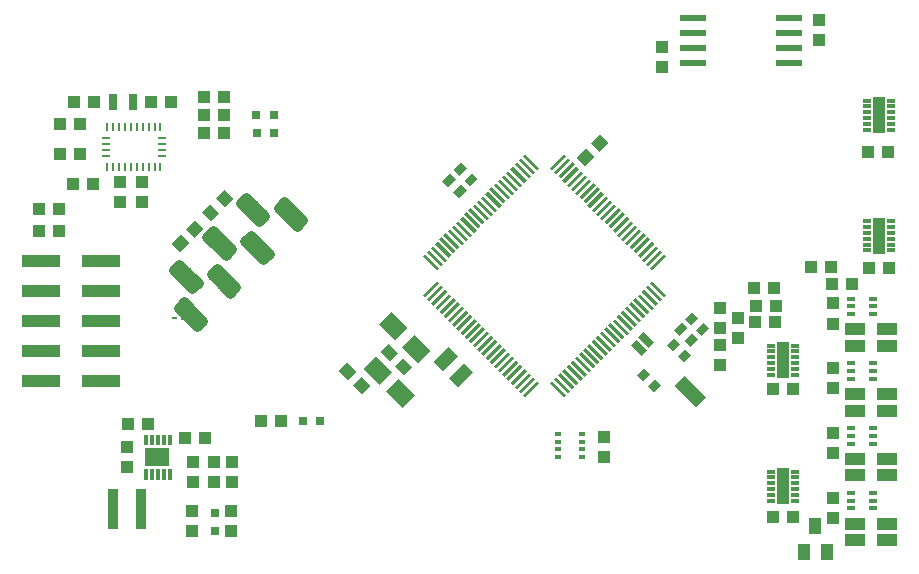
<source format=gtp>
G75*
%MOIN*%
%OFA0B0*%
%FSLAX25Y25*%
%IPPOS*%
%LPD*%
%AMOC8*
5,1,8,0,0,1.08239X$1,22.5*
%
%ADD10R,0.04331X0.03937*%
%ADD11R,0.07677X0.05906*%
%ADD12R,0.08465X0.06299*%
%ADD13C,0.00011*%
%ADD14R,0.03800X0.13200*%
%ADD15R,0.03937X0.04331*%
%ADD16R,0.03150X0.03150*%
%ADD17R,0.02600X0.01200*%
%ADD18R,0.03900X0.12200*%
%ADD19R,0.02756X0.03543*%
%ADD20R,0.05000X0.02500*%
%ADD21R,0.10000X0.05000*%
%ADD22R,0.08700X0.02400*%
%ADD23R,0.01969X0.01378*%
%ADD24R,0.01100X0.06600*%
%ADD25R,0.04331X0.07087*%
%ADD26C,0.00030*%
%ADD27R,0.00984X0.02657*%
%ADD28R,0.02657X0.00984*%
%ADD29R,0.02756X0.05512*%
%ADD30R,0.02953X0.01181*%
%ADD31R,0.06800X0.04330*%
%ADD32R,0.03937X0.05512*%
%ADD33C,0.03000*%
%ADD34R,0.13000X0.04000*%
D10*
X0070689Y0023785D03*
X0070689Y0030478D03*
X0083531Y0030461D03*
X0083531Y0023769D03*
X0074858Y0054806D03*
X0068166Y0054806D03*
G36*
X0122610Y0074176D02*
X0119549Y0077237D01*
X0122332Y0080020D01*
X0125393Y0076959D01*
X0122610Y0074176D01*
G37*
G36*
X0127342Y0069443D02*
X0124281Y0072504D01*
X0127064Y0075287D01*
X0130125Y0072226D01*
X0127342Y0069443D01*
G37*
G36*
X0141142Y0075643D02*
X0138081Y0078704D01*
X0140864Y0081487D01*
X0143925Y0078426D01*
X0141142Y0075643D01*
G37*
G36*
X0136410Y0080376D02*
X0133349Y0083437D01*
X0136132Y0086220D01*
X0139193Y0083159D01*
X0136410Y0080376D01*
G37*
G36*
X0074220Y0124620D02*
X0071159Y0121559D01*
X0068376Y0124342D01*
X0071437Y0127403D01*
X0074220Y0124620D01*
G37*
G36*
X0069487Y0119888D02*
X0066426Y0116827D01*
X0063643Y0119610D01*
X0066704Y0122671D01*
X0069487Y0119888D01*
G37*
X0053731Y0133569D03*
X0053731Y0140261D03*
X0033292Y0149352D03*
X0026599Y0149352D03*
X0026599Y0159352D03*
X0033292Y0159352D03*
X0031185Y0166915D03*
X0037878Y0166915D03*
X0056985Y0166915D03*
X0063678Y0166915D03*
G36*
X0198738Y0148289D02*
X0201799Y0151350D01*
X0204582Y0148567D01*
X0201521Y0145506D01*
X0198738Y0148289D01*
G37*
G36*
X0203470Y0153022D02*
X0206531Y0156083D01*
X0209314Y0153300D01*
X0206253Y0150239D01*
X0203470Y0153022D01*
G37*
X0257985Y0104715D03*
X0264678Y0104715D03*
X0276985Y0111915D03*
X0283678Y0111915D03*
X0296291Y0111531D03*
X0302983Y0111531D03*
X0264878Y0093315D03*
X0258185Y0093315D03*
X0252531Y0094861D03*
X0252531Y0088169D03*
X0246531Y0085861D03*
X0246531Y0079169D03*
X0264185Y0071115D03*
X0270878Y0071115D03*
X0270878Y0028515D03*
X0264185Y0028515D03*
X0295769Y0150220D03*
X0302461Y0150220D03*
X0279601Y0187498D03*
X0279601Y0194191D03*
D11*
G36*
X0138234Y0087358D02*
X0132808Y0092784D01*
X0136984Y0096960D01*
X0142410Y0091534D01*
X0138234Y0087358D01*
G37*
G36*
X0145890Y0079703D02*
X0140464Y0085129D01*
X0144640Y0089305D01*
X0150066Y0083879D01*
X0145890Y0079703D01*
G37*
G36*
X0140784Y0064886D02*
X0135358Y0070312D01*
X0139534Y0074488D01*
X0144960Y0069062D01*
X0140784Y0064886D01*
G37*
G36*
X0133129Y0072542D02*
X0127703Y0077968D01*
X0131879Y0082144D01*
X0137305Y0076718D01*
X0133129Y0072542D01*
G37*
D12*
X0059012Y0048556D03*
D13*
X0059558Y0044418D02*
X0059558Y0041180D01*
X0058466Y0041180D01*
X0058466Y0044418D01*
X0059558Y0044418D01*
X0059558Y0041190D02*
X0058466Y0041190D01*
X0058466Y0041200D02*
X0059558Y0041200D01*
X0059558Y0041210D02*
X0058466Y0041210D01*
X0058466Y0041220D02*
X0059558Y0041220D01*
X0059558Y0041230D02*
X0058466Y0041230D01*
X0058466Y0041240D02*
X0059558Y0041240D01*
X0059558Y0041250D02*
X0058466Y0041250D01*
X0058466Y0041260D02*
X0059558Y0041260D01*
X0059558Y0041270D02*
X0058466Y0041270D01*
X0058466Y0041280D02*
X0059558Y0041280D01*
X0059558Y0041290D02*
X0058466Y0041290D01*
X0058466Y0041300D02*
X0059558Y0041300D01*
X0059558Y0041310D02*
X0058466Y0041310D01*
X0058466Y0041320D02*
X0059558Y0041320D01*
X0059558Y0041330D02*
X0058466Y0041330D01*
X0058466Y0041340D02*
X0059558Y0041340D01*
X0059558Y0041350D02*
X0058466Y0041350D01*
X0058466Y0041360D02*
X0059558Y0041360D01*
X0059558Y0041370D02*
X0058466Y0041370D01*
X0058466Y0041380D02*
X0059558Y0041380D01*
X0059558Y0041390D02*
X0058466Y0041390D01*
X0058466Y0041400D02*
X0059558Y0041400D01*
X0059558Y0041410D02*
X0058466Y0041410D01*
X0058466Y0041420D02*
X0059558Y0041420D01*
X0059558Y0041430D02*
X0058466Y0041430D01*
X0058466Y0041440D02*
X0059558Y0041440D01*
X0059558Y0041450D02*
X0058466Y0041450D01*
X0058466Y0041460D02*
X0059558Y0041460D01*
X0059558Y0041470D02*
X0058466Y0041470D01*
X0058466Y0041480D02*
X0059558Y0041480D01*
X0059558Y0041490D02*
X0058466Y0041490D01*
X0058466Y0041500D02*
X0059558Y0041500D01*
X0059558Y0041510D02*
X0058466Y0041510D01*
X0058466Y0041520D02*
X0059558Y0041520D01*
X0059558Y0041530D02*
X0058466Y0041530D01*
X0058466Y0041540D02*
X0059558Y0041540D01*
X0059558Y0041550D02*
X0058466Y0041550D01*
X0058466Y0041560D02*
X0059558Y0041560D01*
X0059558Y0041570D02*
X0058466Y0041570D01*
X0058466Y0041580D02*
X0059558Y0041580D01*
X0059558Y0041590D02*
X0058466Y0041590D01*
X0058466Y0041600D02*
X0059558Y0041600D01*
X0059558Y0041610D02*
X0058466Y0041610D01*
X0058466Y0041620D02*
X0059558Y0041620D01*
X0059558Y0041630D02*
X0058466Y0041630D01*
X0058466Y0041640D02*
X0059558Y0041640D01*
X0059558Y0041650D02*
X0058466Y0041650D01*
X0058466Y0041660D02*
X0059558Y0041660D01*
X0059558Y0041670D02*
X0058466Y0041670D01*
X0058466Y0041680D02*
X0059558Y0041680D01*
X0059558Y0041690D02*
X0058466Y0041690D01*
X0058466Y0041700D02*
X0059558Y0041700D01*
X0059558Y0041710D02*
X0058466Y0041710D01*
X0058466Y0041720D02*
X0059558Y0041720D01*
X0059558Y0041730D02*
X0058466Y0041730D01*
X0058466Y0041740D02*
X0059558Y0041740D01*
X0059558Y0041750D02*
X0058466Y0041750D01*
X0058466Y0041760D02*
X0059558Y0041760D01*
X0059558Y0041770D02*
X0058466Y0041770D01*
X0058466Y0041780D02*
X0059558Y0041780D01*
X0059558Y0041790D02*
X0058466Y0041790D01*
X0058466Y0041800D02*
X0059558Y0041800D01*
X0059558Y0041810D02*
X0058466Y0041810D01*
X0058466Y0041820D02*
X0059558Y0041820D01*
X0059558Y0041830D02*
X0058466Y0041830D01*
X0058466Y0041840D02*
X0059558Y0041840D01*
X0059558Y0041850D02*
X0058466Y0041850D01*
X0058466Y0041860D02*
X0059558Y0041860D01*
X0059558Y0041870D02*
X0058466Y0041870D01*
X0058466Y0041880D02*
X0059558Y0041880D01*
X0059558Y0041890D02*
X0058466Y0041890D01*
X0058466Y0041900D02*
X0059558Y0041900D01*
X0059558Y0041910D02*
X0058466Y0041910D01*
X0058466Y0041920D02*
X0059558Y0041920D01*
X0059558Y0041930D02*
X0058466Y0041930D01*
X0058466Y0041940D02*
X0059558Y0041940D01*
X0059558Y0041950D02*
X0058466Y0041950D01*
X0058466Y0041960D02*
X0059558Y0041960D01*
X0059558Y0041970D02*
X0058466Y0041970D01*
X0058466Y0041980D02*
X0059558Y0041980D01*
X0059558Y0041990D02*
X0058466Y0041990D01*
X0058466Y0042000D02*
X0059558Y0042000D01*
X0059558Y0042010D02*
X0058466Y0042010D01*
X0058466Y0042020D02*
X0059558Y0042020D01*
X0059558Y0042030D02*
X0058466Y0042030D01*
X0058466Y0042040D02*
X0059558Y0042040D01*
X0059558Y0042050D02*
X0058466Y0042050D01*
X0058466Y0042060D02*
X0059558Y0042060D01*
X0059558Y0042070D02*
X0058466Y0042070D01*
X0058466Y0042080D02*
X0059558Y0042080D01*
X0059558Y0042090D02*
X0058466Y0042090D01*
X0058466Y0042100D02*
X0059558Y0042100D01*
X0059558Y0042110D02*
X0058466Y0042110D01*
X0058466Y0042120D02*
X0059558Y0042120D01*
X0059558Y0042130D02*
X0058466Y0042130D01*
X0058466Y0042140D02*
X0059558Y0042140D01*
X0059558Y0042150D02*
X0058466Y0042150D01*
X0058466Y0042160D02*
X0059558Y0042160D01*
X0059558Y0042170D02*
X0058466Y0042170D01*
X0058466Y0042180D02*
X0059558Y0042180D01*
X0059558Y0042190D02*
X0058466Y0042190D01*
X0058466Y0042200D02*
X0059558Y0042200D01*
X0059558Y0042210D02*
X0058466Y0042210D01*
X0058466Y0042220D02*
X0059558Y0042220D01*
X0059558Y0042230D02*
X0058466Y0042230D01*
X0058466Y0042240D02*
X0059558Y0042240D01*
X0059558Y0042250D02*
X0058466Y0042250D01*
X0058466Y0042260D02*
X0059558Y0042260D01*
X0059558Y0042270D02*
X0058466Y0042270D01*
X0058466Y0042280D02*
X0059558Y0042280D01*
X0059558Y0042290D02*
X0058466Y0042290D01*
X0058466Y0042300D02*
X0059558Y0042300D01*
X0059558Y0042310D02*
X0058466Y0042310D01*
X0058466Y0042320D02*
X0059558Y0042320D01*
X0059558Y0042330D02*
X0058466Y0042330D01*
X0058466Y0042340D02*
X0059558Y0042340D01*
X0059558Y0042350D02*
X0058466Y0042350D01*
X0058466Y0042360D02*
X0059558Y0042360D01*
X0059558Y0042370D02*
X0058466Y0042370D01*
X0058466Y0042380D02*
X0059558Y0042380D01*
X0059558Y0042390D02*
X0058466Y0042390D01*
X0058466Y0042400D02*
X0059558Y0042400D01*
X0059558Y0042410D02*
X0058466Y0042410D01*
X0058466Y0042420D02*
X0059558Y0042420D01*
X0059558Y0042430D02*
X0058466Y0042430D01*
X0058466Y0042440D02*
X0059558Y0042440D01*
X0059558Y0042450D02*
X0058466Y0042450D01*
X0058466Y0042460D02*
X0059558Y0042460D01*
X0059558Y0042470D02*
X0058466Y0042470D01*
X0058466Y0042480D02*
X0059558Y0042480D01*
X0059558Y0042490D02*
X0058466Y0042490D01*
X0058466Y0042500D02*
X0059558Y0042500D01*
X0059558Y0042510D02*
X0058466Y0042510D01*
X0058466Y0042520D02*
X0059558Y0042520D01*
X0059558Y0042530D02*
X0058466Y0042530D01*
X0058466Y0042540D02*
X0059558Y0042540D01*
X0059558Y0042550D02*
X0058466Y0042550D01*
X0058466Y0042560D02*
X0059558Y0042560D01*
X0059558Y0042570D02*
X0058466Y0042570D01*
X0058466Y0042580D02*
X0059558Y0042580D01*
X0059558Y0042590D02*
X0058466Y0042590D01*
X0058466Y0042600D02*
X0059558Y0042600D01*
X0059558Y0042610D02*
X0058466Y0042610D01*
X0058466Y0042620D02*
X0059558Y0042620D01*
X0059558Y0042630D02*
X0058466Y0042630D01*
X0058466Y0042640D02*
X0059558Y0042640D01*
X0059558Y0042650D02*
X0058466Y0042650D01*
X0058466Y0042660D02*
X0059558Y0042660D01*
X0059558Y0042670D02*
X0058466Y0042670D01*
X0058466Y0042680D02*
X0059558Y0042680D01*
X0059558Y0042690D02*
X0058466Y0042690D01*
X0058466Y0042700D02*
X0059558Y0042700D01*
X0059558Y0042710D02*
X0058466Y0042710D01*
X0058466Y0042720D02*
X0059558Y0042720D01*
X0059558Y0042730D02*
X0058466Y0042730D01*
X0058466Y0042740D02*
X0059558Y0042740D01*
X0059558Y0042750D02*
X0058466Y0042750D01*
X0058466Y0042760D02*
X0059558Y0042760D01*
X0059558Y0042770D02*
X0058466Y0042770D01*
X0058466Y0042780D02*
X0059558Y0042780D01*
X0059558Y0042790D02*
X0058466Y0042790D01*
X0058466Y0042800D02*
X0059558Y0042800D01*
X0059558Y0042810D02*
X0058466Y0042810D01*
X0058466Y0042820D02*
X0059558Y0042820D01*
X0059558Y0042830D02*
X0058466Y0042830D01*
X0058466Y0042840D02*
X0059558Y0042840D01*
X0059558Y0042850D02*
X0058466Y0042850D01*
X0058466Y0042860D02*
X0059558Y0042860D01*
X0059558Y0042870D02*
X0058466Y0042870D01*
X0058466Y0042880D02*
X0059558Y0042880D01*
X0059558Y0042890D02*
X0058466Y0042890D01*
X0058466Y0042900D02*
X0059558Y0042900D01*
X0059558Y0042910D02*
X0058466Y0042910D01*
X0058466Y0042920D02*
X0059558Y0042920D01*
X0059558Y0042930D02*
X0058466Y0042930D01*
X0058466Y0042940D02*
X0059558Y0042940D01*
X0059558Y0042950D02*
X0058466Y0042950D01*
X0058466Y0042960D02*
X0059558Y0042960D01*
X0059558Y0042970D02*
X0058466Y0042970D01*
X0058466Y0042980D02*
X0059558Y0042980D01*
X0059558Y0042990D02*
X0058466Y0042990D01*
X0058466Y0043000D02*
X0059558Y0043000D01*
X0059558Y0043010D02*
X0058466Y0043010D01*
X0058466Y0043020D02*
X0059558Y0043020D01*
X0059558Y0043030D02*
X0058466Y0043030D01*
X0058466Y0043040D02*
X0059558Y0043040D01*
X0059558Y0043050D02*
X0058466Y0043050D01*
X0058466Y0043060D02*
X0059558Y0043060D01*
X0059558Y0043070D02*
X0058466Y0043070D01*
X0058466Y0043080D02*
X0059558Y0043080D01*
X0059558Y0043090D02*
X0058466Y0043090D01*
X0058466Y0043100D02*
X0059558Y0043100D01*
X0059558Y0043110D02*
X0058466Y0043110D01*
X0058466Y0043120D02*
X0059558Y0043120D01*
X0059558Y0043130D02*
X0058466Y0043130D01*
X0058466Y0043140D02*
X0059558Y0043140D01*
X0059558Y0043150D02*
X0058466Y0043150D01*
X0058466Y0043160D02*
X0059558Y0043160D01*
X0059558Y0043170D02*
X0058466Y0043170D01*
X0058466Y0043180D02*
X0059558Y0043180D01*
X0059558Y0043190D02*
X0058466Y0043190D01*
X0058466Y0043200D02*
X0059558Y0043200D01*
X0059558Y0043210D02*
X0058466Y0043210D01*
X0058466Y0043220D02*
X0059558Y0043220D01*
X0059558Y0043230D02*
X0058466Y0043230D01*
X0058466Y0043240D02*
X0059558Y0043240D01*
X0059558Y0043250D02*
X0058466Y0043250D01*
X0058466Y0043260D02*
X0059558Y0043260D01*
X0059558Y0043270D02*
X0058466Y0043270D01*
X0058466Y0043280D02*
X0059558Y0043280D01*
X0059558Y0043290D02*
X0058466Y0043290D01*
X0058466Y0043300D02*
X0059558Y0043300D01*
X0059558Y0043310D02*
X0058466Y0043310D01*
X0058466Y0043320D02*
X0059558Y0043320D01*
X0059558Y0043330D02*
X0058466Y0043330D01*
X0058466Y0043340D02*
X0059558Y0043340D01*
X0059558Y0043350D02*
X0058466Y0043350D01*
X0058466Y0043360D02*
X0059558Y0043360D01*
X0059558Y0043370D02*
X0058466Y0043370D01*
X0058466Y0043380D02*
X0059558Y0043380D01*
X0059558Y0043390D02*
X0058466Y0043390D01*
X0058466Y0043400D02*
X0059558Y0043400D01*
X0059558Y0043410D02*
X0058466Y0043410D01*
X0058466Y0043420D02*
X0059558Y0043420D01*
X0059558Y0043430D02*
X0058466Y0043430D01*
X0058466Y0043440D02*
X0059558Y0043440D01*
X0059558Y0043450D02*
X0058466Y0043450D01*
X0058466Y0043460D02*
X0059558Y0043460D01*
X0059558Y0043470D02*
X0058466Y0043470D01*
X0058466Y0043480D02*
X0059558Y0043480D01*
X0059558Y0043490D02*
X0058466Y0043490D01*
X0058466Y0043500D02*
X0059558Y0043500D01*
X0059558Y0043510D02*
X0058466Y0043510D01*
X0058466Y0043520D02*
X0059558Y0043520D01*
X0059558Y0043530D02*
X0058466Y0043530D01*
X0058466Y0043540D02*
X0059558Y0043540D01*
X0059558Y0043550D02*
X0058466Y0043550D01*
X0058466Y0043560D02*
X0059558Y0043560D01*
X0059558Y0043570D02*
X0058466Y0043570D01*
X0058466Y0043580D02*
X0059558Y0043580D01*
X0059558Y0043590D02*
X0058466Y0043590D01*
X0058466Y0043600D02*
X0059558Y0043600D01*
X0059558Y0043610D02*
X0058466Y0043610D01*
X0058466Y0043620D02*
X0059558Y0043620D01*
X0059558Y0043630D02*
X0058466Y0043630D01*
X0058466Y0043640D02*
X0059558Y0043640D01*
X0059558Y0043650D02*
X0058466Y0043650D01*
X0058466Y0043660D02*
X0059558Y0043660D01*
X0059558Y0043670D02*
X0058466Y0043670D01*
X0058466Y0043680D02*
X0059558Y0043680D01*
X0059558Y0043690D02*
X0058466Y0043690D01*
X0058466Y0043700D02*
X0059558Y0043700D01*
X0059558Y0043710D02*
X0058466Y0043710D01*
X0058466Y0043720D02*
X0059558Y0043720D01*
X0059558Y0043730D02*
X0058466Y0043730D01*
X0058466Y0043740D02*
X0059558Y0043740D01*
X0059558Y0043750D02*
X0058466Y0043750D01*
X0058466Y0043760D02*
X0059558Y0043760D01*
X0059558Y0043770D02*
X0058466Y0043770D01*
X0058466Y0043780D02*
X0059558Y0043780D01*
X0059558Y0043790D02*
X0058466Y0043790D01*
X0058466Y0043800D02*
X0059558Y0043800D01*
X0059558Y0043810D02*
X0058466Y0043810D01*
X0058466Y0043820D02*
X0059558Y0043820D01*
X0059558Y0043830D02*
X0058466Y0043830D01*
X0058466Y0043840D02*
X0059558Y0043840D01*
X0059558Y0043850D02*
X0058466Y0043850D01*
X0058466Y0043860D02*
X0059558Y0043860D01*
X0059558Y0043870D02*
X0058466Y0043870D01*
X0058466Y0043880D02*
X0059558Y0043880D01*
X0059558Y0043890D02*
X0058466Y0043890D01*
X0058466Y0043900D02*
X0059558Y0043900D01*
X0059558Y0043910D02*
X0058466Y0043910D01*
X0058466Y0043920D02*
X0059558Y0043920D01*
X0059558Y0043930D02*
X0058466Y0043930D01*
X0058466Y0043940D02*
X0059558Y0043940D01*
X0059558Y0043950D02*
X0058466Y0043950D01*
X0058466Y0043960D02*
X0059558Y0043960D01*
X0059558Y0043970D02*
X0058466Y0043970D01*
X0058466Y0043980D02*
X0059558Y0043980D01*
X0059558Y0043990D02*
X0058466Y0043990D01*
X0058466Y0044000D02*
X0059558Y0044000D01*
X0059558Y0044010D02*
X0058466Y0044010D01*
X0058466Y0044020D02*
X0059558Y0044020D01*
X0059558Y0044030D02*
X0058466Y0044030D01*
X0058466Y0044040D02*
X0059558Y0044040D01*
X0059558Y0044050D02*
X0058466Y0044050D01*
X0058466Y0044060D02*
X0059558Y0044060D01*
X0059558Y0044070D02*
X0058466Y0044070D01*
X0058466Y0044080D02*
X0059558Y0044080D01*
X0059558Y0044090D02*
X0058466Y0044090D01*
X0058466Y0044100D02*
X0059558Y0044100D01*
X0059558Y0044110D02*
X0058466Y0044110D01*
X0058466Y0044120D02*
X0059558Y0044120D01*
X0059558Y0044130D02*
X0058466Y0044130D01*
X0058466Y0044140D02*
X0059558Y0044140D01*
X0059558Y0044150D02*
X0058466Y0044150D01*
X0058466Y0044160D02*
X0059558Y0044160D01*
X0059558Y0044170D02*
X0058466Y0044170D01*
X0058466Y0044180D02*
X0059558Y0044180D01*
X0059558Y0044190D02*
X0058466Y0044190D01*
X0058466Y0044200D02*
X0059558Y0044200D01*
X0059558Y0044210D02*
X0058466Y0044210D01*
X0058466Y0044220D02*
X0059558Y0044220D01*
X0059558Y0044230D02*
X0058466Y0044230D01*
X0058466Y0044240D02*
X0059558Y0044240D01*
X0059558Y0044250D02*
X0058466Y0044250D01*
X0058466Y0044260D02*
X0059558Y0044260D01*
X0059558Y0044270D02*
X0058466Y0044270D01*
X0058466Y0044280D02*
X0059558Y0044280D01*
X0059558Y0044290D02*
X0058466Y0044290D01*
X0058466Y0044300D02*
X0059558Y0044300D01*
X0059558Y0044310D02*
X0058466Y0044310D01*
X0058466Y0044320D02*
X0059558Y0044320D01*
X0059558Y0044330D02*
X0058466Y0044330D01*
X0058466Y0044340D02*
X0059558Y0044340D01*
X0059558Y0044350D02*
X0058466Y0044350D01*
X0058466Y0044360D02*
X0059558Y0044360D01*
X0059558Y0044370D02*
X0058466Y0044370D01*
X0058466Y0044380D02*
X0059558Y0044380D01*
X0059558Y0044390D02*
X0058466Y0044390D01*
X0058466Y0044400D02*
X0059558Y0044400D01*
X0059558Y0044410D02*
X0058466Y0044410D01*
X0057590Y0044418D02*
X0057590Y0041180D01*
X0056498Y0041180D01*
X0056498Y0044418D01*
X0057590Y0044418D01*
X0057590Y0041190D02*
X0056498Y0041190D01*
X0056498Y0041200D02*
X0057590Y0041200D01*
X0057590Y0041210D02*
X0056498Y0041210D01*
X0056498Y0041220D02*
X0057590Y0041220D01*
X0057590Y0041230D02*
X0056498Y0041230D01*
X0056498Y0041240D02*
X0057590Y0041240D01*
X0057590Y0041250D02*
X0056498Y0041250D01*
X0056498Y0041260D02*
X0057590Y0041260D01*
X0057590Y0041270D02*
X0056498Y0041270D01*
X0056498Y0041280D02*
X0057590Y0041280D01*
X0057590Y0041290D02*
X0056498Y0041290D01*
X0056498Y0041300D02*
X0057590Y0041300D01*
X0057590Y0041310D02*
X0056498Y0041310D01*
X0056498Y0041320D02*
X0057590Y0041320D01*
X0057590Y0041330D02*
X0056498Y0041330D01*
X0056498Y0041340D02*
X0057590Y0041340D01*
X0057590Y0041350D02*
X0056498Y0041350D01*
X0056498Y0041360D02*
X0057590Y0041360D01*
X0057590Y0041370D02*
X0056498Y0041370D01*
X0056498Y0041380D02*
X0057590Y0041380D01*
X0057590Y0041390D02*
X0056498Y0041390D01*
X0056498Y0041400D02*
X0057590Y0041400D01*
X0057590Y0041410D02*
X0056498Y0041410D01*
X0056498Y0041420D02*
X0057590Y0041420D01*
X0057590Y0041430D02*
X0056498Y0041430D01*
X0056498Y0041440D02*
X0057590Y0041440D01*
X0057590Y0041450D02*
X0056498Y0041450D01*
X0056498Y0041460D02*
X0057590Y0041460D01*
X0057590Y0041470D02*
X0056498Y0041470D01*
X0056498Y0041480D02*
X0057590Y0041480D01*
X0057590Y0041490D02*
X0056498Y0041490D01*
X0056498Y0041500D02*
X0057590Y0041500D01*
X0057590Y0041510D02*
X0056498Y0041510D01*
X0056498Y0041520D02*
X0057590Y0041520D01*
X0057590Y0041530D02*
X0056498Y0041530D01*
X0056498Y0041540D02*
X0057590Y0041540D01*
X0057590Y0041550D02*
X0056498Y0041550D01*
X0056498Y0041560D02*
X0057590Y0041560D01*
X0057590Y0041570D02*
X0056498Y0041570D01*
X0056498Y0041580D02*
X0057590Y0041580D01*
X0057590Y0041590D02*
X0056498Y0041590D01*
X0056498Y0041600D02*
X0057590Y0041600D01*
X0057590Y0041610D02*
X0056498Y0041610D01*
X0056498Y0041620D02*
X0057590Y0041620D01*
X0057590Y0041630D02*
X0056498Y0041630D01*
X0056498Y0041640D02*
X0057590Y0041640D01*
X0057590Y0041650D02*
X0056498Y0041650D01*
X0056498Y0041660D02*
X0057590Y0041660D01*
X0057590Y0041670D02*
X0056498Y0041670D01*
X0056498Y0041680D02*
X0057590Y0041680D01*
X0057590Y0041690D02*
X0056498Y0041690D01*
X0056498Y0041700D02*
X0057590Y0041700D01*
X0057590Y0041710D02*
X0056498Y0041710D01*
X0056498Y0041720D02*
X0057590Y0041720D01*
X0057590Y0041730D02*
X0056498Y0041730D01*
X0056498Y0041740D02*
X0057590Y0041740D01*
X0057590Y0041750D02*
X0056498Y0041750D01*
X0056498Y0041760D02*
X0057590Y0041760D01*
X0057590Y0041770D02*
X0056498Y0041770D01*
X0056498Y0041780D02*
X0057590Y0041780D01*
X0057590Y0041790D02*
X0056498Y0041790D01*
X0056498Y0041800D02*
X0057590Y0041800D01*
X0057590Y0041810D02*
X0056498Y0041810D01*
X0056498Y0041820D02*
X0057590Y0041820D01*
X0057590Y0041830D02*
X0056498Y0041830D01*
X0056498Y0041840D02*
X0057590Y0041840D01*
X0057590Y0041850D02*
X0056498Y0041850D01*
X0056498Y0041860D02*
X0057590Y0041860D01*
X0057590Y0041870D02*
X0056498Y0041870D01*
X0056498Y0041880D02*
X0057590Y0041880D01*
X0057590Y0041890D02*
X0056498Y0041890D01*
X0056498Y0041900D02*
X0057590Y0041900D01*
X0057590Y0041910D02*
X0056498Y0041910D01*
X0056498Y0041920D02*
X0057590Y0041920D01*
X0057590Y0041930D02*
X0056498Y0041930D01*
X0056498Y0041940D02*
X0057590Y0041940D01*
X0057590Y0041950D02*
X0056498Y0041950D01*
X0056498Y0041960D02*
X0057590Y0041960D01*
X0057590Y0041970D02*
X0056498Y0041970D01*
X0056498Y0041980D02*
X0057590Y0041980D01*
X0057590Y0041990D02*
X0056498Y0041990D01*
X0056498Y0042000D02*
X0057590Y0042000D01*
X0057590Y0042010D02*
X0056498Y0042010D01*
X0056498Y0042020D02*
X0057590Y0042020D01*
X0057590Y0042030D02*
X0056498Y0042030D01*
X0056498Y0042040D02*
X0057590Y0042040D01*
X0057590Y0042050D02*
X0056498Y0042050D01*
X0056498Y0042060D02*
X0057590Y0042060D01*
X0057590Y0042070D02*
X0056498Y0042070D01*
X0056498Y0042080D02*
X0057590Y0042080D01*
X0057590Y0042090D02*
X0056498Y0042090D01*
X0056498Y0042100D02*
X0057590Y0042100D01*
X0057590Y0042110D02*
X0056498Y0042110D01*
X0056498Y0042120D02*
X0057590Y0042120D01*
X0057590Y0042130D02*
X0056498Y0042130D01*
X0056498Y0042140D02*
X0057590Y0042140D01*
X0057590Y0042150D02*
X0056498Y0042150D01*
X0056498Y0042160D02*
X0057590Y0042160D01*
X0057590Y0042170D02*
X0056498Y0042170D01*
X0056498Y0042180D02*
X0057590Y0042180D01*
X0057590Y0042190D02*
X0056498Y0042190D01*
X0056498Y0042200D02*
X0057590Y0042200D01*
X0057590Y0042210D02*
X0056498Y0042210D01*
X0056498Y0042220D02*
X0057590Y0042220D01*
X0057590Y0042230D02*
X0056498Y0042230D01*
X0056498Y0042240D02*
X0057590Y0042240D01*
X0057590Y0042250D02*
X0056498Y0042250D01*
X0056498Y0042260D02*
X0057590Y0042260D01*
X0057590Y0042270D02*
X0056498Y0042270D01*
X0056498Y0042280D02*
X0057590Y0042280D01*
X0057590Y0042290D02*
X0056498Y0042290D01*
X0056498Y0042300D02*
X0057590Y0042300D01*
X0057590Y0042310D02*
X0056498Y0042310D01*
X0056498Y0042320D02*
X0057590Y0042320D01*
X0057590Y0042330D02*
X0056498Y0042330D01*
X0056498Y0042340D02*
X0057590Y0042340D01*
X0057590Y0042350D02*
X0056498Y0042350D01*
X0056498Y0042360D02*
X0057590Y0042360D01*
X0057590Y0042370D02*
X0056498Y0042370D01*
X0056498Y0042380D02*
X0057590Y0042380D01*
X0057590Y0042390D02*
X0056498Y0042390D01*
X0056498Y0042400D02*
X0057590Y0042400D01*
X0057590Y0042410D02*
X0056498Y0042410D01*
X0056498Y0042420D02*
X0057590Y0042420D01*
X0057590Y0042430D02*
X0056498Y0042430D01*
X0056498Y0042440D02*
X0057590Y0042440D01*
X0057590Y0042450D02*
X0056498Y0042450D01*
X0056498Y0042460D02*
X0057590Y0042460D01*
X0057590Y0042470D02*
X0056498Y0042470D01*
X0056498Y0042480D02*
X0057590Y0042480D01*
X0057590Y0042490D02*
X0056498Y0042490D01*
X0056498Y0042500D02*
X0057590Y0042500D01*
X0057590Y0042510D02*
X0056498Y0042510D01*
X0056498Y0042520D02*
X0057590Y0042520D01*
X0057590Y0042530D02*
X0056498Y0042530D01*
X0056498Y0042540D02*
X0057590Y0042540D01*
X0057590Y0042550D02*
X0056498Y0042550D01*
X0056498Y0042560D02*
X0057590Y0042560D01*
X0057590Y0042570D02*
X0056498Y0042570D01*
X0056498Y0042580D02*
X0057590Y0042580D01*
X0057590Y0042590D02*
X0056498Y0042590D01*
X0056498Y0042600D02*
X0057590Y0042600D01*
X0057590Y0042610D02*
X0056498Y0042610D01*
X0056498Y0042620D02*
X0057590Y0042620D01*
X0057590Y0042630D02*
X0056498Y0042630D01*
X0056498Y0042640D02*
X0057590Y0042640D01*
X0057590Y0042650D02*
X0056498Y0042650D01*
X0056498Y0042660D02*
X0057590Y0042660D01*
X0057590Y0042670D02*
X0056498Y0042670D01*
X0056498Y0042680D02*
X0057590Y0042680D01*
X0057590Y0042690D02*
X0056498Y0042690D01*
X0056498Y0042700D02*
X0057590Y0042700D01*
X0057590Y0042710D02*
X0056498Y0042710D01*
X0056498Y0042720D02*
X0057590Y0042720D01*
X0057590Y0042730D02*
X0056498Y0042730D01*
X0056498Y0042740D02*
X0057590Y0042740D01*
X0057590Y0042750D02*
X0056498Y0042750D01*
X0056498Y0042760D02*
X0057590Y0042760D01*
X0057590Y0042770D02*
X0056498Y0042770D01*
X0056498Y0042780D02*
X0057590Y0042780D01*
X0057590Y0042790D02*
X0056498Y0042790D01*
X0056498Y0042800D02*
X0057590Y0042800D01*
X0057590Y0042810D02*
X0056498Y0042810D01*
X0056498Y0042820D02*
X0057590Y0042820D01*
X0057590Y0042830D02*
X0056498Y0042830D01*
X0056498Y0042840D02*
X0057590Y0042840D01*
X0057590Y0042850D02*
X0056498Y0042850D01*
X0056498Y0042860D02*
X0057590Y0042860D01*
X0057590Y0042870D02*
X0056498Y0042870D01*
X0056498Y0042880D02*
X0057590Y0042880D01*
X0057590Y0042890D02*
X0056498Y0042890D01*
X0056498Y0042900D02*
X0057590Y0042900D01*
X0057590Y0042910D02*
X0056498Y0042910D01*
X0056498Y0042920D02*
X0057590Y0042920D01*
X0057590Y0042930D02*
X0056498Y0042930D01*
X0056498Y0042940D02*
X0057590Y0042940D01*
X0057590Y0042950D02*
X0056498Y0042950D01*
X0056498Y0042960D02*
X0057590Y0042960D01*
X0057590Y0042970D02*
X0056498Y0042970D01*
X0056498Y0042980D02*
X0057590Y0042980D01*
X0057590Y0042990D02*
X0056498Y0042990D01*
X0056498Y0043000D02*
X0057590Y0043000D01*
X0057590Y0043010D02*
X0056498Y0043010D01*
X0056498Y0043020D02*
X0057590Y0043020D01*
X0057590Y0043030D02*
X0056498Y0043030D01*
X0056498Y0043040D02*
X0057590Y0043040D01*
X0057590Y0043050D02*
X0056498Y0043050D01*
X0056498Y0043060D02*
X0057590Y0043060D01*
X0057590Y0043070D02*
X0056498Y0043070D01*
X0056498Y0043080D02*
X0057590Y0043080D01*
X0057590Y0043090D02*
X0056498Y0043090D01*
X0056498Y0043100D02*
X0057590Y0043100D01*
X0057590Y0043110D02*
X0056498Y0043110D01*
X0056498Y0043120D02*
X0057590Y0043120D01*
X0057590Y0043130D02*
X0056498Y0043130D01*
X0056498Y0043140D02*
X0057590Y0043140D01*
X0057590Y0043150D02*
X0056498Y0043150D01*
X0056498Y0043160D02*
X0057590Y0043160D01*
X0057590Y0043170D02*
X0056498Y0043170D01*
X0056498Y0043180D02*
X0057590Y0043180D01*
X0057590Y0043190D02*
X0056498Y0043190D01*
X0056498Y0043200D02*
X0057590Y0043200D01*
X0057590Y0043210D02*
X0056498Y0043210D01*
X0056498Y0043220D02*
X0057590Y0043220D01*
X0057590Y0043230D02*
X0056498Y0043230D01*
X0056498Y0043240D02*
X0057590Y0043240D01*
X0057590Y0043250D02*
X0056498Y0043250D01*
X0056498Y0043260D02*
X0057590Y0043260D01*
X0057590Y0043270D02*
X0056498Y0043270D01*
X0056498Y0043280D02*
X0057590Y0043280D01*
X0057590Y0043290D02*
X0056498Y0043290D01*
X0056498Y0043300D02*
X0057590Y0043300D01*
X0057590Y0043310D02*
X0056498Y0043310D01*
X0056498Y0043320D02*
X0057590Y0043320D01*
X0057590Y0043330D02*
X0056498Y0043330D01*
X0056498Y0043340D02*
X0057590Y0043340D01*
X0057590Y0043350D02*
X0056498Y0043350D01*
X0056498Y0043360D02*
X0057590Y0043360D01*
X0057590Y0043370D02*
X0056498Y0043370D01*
X0056498Y0043380D02*
X0057590Y0043380D01*
X0057590Y0043390D02*
X0056498Y0043390D01*
X0056498Y0043400D02*
X0057590Y0043400D01*
X0057590Y0043410D02*
X0056498Y0043410D01*
X0056498Y0043420D02*
X0057590Y0043420D01*
X0057590Y0043430D02*
X0056498Y0043430D01*
X0056498Y0043440D02*
X0057590Y0043440D01*
X0057590Y0043450D02*
X0056498Y0043450D01*
X0056498Y0043460D02*
X0057590Y0043460D01*
X0057590Y0043470D02*
X0056498Y0043470D01*
X0056498Y0043480D02*
X0057590Y0043480D01*
X0057590Y0043490D02*
X0056498Y0043490D01*
X0056498Y0043500D02*
X0057590Y0043500D01*
X0057590Y0043510D02*
X0056498Y0043510D01*
X0056498Y0043520D02*
X0057590Y0043520D01*
X0057590Y0043530D02*
X0056498Y0043530D01*
X0056498Y0043540D02*
X0057590Y0043540D01*
X0057590Y0043550D02*
X0056498Y0043550D01*
X0056498Y0043560D02*
X0057590Y0043560D01*
X0057590Y0043570D02*
X0056498Y0043570D01*
X0056498Y0043580D02*
X0057590Y0043580D01*
X0057590Y0043590D02*
X0056498Y0043590D01*
X0056498Y0043600D02*
X0057590Y0043600D01*
X0057590Y0043610D02*
X0056498Y0043610D01*
X0056498Y0043620D02*
X0057590Y0043620D01*
X0057590Y0043630D02*
X0056498Y0043630D01*
X0056498Y0043640D02*
X0057590Y0043640D01*
X0057590Y0043650D02*
X0056498Y0043650D01*
X0056498Y0043660D02*
X0057590Y0043660D01*
X0057590Y0043670D02*
X0056498Y0043670D01*
X0056498Y0043680D02*
X0057590Y0043680D01*
X0057590Y0043690D02*
X0056498Y0043690D01*
X0056498Y0043700D02*
X0057590Y0043700D01*
X0057590Y0043710D02*
X0056498Y0043710D01*
X0056498Y0043720D02*
X0057590Y0043720D01*
X0057590Y0043730D02*
X0056498Y0043730D01*
X0056498Y0043740D02*
X0057590Y0043740D01*
X0057590Y0043750D02*
X0056498Y0043750D01*
X0056498Y0043760D02*
X0057590Y0043760D01*
X0057590Y0043770D02*
X0056498Y0043770D01*
X0056498Y0043780D02*
X0057590Y0043780D01*
X0057590Y0043790D02*
X0056498Y0043790D01*
X0056498Y0043800D02*
X0057590Y0043800D01*
X0057590Y0043810D02*
X0056498Y0043810D01*
X0056498Y0043820D02*
X0057590Y0043820D01*
X0057590Y0043830D02*
X0056498Y0043830D01*
X0056498Y0043840D02*
X0057590Y0043840D01*
X0057590Y0043850D02*
X0056498Y0043850D01*
X0056498Y0043860D02*
X0057590Y0043860D01*
X0057590Y0043870D02*
X0056498Y0043870D01*
X0056498Y0043880D02*
X0057590Y0043880D01*
X0057590Y0043890D02*
X0056498Y0043890D01*
X0056498Y0043900D02*
X0057590Y0043900D01*
X0057590Y0043910D02*
X0056498Y0043910D01*
X0056498Y0043920D02*
X0057590Y0043920D01*
X0057590Y0043930D02*
X0056498Y0043930D01*
X0056498Y0043940D02*
X0057590Y0043940D01*
X0057590Y0043950D02*
X0056498Y0043950D01*
X0056498Y0043960D02*
X0057590Y0043960D01*
X0057590Y0043970D02*
X0056498Y0043970D01*
X0056498Y0043980D02*
X0057590Y0043980D01*
X0057590Y0043990D02*
X0056498Y0043990D01*
X0056498Y0044000D02*
X0057590Y0044000D01*
X0057590Y0044010D02*
X0056498Y0044010D01*
X0056498Y0044020D02*
X0057590Y0044020D01*
X0057590Y0044030D02*
X0056498Y0044030D01*
X0056498Y0044040D02*
X0057590Y0044040D01*
X0057590Y0044050D02*
X0056498Y0044050D01*
X0056498Y0044060D02*
X0057590Y0044060D01*
X0057590Y0044070D02*
X0056498Y0044070D01*
X0056498Y0044080D02*
X0057590Y0044080D01*
X0057590Y0044090D02*
X0056498Y0044090D01*
X0056498Y0044100D02*
X0057590Y0044100D01*
X0057590Y0044110D02*
X0056498Y0044110D01*
X0056498Y0044120D02*
X0057590Y0044120D01*
X0057590Y0044130D02*
X0056498Y0044130D01*
X0056498Y0044140D02*
X0057590Y0044140D01*
X0057590Y0044150D02*
X0056498Y0044150D01*
X0056498Y0044160D02*
X0057590Y0044160D01*
X0057590Y0044170D02*
X0056498Y0044170D01*
X0056498Y0044180D02*
X0057590Y0044180D01*
X0057590Y0044190D02*
X0056498Y0044190D01*
X0056498Y0044200D02*
X0057590Y0044200D01*
X0057590Y0044210D02*
X0056498Y0044210D01*
X0056498Y0044220D02*
X0057590Y0044220D01*
X0057590Y0044230D02*
X0056498Y0044230D01*
X0056498Y0044240D02*
X0057590Y0044240D01*
X0057590Y0044250D02*
X0056498Y0044250D01*
X0056498Y0044260D02*
X0057590Y0044260D01*
X0057590Y0044270D02*
X0056498Y0044270D01*
X0056498Y0044280D02*
X0057590Y0044280D01*
X0057590Y0044290D02*
X0056498Y0044290D01*
X0056498Y0044300D02*
X0057590Y0044300D01*
X0057590Y0044310D02*
X0056498Y0044310D01*
X0056498Y0044320D02*
X0057590Y0044320D01*
X0057590Y0044330D02*
X0056498Y0044330D01*
X0056498Y0044340D02*
X0057590Y0044340D01*
X0057590Y0044350D02*
X0056498Y0044350D01*
X0056498Y0044360D02*
X0057590Y0044360D01*
X0057590Y0044370D02*
X0056498Y0044370D01*
X0056498Y0044380D02*
X0057590Y0044380D01*
X0057590Y0044390D02*
X0056498Y0044390D01*
X0056498Y0044400D02*
X0057590Y0044400D01*
X0057590Y0044410D02*
X0056498Y0044410D01*
X0055621Y0044418D02*
X0055621Y0041180D01*
X0054529Y0041180D01*
X0054529Y0044418D01*
X0055621Y0044418D01*
X0055621Y0041190D02*
X0054529Y0041190D01*
X0054529Y0041200D02*
X0055621Y0041200D01*
X0055621Y0041210D02*
X0054529Y0041210D01*
X0054529Y0041220D02*
X0055621Y0041220D01*
X0055621Y0041230D02*
X0054529Y0041230D01*
X0054529Y0041240D02*
X0055621Y0041240D01*
X0055621Y0041250D02*
X0054529Y0041250D01*
X0054529Y0041260D02*
X0055621Y0041260D01*
X0055621Y0041270D02*
X0054529Y0041270D01*
X0054529Y0041280D02*
X0055621Y0041280D01*
X0055621Y0041290D02*
X0054529Y0041290D01*
X0054529Y0041300D02*
X0055621Y0041300D01*
X0055621Y0041310D02*
X0054529Y0041310D01*
X0054529Y0041320D02*
X0055621Y0041320D01*
X0055621Y0041330D02*
X0054529Y0041330D01*
X0054529Y0041340D02*
X0055621Y0041340D01*
X0055621Y0041350D02*
X0054529Y0041350D01*
X0054529Y0041360D02*
X0055621Y0041360D01*
X0055621Y0041370D02*
X0054529Y0041370D01*
X0054529Y0041380D02*
X0055621Y0041380D01*
X0055621Y0041390D02*
X0054529Y0041390D01*
X0054529Y0041400D02*
X0055621Y0041400D01*
X0055621Y0041410D02*
X0054529Y0041410D01*
X0054529Y0041420D02*
X0055621Y0041420D01*
X0055621Y0041430D02*
X0054529Y0041430D01*
X0054529Y0041440D02*
X0055621Y0041440D01*
X0055621Y0041450D02*
X0054529Y0041450D01*
X0054529Y0041460D02*
X0055621Y0041460D01*
X0055621Y0041470D02*
X0054529Y0041470D01*
X0054529Y0041480D02*
X0055621Y0041480D01*
X0055621Y0041490D02*
X0054529Y0041490D01*
X0054529Y0041500D02*
X0055621Y0041500D01*
X0055621Y0041510D02*
X0054529Y0041510D01*
X0054529Y0041520D02*
X0055621Y0041520D01*
X0055621Y0041530D02*
X0054529Y0041530D01*
X0054529Y0041540D02*
X0055621Y0041540D01*
X0055621Y0041550D02*
X0054529Y0041550D01*
X0054529Y0041560D02*
X0055621Y0041560D01*
X0055621Y0041570D02*
X0054529Y0041570D01*
X0054529Y0041580D02*
X0055621Y0041580D01*
X0055621Y0041590D02*
X0054529Y0041590D01*
X0054529Y0041600D02*
X0055621Y0041600D01*
X0055621Y0041610D02*
X0054529Y0041610D01*
X0054529Y0041620D02*
X0055621Y0041620D01*
X0055621Y0041630D02*
X0054529Y0041630D01*
X0054529Y0041640D02*
X0055621Y0041640D01*
X0055621Y0041650D02*
X0054529Y0041650D01*
X0054529Y0041660D02*
X0055621Y0041660D01*
X0055621Y0041670D02*
X0054529Y0041670D01*
X0054529Y0041680D02*
X0055621Y0041680D01*
X0055621Y0041690D02*
X0054529Y0041690D01*
X0054529Y0041700D02*
X0055621Y0041700D01*
X0055621Y0041710D02*
X0054529Y0041710D01*
X0054529Y0041720D02*
X0055621Y0041720D01*
X0055621Y0041730D02*
X0054529Y0041730D01*
X0054529Y0041740D02*
X0055621Y0041740D01*
X0055621Y0041750D02*
X0054529Y0041750D01*
X0054529Y0041760D02*
X0055621Y0041760D01*
X0055621Y0041770D02*
X0054529Y0041770D01*
X0054529Y0041780D02*
X0055621Y0041780D01*
X0055621Y0041790D02*
X0054529Y0041790D01*
X0054529Y0041800D02*
X0055621Y0041800D01*
X0055621Y0041810D02*
X0054529Y0041810D01*
X0054529Y0041820D02*
X0055621Y0041820D01*
X0055621Y0041830D02*
X0054529Y0041830D01*
X0054529Y0041840D02*
X0055621Y0041840D01*
X0055621Y0041850D02*
X0054529Y0041850D01*
X0054529Y0041860D02*
X0055621Y0041860D01*
X0055621Y0041870D02*
X0054529Y0041870D01*
X0054529Y0041880D02*
X0055621Y0041880D01*
X0055621Y0041890D02*
X0054529Y0041890D01*
X0054529Y0041900D02*
X0055621Y0041900D01*
X0055621Y0041910D02*
X0054529Y0041910D01*
X0054529Y0041920D02*
X0055621Y0041920D01*
X0055621Y0041930D02*
X0054529Y0041930D01*
X0054529Y0041940D02*
X0055621Y0041940D01*
X0055621Y0041950D02*
X0054529Y0041950D01*
X0054529Y0041960D02*
X0055621Y0041960D01*
X0055621Y0041970D02*
X0054529Y0041970D01*
X0054529Y0041980D02*
X0055621Y0041980D01*
X0055621Y0041990D02*
X0054529Y0041990D01*
X0054529Y0042000D02*
X0055621Y0042000D01*
X0055621Y0042010D02*
X0054529Y0042010D01*
X0054529Y0042020D02*
X0055621Y0042020D01*
X0055621Y0042030D02*
X0054529Y0042030D01*
X0054529Y0042040D02*
X0055621Y0042040D01*
X0055621Y0042050D02*
X0054529Y0042050D01*
X0054529Y0042060D02*
X0055621Y0042060D01*
X0055621Y0042070D02*
X0054529Y0042070D01*
X0054529Y0042080D02*
X0055621Y0042080D01*
X0055621Y0042090D02*
X0054529Y0042090D01*
X0054529Y0042100D02*
X0055621Y0042100D01*
X0055621Y0042110D02*
X0054529Y0042110D01*
X0054529Y0042120D02*
X0055621Y0042120D01*
X0055621Y0042130D02*
X0054529Y0042130D01*
X0054529Y0042140D02*
X0055621Y0042140D01*
X0055621Y0042150D02*
X0054529Y0042150D01*
X0054529Y0042160D02*
X0055621Y0042160D01*
X0055621Y0042170D02*
X0054529Y0042170D01*
X0054529Y0042180D02*
X0055621Y0042180D01*
X0055621Y0042190D02*
X0054529Y0042190D01*
X0054529Y0042200D02*
X0055621Y0042200D01*
X0055621Y0042210D02*
X0054529Y0042210D01*
X0054529Y0042220D02*
X0055621Y0042220D01*
X0055621Y0042230D02*
X0054529Y0042230D01*
X0054529Y0042240D02*
X0055621Y0042240D01*
X0055621Y0042250D02*
X0054529Y0042250D01*
X0054529Y0042260D02*
X0055621Y0042260D01*
X0055621Y0042270D02*
X0054529Y0042270D01*
X0054529Y0042280D02*
X0055621Y0042280D01*
X0055621Y0042290D02*
X0054529Y0042290D01*
X0054529Y0042300D02*
X0055621Y0042300D01*
X0055621Y0042310D02*
X0054529Y0042310D01*
X0054529Y0042320D02*
X0055621Y0042320D01*
X0055621Y0042330D02*
X0054529Y0042330D01*
X0054529Y0042340D02*
X0055621Y0042340D01*
X0055621Y0042350D02*
X0054529Y0042350D01*
X0054529Y0042360D02*
X0055621Y0042360D01*
X0055621Y0042370D02*
X0054529Y0042370D01*
X0054529Y0042380D02*
X0055621Y0042380D01*
X0055621Y0042390D02*
X0054529Y0042390D01*
X0054529Y0042400D02*
X0055621Y0042400D01*
X0055621Y0042410D02*
X0054529Y0042410D01*
X0054529Y0042420D02*
X0055621Y0042420D01*
X0055621Y0042430D02*
X0054529Y0042430D01*
X0054529Y0042440D02*
X0055621Y0042440D01*
X0055621Y0042450D02*
X0054529Y0042450D01*
X0054529Y0042460D02*
X0055621Y0042460D01*
X0055621Y0042470D02*
X0054529Y0042470D01*
X0054529Y0042480D02*
X0055621Y0042480D01*
X0055621Y0042490D02*
X0054529Y0042490D01*
X0054529Y0042500D02*
X0055621Y0042500D01*
X0055621Y0042510D02*
X0054529Y0042510D01*
X0054529Y0042520D02*
X0055621Y0042520D01*
X0055621Y0042530D02*
X0054529Y0042530D01*
X0054529Y0042540D02*
X0055621Y0042540D01*
X0055621Y0042550D02*
X0054529Y0042550D01*
X0054529Y0042560D02*
X0055621Y0042560D01*
X0055621Y0042570D02*
X0054529Y0042570D01*
X0054529Y0042580D02*
X0055621Y0042580D01*
X0055621Y0042590D02*
X0054529Y0042590D01*
X0054529Y0042600D02*
X0055621Y0042600D01*
X0055621Y0042610D02*
X0054529Y0042610D01*
X0054529Y0042620D02*
X0055621Y0042620D01*
X0055621Y0042630D02*
X0054529Y0042630D01*
X0054529Y0042640D02*
X0055621Y0042640D01*
X0055621Y0042650D02*
X0054529Y0042650D01*
X0054529Y0042660D02*
X0055621Y0042660D01*
X0055621Y0042670D02*
X0054529Y0042670D01*
X0054529Y0042680D02*
X0055621Y0042680D01*
X0055621Y0042690D02*
X0054529Y0042690D01*
X0054529Y0042700D02*
X0055621Y0042700D01*
X0055621Y0042710D02*
X0054529Y0042710D01*
X0054529Y0042720D02*
X0055621Y0042720D01*
X0055621Y0042730D02*
X0054529Y0042730D01*
X0054529Y0042740D02*
X0055621Y0042740D01*
X0055621Y0042750D02*
X0054529Y0042750D01*
X0054529Y0042760D02*
X0055621Y0042760D01*
X0055621Y0042770D02*
X0054529Y0042770D01*
X0054529Y0042780D02*
X0055621Y0042780D01*
X0055621Y0042790D02*
X0054529Y0042790D01*
X0054529Y0042800D02*
X0055621Y0042800D01*
X0055621Y0042810D02*
X0054529Y0042810D01*
X0054529Y0042820D02*
X0055621Y0042820D01*
X0055621Y0042830D02*
X0054529Y0042830D01*
X0054529Y0042840D02*
X0055621Y0042840D01*
X0055621Y0042850D02*
X0054529Y0042850D01*
X0054529Y0042860D02*
X0055621Y0042860D01*
X0055621Y0042870D02*
X0054529Y0042870D01*
X0054529Y0042880D02*
X0055621Y0042880D01*
X0055621Y0042890D02*
X0054529Y0042890D01*
X0054529Y0042900D02*
X0055621Y0042900D01*
X0055621Y0042910D02*
X0054529Y0042910D01*
X0054529Y0042920D02*
X0055621Y0042920D01*
X0055621Y0042930D02*
X0054529Y0042930D01*
X0054529Y0042940D02*
X0055621Y0042940D01*
X0055621Y0042950D02*
X0054529Y0042950D01*
X0054529Y0042960D02*
X0055621Y0042960D01*
X0055621Y0042970D02*
X0054529Y0042970D01*
X0054529Y0042980D02*
X0055621Y0042980D01*
X0055621Y0042990D02*
X0054529Y0042990D01*
X0054529Y0043000D02*
X0055621Y0043000D01*
X0055621Y0043010D02*
X0054529Y0043010D01*
X0054529Y0043020D02*
X0055621Y0043020D01*
X0055621Y0043030D02*
X0054529Y0043030D01*
X0054529Y0043040D02*
X0055621Y0043040D01*
X0055621Y0043050D02*
X0054529Y0043050D01*
X0054529Y0043060D02*
X0055621Y0043060D01*
X0055621Y0043070D02*
X0054529Y0043070D01*
X0054529Y0043080D02*
X0055621Y0043080D01*
X0055621Y0043090D02*
X0054529Y0043090D01*
X0054529Y0043100D02*
X0055621Y0043100D01*
X0055621Y0043110D02*
X0054529Y0043110D01*
X0054529Y0043120D02*
X0055621Y0043120D01*
X0055621Y0043130D02*
X0054529Y0043130D01*
X0054529Y0043140D02*
X0055621Y0043140D01*
X0055621Y0043150D02*
X0054529Y0043150D01*
X0054529Y0043160D02*
X0055621Y0043160D01*
X0055621Y0043170D02*
X0054529Y0043170D01*
X0054529Y0043180D02*
X0055621Y0043180D01*
X0055621Y0043190D02*
X0054529Y0043190D01*
X0054529Y0043200D02*
X0055621Y0043200D01*
X0055621Y0043210D02*
X0054529Y0043210D01*
X0054529Y0043220D02*
X0055621Y0043220D01*
X0055621Y0043230D02*
X0054529Y0043230D01*
X0054529Y0043240D02*
X0055621Y0043240D01*
X0055621Y0043250D02*
X0054529Y0043250D01*
X0054529Y0043260D02*
X0055621Y0043260D01*
X0055621Y0043270D02*
X0054529Y0043270D01*
X0054529Y0043280D02*
X0055621Y0043280D01*
X0055621Y0043290D02*
X0054529Y0043290D01*
X0054529Y0043300D02*
X0055621Y0043300D01*
X0055621Y0043310D02*
X0054529Y0043310D01*
X0054529Y0043320D02*
X0055621Y0043320D01*
X0055621Y0043330D02*
X0054529Y0043330D01*
X0054529Y0043340D02*
X0055621Y0043340D01*
X0055621Y0043350D02*
X0054529Y0043350D01*
X0054529Y0043360D02*
X0055621Y0043360D01*
X0055621Y0043370D02*
X0054529Y0043370D01*
X0054529Y0043380D02*
X0055621Y0043380D01*
X0055621Y0043390D02*
X0054529Y0043390D01*
X0054529Y0043400D02*
X0055621Y0043400D01*
X0055621Y0043410D02*
X0054529Y0043410D01*
X0054529Y0043420D02*
X0055621Y0043420D01*
X0055621Y0043430D02*
X0054529Y0043430D01*
X0054529Y0043440D02*
X0055621Y0043440D01*
X0055621Y0043450D02*
X0054529Y0043450D01*
X0054529Y0043460D02*
X0055621Y0043460D01*
X0055621Y0043470D02*
X0054529Y0043470D01*
X0054529Y0043480D02*
X0055621Y0043480D01*
X0055621Y0043490D02*
X0054529Y0043490D01*
X0054529Y0043500D02*
X0055621Y0043500D01*
X0055621Y0043510D02*
X0054529Y0043510D01*
X0054529Y0043520D02*
X0055621Y0043520D01*
X0055621Y0043530D02*
X0054529Y0043530D01*
X0054529Y0043540D02*
X0055621Y0043540D01*
X0055621Y0043550D02*
X0054529Y0043550D01*
X0054529Y0043560D02*
X0055621Y0043560D01*
X0055621Y0043570D02*
X0054529Y0043570D01*
X0054529Y0043580D02*
X0055621Y0043580D01*
X0055621Y0043590D02*
X0054529Y0043590D01*
X0054529Y0043600D02*
X0055621Y0043600D01*
X0055621Y0043610D02*
X0054529Y0043610D01*
X0054529Y0043620D02*
X0055621Y0043620D01*
X0055621Y0043630D02*
X0054529Y0043630D01*
X0054529Y0043640D02*
X0055621Y0043640D01*
X0055621Y0043650D02*
X0054529Y0043650D01*
X0054529Y0043660D02*
X0055621Y0043660D01*
X0055621Y0043670D02*
X0054529Y0043670D01*
X0054529Y0043680D02*
X0055621Y0043680D01*
X0055621Y0043690D02*
X0054529Y0043690D01*
X0054529Y0043700D02*
X0055621Y0043700D01*
X0055621Y0043710D02*
X0054529Y0043710D01*
X0054529Y0043720D02*
X0055621Y0043720D01*
X0055621Y0043730D02*
X0054529Y0043730D01*
X0054529Y0043740D02*
X0055621Y0043740D01*
X0055621Y0043750D02*
X0054529Y0043750D01*
X0054529Y0043760D02*
X0055621Y0043760D01*
X0055621Y0043770D02*
X0054529Y0043770D01*
X0054529Y0043780D02*
X0055621Y0043780D01*
X0055621Y0043790D02*
X0054529Y0043790D01*
X0054529Y0043800D02*
X0055621Y0043800D01*
X0055621Y0043810D02*
X0054529Y0043810D01*
X0054529Y0043820D02*
X0055621Y0043820D01*
X0055621Y0043830D02*
X0054529Y0043830D01*
X0054529Y0043840D02*
X0055621Y0043840D01*
X0055621Y0043850D02*
X0054529Y0043850D01*
X0054529Y0043860D02*
X0055621Y0043860D01*
X0055621Y0043870D02*
X0054529Y0043870D01*
X0054529Y0043880D02*
X0055621Y0043880D01*
X0055621Y0043890D02*
X0054529Y0043890D01*
X0054529Y0043900D02*
X0055621Y0043900D01*
X0055621Y0043910D02*
X0054529Y0043910D01*
X0054529Y0043920D02*
X0055621Y0043920D01*
X0055621Y0043930D02*
X0054529Y0043930D01*
X0054529Y0043940D02*
X0055621Y0043940D01*
X0055621Y0043950D02*
X0054529Y0043950D01*
X0054529Y0043960D02*
X0055621Y0043960D01*
X0055621Y0043970D02*
X0054529Y0043970D01*
X0054529Y0043980D02*
X0055621Y0043980D01*
X0055621Y0043990D02*
X0054529Y0043990D01*
X0054529Y0044000D02*
X0055621Y0044000D01*
X0055621Y0044010D02*
X0054529Y0044010D01*
X0054529Y0044020D02*
X0055621Y0044020D01*
X0055621Y0044030D02*
X0054529Y0044030D01*
X0054529Y0044040D02*
X0055621Y0044040D01*
X0055621Y0044050D02*
X0054529Y0044050D01*
X0054529Y0044060D02*
X0055621Y0044060D01*
X0055621Y0044070D02*
X0054529Y0044070D01*
X0054529Y0044080D02*
X0055621Y0044080D01*
X0055621Y0044090D02*
X0054529Y0044090D01*
X0054529Y0044100D02*
X0055621Y0044100D01*
X0055621Y0044110D02*
X0054529Y0044110D01*
X0054529Y0044120D02*
X0055621Y0044120D01*
X0055621Y0044130D02*
X0054529Y0044130D01*
X0054529Y0044140D02*
X0055621Y0044140D01*
X0055621Y0044150D02*
X0054529Y0044150D01*
X0054529Y0044160D02*
X0055621Y0044160D01*
X0055621Y0044170D02*
X0054529Y0044170D01*
X0054529Y0044180D02*
X0055621Y0044180D01*
X0055621Y0044190D02*
X0054529Y0044190D01*
X0054529Y0044200D02*
X0055621Y0044200D01*
X0055621Y0044210D02*
X0054529Y0044210D01*
X0054529Y0044220D02*
X0055621Y0044220D01*
X0055621Y0044230D02*
X0054529Y0044230D01*
X0054529Y0044240D02*
X0055621Y0044240D01*
X0055621Y0044250D02*
X0054529Y0044250D01*
X0054529Y0044260D02*
X0055621Y0044260D01*
X0055621Y0044270D02*
X0054529Y0044270D01*
X0054529Y0044280D02*
X0055621Y0044280D01*
X0055621Y0044290D02*
X0054529Y0044290D01*
X0054529Y0044300D02*
X0055621Y0044300D01*
X0055621Y0044310D02*
X0054529Y0044310D01*
X0054529Y0044320D02*
X0055621Y0044320D01*
X0055621Y0044330D02*
X0054529Y0044330D01*
X0054529Y0044340D02*
X0055621Y0044340D01*
X0055621Y0044350D02*
X0054529Y0044350D01*
X0054529Y0044360D02*
X0055621Y0044360D01*
X0055621Y0044370D02*
X0054529Y0044370D01*
X0054529Y0044380D02*
X0055621Y0044380D01*
X0055621Y0044390D02*
X0054529Y0044390D01*
X0054529Y0044400D02*
X0055621Y0044400D01*
X0055621Y0044410D02*
X0054529Y0044410D01*
X0061527Y0044418D02*
X0061527Y0041180D01*
X0060435Y0041180D01*
X0060435Y0044418D01*
X0061527Y0044418D01*
X0061527Y0041190D02*
X0060435Y0041190D01*
X0060435Y0041200D02*
X0061527Y0041200D01*
X0061527Y0041210D02*
X0060435Y0041210D01*
X0060435Y0041220D02*
X0061527Y0041220D01*
X0061527Y0041230D02*
X0060435Y0041230D01*
X0060435Y0041240D02*
X0061527Y0041240D01*
X0061527Y0041250D02*
X0060435Y0041250D01*
X0060435Y0041260D02*
X0061527Y0041260D01*
X0061527Y0041270D02*
X0060435Y0041270D01*
X0060435Y0041280D02*
X0061527Y0041280D01*
X0061527Y0041290D02*
X0060435Y0041290D01*
X0060435Y0041300D02*
X0061527Y0041300D01*
X0061527Y0041310D02*
X0060435Y0041310D01*
X0060435Y0041320D02*
X0061527Y0041320D01*
X0061527Y0041330D02*
X0060435Y0041330D01*
X0060435Y0041340D02*
X0061527Y0041340D01*
X0061527Y0041350D02*
X0060435Y0041350D01*
X0060435Y0041360D02*
X0061527Y0041360D01*
X0061527Y0041370D02*
X0060435Y0041370D01*
X0060435Y0041380D02*
X0061527Y0041380D01*
X0061527Y0041390D02*
X0060435Y0041390D01*
X0060435Y0041400D02*
X0061527Y0041400D01*
X0061527Y0041410D02*
X0060435Y0041410D01*
X0060435Y0041420D02*
X0061527Y0041420D01*
X0061527Y0041430D02*
X0060435Y0041430D01*
X0060435Y0041440D02*
X0061527Y0041440D01*
X0061527Y0041450D02*
X0060435Y0041450D01*
X0060435Y0041460D02*
X0061527Y0041460D01*
X0061527Y0041470D02*
X0060435Y0041470D01*
X0060435Y0041480D02*
X0061527Y0041480D01*
X0061527Y0041490D02*
X0060435Y0041490D01*
X0060435Y0041500D02*
X0061527Y0041500D01*
X0061527Y0041510D02*
X0060435Y0041510D01*
X0060435Y0041520D02*
X0061527Y0041520D01*
X0061527Y0041530D02*
X0060435Y0041530D01*
X0060435Y0041540D02*
X0061527Y0041540D01*
X0061527Y0041550D02*
X0060435Y0041550D01*
X0060435Y0041560D02*
X0061527Y0041560D01*
X0061527Y0041570D02*
X0060435Y0041570D01*
X0060435Y0041580D02*
X0061527Y0041580D01*
X0061527Y0041590D02*
X0060435Y0041590D01*
X0060435Y0041600D02*
X0061527Y0041600D01*
X0061527Y0041610D02*
X0060435Y0041610D01*
X0060435Y0041620D02*
X0061527Y0041620D01*
X0061527Y0041630D02*
X0060435Y0041630D01*
X0060435Y0041640D02*
X0061527Y0041640D01*
X0061527Y0041650D02*
X0060435Y0041650D01*
X0060435Y0041660D02*
X0061527Y0041660D01*
X0061527Y0041670D02*
X0060435Y0041670D01*
X0060435Y0041680D02*
X0061527Y0041680D01*
X0061527Y0041690D02*
X0060435Y0041690D01*
X0060435Y0041700D02*
X0061527Y0041700D01*
X0061527Y0041710D02*
X0060435Y0041710D01*
X0060435Y0041720D02*
X0061527Y0041720D01*
X0061527Y0041730D02*
X0060435Y0041730D01*
X0060435Y0041740D02*
X0061527Y0041740D01*
X0061527Y0041750D02*
X0060435Y0041750D01*
X0060435Y0041760D02*
X0061527Y0041760D01*
X0061527Y0041770D02*
X0060435Y0041770D01*
X0060435Y0041780D02*
X0061527Y0041780D01*
X0061527Y0041790D02*
X0060435Y0041790D01*
X0060435Y0041800D02*
X0061527Y0041800D01*
X0061527Y0041810D02*
X0060435Y0041810D01*
X0060435Y0041820D02*
X0061527Y0041820D01*
X0061527Y0041830D02*
X0060435Y0041830D01*
X0060435Y0041840D02*
X0061527Y0041840D01*
X0061527Y0041850D02*
X0060435Y0041850D01*
X0060435Y0041860D02*
X0061527Y0041860D01*
X0061527Y0041870D02*
X0060435Y0041870D01*
X0060435Y0041880D02*
X0061527Y0041880D01*
X0061527Y0041890D02*
X0060435Y0041890D01*
X0060435Y0041900D02*
X0061527Y0041900D01*
X0061527Y0041910D02*
X0060435Y0041910D01*
X0060435Y0041920D02*
X0061527Y0041920D01*
X0061527Y0041930D02*
X0060435Y0041930D01*
X0060435Y0041940D02*
X0061527Y0041940D01*
X0061527Y0041950D02*
X0060435Y0041950D01*
X0060435Y0041960D02*
X0061527Y0041960D01*
X0061527Y0041970D02*
X0060435Y0041970D01*
X0060435Y0041980D02*
X0061527Y0041980D01*
X0061527Y0041990D02*
X0060435Y0041990D01*
X0060435Y0042000D02*
X0061527Y0042000D01*
X0061527Y0042010D02*
X0060435Y0042010D01*
X0060435Y0042020D02*
X0061527Y0042020D01*
X0061527Y0042030D02*
X0060435Y0042030D01*
X0060435Y0042040D02*
X0061527Y0042040D01*
X0061527Y0042050D02*
X0060435Y0042050D01*
X0060435Y0042060D02*
X0061527Y0042060D01*
X0061527Y0042070D02*
X0060435Y0042070D01*
X0060435Y0042080D02*
X0061527Y0042080D01*
X0061527Y0042090D02*
X0060435Y0042090D01*
X0060435Y0042100D02*
X0061527Y0042100D01*
X0061527Y0042110D02*
X0060435Y0042110D01*
X0060435Y0042120D02*
X0061527Y0042120D01*
X0061527Y0042130D02*
X0060435Y0042130D01*
X0060435Y0042140D02*
X0061527Y0042140D01*
X0061527Y0042150D02*
X0060435Y0042150D01*
X0060435Y0042160D02*
X0061527Y0042160D01*
X0061527Y0042170D02*
X0060435Y0042170D01*
X0060435Y0042180D02*
X0061527Y0042180D01*
X0061527Y0042190D02*
X0060435Y0042190D01*
X0060435Y0042200D02*
X0061527Y0042200D01*
X0061527Y0042210D02*
X0060435Y0042210D01*
X0060435Y0042220D02*
X0061527Y0042220D01*
X0061527Y0042230D02*
X0060435Y0042230D01*
X0060435Y0042240D02*
X0061527Y0042240D01*
X0061527Y0042250D02*
X0060435Y0042250D01*
X0060435Y0042260D02*
X0061527Y0042260D01*
X0061527Y0042270D02*
X0060435Y0042270D01*
X0060435Y0042280D02*
X0061527Y0042280D01*
X0061527Y0042290D02*
X0060435Y0042290D01*
X0060435Y0042300D02*
X0061527Y0042300D01*
X0061527Y0042310D02*
X0060435Y0042310D01*
X0060435Y0042320D02*
X0061527Y0042320D01*
X0061527Y0042330D02*
X0060435Y0042330D01*
X0060435Y0042340D02*
X0061527Y0042340D01*
X0061527Y0042350D02*
X0060435Y0042350D01*
X0060435Y0042360D02*
X0061527Y0042360D01*
X0061527Y0042370D02*
X0060435Y0042370D01*
X0060435Y0042380D02*
X0061527Y0042380D01*
X0061527Y0042390D02*
X0060435Y0042390D01*
X0060435Y0042400D02*
X0061527Y0042400D01*
X0061527Y0042410D02*
X0060435Y0042410D01*
X0060435Y0042420D02*
X0061527Y0042420D01*
X0061527Y0042430D02*
X0060435Y0042430D01*
X0060435Y0042440D02*
X0061527Y0042440D01*
X0061527Y0042450D02*
X0060435Y0042450D01*
X0060435Y0042460D02*
X0061527Y0042460D01*
X0061527Y0042470D02*
X0060435Y0042470D01*
X0060435Y0042480D02*
X0061527Y0042480D01*
X0061527Y0042490D02*
X0060435Y0042490D01*
X0060435Y0042500D02*
X0061527Y0042500D01*
X0061527Y0042510D02*
X0060435Y0042510D01*
X0060435Y0042520D02*
X0061527Y0042520D01*
X0061527Y0042530D02*
X0060435Y0042530D01*
X0060435Y0042540D02*
X0061527Y0042540D01*
X0061527Y0042550D02*
X0060435Y0042550D01*
X0060435Y0042560D02*
X0061527Y0042560D01*
X0061527Y0042570D02*
X0060435Y0042570D01*
X0060435Y0042580D02*
X0061527Y0042580D01*
X0061527Y0042590D02*
X0060435Y0042590D01*
X0060435Y0042600D02*
X0061527Y0042600D01*
X0061527Y0042610D02*
X0060435Y0042610D01*
X0060435Y0042620D02*
X0061527Y0042620D01*
X0061527Y0042630D02*
X0060435Y0042630D01*
X0060435Y0042640D02*
X0061527Y0042640D01*
X0061527Y0042650D02*
X0060435Y0042650D01*
X0060435Y0042660D02*
X0061527Y0042660D01*
X0061527Y0042670D02*
X0060435Y0042670D01*
X0060435Y0042680D02*
X0061527Y0042680D01*
X0061527Y0042690D02*
X0060435Y0042690D01*
X0060435Y0042700D02*
X0061527Y0042700D01*
X0061527Y0042710D02*
X0060435Y0042710D01*
X0060435Y0042720D02*
X0061527Y0042720D01*
X0061527Y0042730D02*
X0060435Y0042730D01*
X0060435Y0042740D02*
X0061527Y0042740D01*
X0061527Y0042750D02*
X0060435Y0042750D01*
X0060435Y0042760D02*
X0061527Y0042760D01*
X0061527Y0042770D02*
X0060435Y0042770D01*
X0060435Y0042780D02*
X0061527Y0042780D01*
X0061527Y0042790D02*
X0060435Y0042790D01*
X0060435Y0042800D02*
X0061527Y0042800D01*
X0061527Y0042810D02*
X0060435Y0042810D01*
X0060435Y0042820D02*
X0061527Y0042820D01*
X0061527Y0042830D02*
X0060435Y0042830D01*
X0060435Y0042840D02*
X0061527Y0042840D01*
X0061527Y0042850D02*
X0060435Y0042850D01*
X0060435Y0042860D02*
X0061527Y0042860D01*
X0061527Y0042870D02*
X0060435Y0042870D01*
X0060435Y0042880D02*
X0061527Y0042880D01*
X0061527Y0042890D02*
X0060435Y0042890D01*
X0060435Y0042900D02*
X0061527Y0042900D01*
X0061527Y0042910D02*
X0060435Y0042910D01*
X0060435Y0042920D02*
X0061527Y0042920D01*
X0061527Y0042930D02*
X0060435Y0042930D01*
X0060435Y0042940D02*
X0061527Y0042940D01*
X0061527Y0042950D02*
X0060435Y0042950D01*
X0060435Y0042960D02*
X0061527Y0042960D01*
X0061527Y0042970D02*
X0060435Y0042970D01*
X0060435Y0042980D02*
X0061527Y0042980D01*
X0061527Y0042990D02*
X0060435Y0042990D01*
X0060435Y0043000D02*
X0061527Y0043000D01*
X0061527Y0043010D02*
X0060435Y0043010D01*
X0060435Y0043020D02*
X0061527Y0043020D01*
X0061527Y0043030D02*
X0060435Y0043030D01*
X0060435Y0043040D02*
X0061527Y0043040D01*
X0061527Y0043050D02*
X0060435Y0043050D01*
X0060435Y0043060D02*
X0061527Y0043060D01*
X0061527Y0043070D02*
X0060435Y0043070D01*
X0060435Y0043080D02*
X0061527Y0043080D01*
X0061527Y0043090D02*
X0060435Y0043090D01*
X0060435Y0043100D02*
X0061527Y0043100D01*
X0061527Y0043110D02*
X0060435Y0043110D01*
X0060435Y0043120D02*
X0061527Y0043120D01*
X0061527Y0043130D02*
X0060435Y0043130D01*
X0060435Y0043140D02*
X0061527Y0043140D01*
X0061527Y0043150D02*
X0060435Y0043150D01*
X0060435Y0043160D02*
X0061527Y0043160D01*
X0061527Y0043170D02*
X0060435Y0043170D01*
X0060435Y0043180D02*
X0061527Y0043180D01*
X0061527Y0043190D02*
X0060435Y0043190D01*
X0060435Y0043200D02*
X0061527Y0043200D01*
X0061527Y0043210D02*
X0060435Y0043210D01*
X0060435Y0043220D02*
X0061527Y0043220D01*
X0061527Y0043230D02*
X0060435Y0043230D01*
X0060435Y0043240D02*
X0061527Y0043240D01*
X0061527Y0043250D02*
X0060435Y0043250D01*
X0060435Y0043260D02*
X0061527Y0043260D01*
X0061527Y0043270D02*
X0060435Y0043270D01*
X0060435Y0043280D02*
X0061527Y0043280D01*
X0061527Y0043290D02*
X0060435Y0043290D01*
X0060435Y0043300D02*
X0061527Y0043300D01*
X0061527Y0043310D02*
X0060435Y0043310D01*
X0060435Y0043320D02*
X0061527Y0043320D01*
X0061527Y0043330D02*
X0060435Y0043330D01*
X0060435Y0043340D02*
X0061527Y0043340D01*
X0061527Y0043350D02*
X0060435Y0043350D01*
X0060435Y0043360D02*
X0061527Y0043360D01*
X0061527Y0043370D02*
X0060435Y0043370D01*
X0060435Y0043380D02*
X0061527Y0043380D01*
X0061527Y0043390D02*
X0060435Y0043390D01*
X0060435Y0043400D02*
X0061527Y0043400D01*
X0061527Y0043410D02*
X0060435Y0043410D01*
X0060435Y0043420D02*
X0061527Y0043420D01*
X0061527Y0043430D02*
X0060435Y0043430D01*
X0060435Y0043440D02*
X0061527Y0043440D01*
X0061527Y0043450D02*
X0060435Y0043450D01*
X0060435Y0043460D02*
X0061527Y0043460D01*
X0061527Y0043470D02*
X0060435Y0043470D01*
X0060435Y0043480D02*
X0061527Y0043480D01*
X0061527Y0043490D02*
X0060435Y0043490D01*
X0060435Y0043500D02*
X0061527Y0043500D01*
X0061527Y0043510D02*
X0060435Y0043510D01*
X0060435Y0043520D02*
X0061527Y0043520D01*
X0061527Y0043530D02*
X0060435Y0043530D01*
X0060435Y0043540D02*
X0061527Y0043540D01*
X0061527Y0043550D02*
X0060435Y0043550D01*
X0060435Y0043560D02*
X0061527Y0043560D01*
X0061527Y0043570D02*
X0060435Y0043570D01*
X0060435Y0043580D02*
X0061527Y0043580D01*
X0061527Y0043590D02*
X0060435Y0043590D01*
X0060435Y0043600D02*
X0061527Y0043600D01*
X0061527Y0043610D02*
X0060435Y0043610D01*
X0060435Y0043620D02*
X0061527Y0043620D01*
X0061527Y0043630D02*
X0060435Y0043630D01*
X0060435Y0043640D02*
X0061527Y0043640D01*
X0061527Y0043650D02*
X0060435Y0043650D01*
X0060435Y0043660D02*
X0061527Y0043660D01*
X0061527Y0043670D02*
X0060435Y0043670D01*
X0060435Y0043680D02*
X0061527Y0043680D01*
X0061527Y0043690D02*
X0060435Y0043690D01*
X0060435Y0043700D02*
X0061527Y0043700D01*
X0061527Y0043710D02*
X0060435Y0043710D01*
X0060435Y0043720D02*
X0061527Y0043720D01*
X0061527Y0043730D02*
X0060435Y0043730D01*
X0060435Y0043740D02*
X0061527Y0043740D01*
X0061527Y0043750D02*
X0060435Y0043750D01*
X0060435Y0043760D02*
X0061527Y0043760D01*
X0061527Y0043770D02*
X0060435Y0043770D01*
X0060435Y0043780D02*
X0061527Y0043780D01*
X0061527Y0043790D02*
X0060435Y0043790D01*
X0060435Y0043800D02*
X0061527Y0043800D01*
X0061527Y0043810D02*
X0060435Y0043810D01*
X0060435Y0043820D02*
X0061527Y0043820D01*
X0061527Y0043830D02*
X0060435Y0043830D01*
X0060435Y0043840D02*
X0061527Y0043840D01*
X0061527Y0043850D02*
X0060435Y0043850D01*
X0060435Y0043860D02*
X0061527Y0043860D01*
X0061527Y0043870D02*
X0060435Y0043870D01*
X0060435Y0043880D02*
X0061527Y0043880D01*
X0061527Y0043890D02*
X0060435Y0043890D01*
X0060435Y0043900D02*
X0061527Y0043900D01*
X0061527Y0043910D02*
X0060435Y0043910D01*
X0060435Y0043920D02*
X0061527Y0043920D01*
X0061527Y0043930D02*
X0060435Y0043930D01*
X0060435Y0043940D02*
X0061527Y0043940D01*
X0061527Y0043950D02*
X0060435Y0043950D01*
X0060435Y0043960D02*
X0061527Y0043960D01*
X0061527Y0043970D02*
X0060435Y0043970D01*
X0060435Y0043980D02*
X0061527Y0043980D01*
X0061527Y0043990D02*
X0060435Y0043990D01*
X0060435Y0044000D02*
X0061527Y0044000D01*
X0061527Y0044010D02*
X0060435Y0044010D01*
X0060435Y0044020D02*
X0061527Y0044020D01*
X0061527Y0044030D02*
X0060435Y0044030D01*
X0060435Y0044040D02*
X0061527Y0044040D01*
X0061527Y0044050D02*
X0060435Y0044050D01*
X0060435Y0044060D02*
X0061527Y0044060D01*
X0061527Y0044070D02*
X0060435Y0044070D01*
X0060435Y0044080D02*
X0061527Y0044080D01*
X0061527Y0044090D02*
X0060435Y0044090D01*
X0060435Y0044100D02*
X0061527Y0044100D01*
X0061527Y0044110D02*
X0060435Y0044110D01*
X0060435Y0044120D02*
X0061527Y0044120D01*
X0061527Y0044130D02*
X0060435Y0044130D01*
X0060435Y0044140D02*
X0061527Y0044140D01*
X0061527Y0044150D02*
X0060435Y0044150D01*
X0060435Y0044160D02*
X0061527Y0044160D01*
X0061527Y0044170D02*
X0060435Y0044170D01*
X0060435Y0044180D02*
X0061527Y0044180D01*
X0061527Y0044190D02*
X0060435Y0044190D01*
X0060435Y0044200D02*
X0061527Y0044200D01*
X0061527Y0044210D02*
X0060435Y0044210D01*
X0060435Y0044220D02*
X0061527Y0044220D01*
X0061527Y0044230D02*
X0060435Y0044230D01*
X0060435Y0044240D02*
X0061527Y0044240D01*
X0061527Y0044250D02*
X0060435Y0044250D01*
X0060435Y0044260D02*
X0061527Y0044260D01*
X0061527Y0044270D02*
X0060435Y0044270D01*
X0060435Y0044280D02*
X0061527Y0044280D01*
X0061527Y0044290D02*
X0060435Y0044290D01*
X0060435Y0044300D02*
X0061527Y0044300D01*
X0061527Y0044310D02*
X0060435Y0044310D01*
X0060435Y0044320D02*
X0061527Y0044320D01*
X0061527Y0044330D02*
X0060435Y0044330D01*
X0060435Y0044340D02*
X0061527Y0044340D01*
X0061527Y0044350D02*
X0060435Y0044350D01*
X0060435Y0044360D02*
X0061527Y0044360D01*
X0061527Y0044370D02*
X0060435Y0044370D01*
X0060435Y0044380D02*
X0061527Y0044380D01*
X0061527Y0044390D02*
X0060435Y0044390D01*
X0060435Y0044400D02*
X0061527Y0044400D01*
X0061527Y0044410D02*
X0060435Y0044410D01*
X0063495Y0044418D02*
X0063495Y0041180D01*
X0062403Y0041180D01*
X0062403Y0044418D01*
X0063495Y0044418D01*
X0063495Y0041190D02*
X0062403Y0041190D01*
X0062403Y0041200D02*
X0063495Y0041200D01*
X0063495Y0041210D02*
X0062403Y0041210D01*
X0062403Y0041220D02*
X0063495Y0041220D01*
X0063495Y0041230D02*
X0062403Y0041230D01*
X0062403Y0041240D02*
X0063495Y0041240D01*
X0063495Y0041250D02*
X0062403Y0041250D01*
X0062403Y0041260D02*
X0063495Y0041260D01*
X0063495Y0041270D02*
X0062403Y0041270D01*
X0062403Y0041280D02*
X0063495Y0041280D01*
X0063495Y0041290D02*
X0062403Y0041290D01*
X0062403Y0041300D02*
X0063495Y0041300D01*
X0063495Y0041310D02*
X0062403Y0041310D01*
X0062403Y0041320D02*
X0063495Y0041320D01*
X0063495Y0041330D02*
X0062403Y0041330D01*
X0062403Y0041340D02*
X0063495Y0041340D01*
X0063495Y0041350D02*
X0062403Y0041350D01*
X0062403Y0041360D02*
X0063495Y0041360D01*
X0063495Y0041370D02*
X0062403Y0041370D01*
X0062403Y0041380D02*
X0063495Y0041380D01*
X0063495Y0041390D02*
X0062403Y0041390D01*
X0062403Y0041400D02*
X0063495Y0041400D01*
X0063495Y0041410D02*
X0062403Y0041410D01*
X0062403Y0041420D02*
X0063495Y0041420D01*
X0063495Y0041430D02*
X0062403Y0041430D01*
X0062403Y0041440D02*
X0063495Y0041440D01*
X0063495Y0041450D02*
X0062403Y0041450D01*
X0062403Y0041460D02*
X0063495Y0041460D01*
X0063495Y0041470D02*
X0062403Y0041470D01*
X0062403Y0041480D02*
X0063495Y0041480D01*
X0063495Y0041490D02*
X0062403Y0041490D01*
X0062403Y0041500D02*
X0063495Y0041500D01*
X0063495Y0041510D02*
X0062403Y0041510D01*
X0062403Y0041520D02*
X0063495Y0041520D01*
X0063495Y0041530D02*
X0062403Y0041530D01*
X0062403Y0041540D02*
X0063495Y0041540D01*
X0063495Y0041550D02*
X0062403Y0041550D01*
X0062403Y0041560D02*
X0063495Y0041560D01*
X0063495Y0041570D02*
X0062403Y0041570D01*
X0062403Y0041580D02*
X0063495Y0041580D01*
X0063495Y0041590D02*
X0062403Y0041590D01*
X0062403Y0041600D02*
X0063495Y0041600D01*
X0063495Y0041610D02*
X0062403Y0041610D01*
X0062403Y0041620D02*
X0063495Y0041620D01*
X0063495Y0041630D02*
X0062403Y0041630D01*
X0062403Y0041640D02*
X0063495Y0041640D01*
X0063495Y0041650D02*
X0062403Y0041650D01*
X0062403Y0041660D02*
X0063495Y0041660D01*
X0063495Y0041670D02*
X0062403Y0041670D01*
X0062403Y0041680D02*
X0063495Y0041680D01*
X0063495Y0041690D02*
X0062403Y0041690D01*
X0062403Y0041700D02*
X0063495Y0041700D01*
X0063495Y0041710D02*
X0062403Y0041710D01*
X0062403Y0041720D02*
X0063495Y0041720D01*
X0063495Y0041730D02*
X0062403Y0041730D01*
X0062403Y0041740D02*
X0063495Y0041740D01*
X0063495Y0041750D02*
X0062403Y0041750D01*
X0062403Y0041760D02*
X0063495Y0041760D01*
X0063495Y0041770D02*
X0062403Y0041770D01*
X0062403Y0041780D02*
X0063495Y0041780D01*
X0063495Y0041790D02*
X0062403Y0041790D01*
X0062403Y0041800D02*
X0063495Y0041800D01*
X0063495Y0041810D02*
X0062403Y0041810D01*
X0062403Y0041820D02*
X0063495Y0041820D01*
X0063495Y0041830D02*
X0062403Y0041830D01*
X0062403Y0041840D02*
X0063495Y0041840D01*
X0063495Y0041850D02*
X0062403Y0041850D01*
X0062403Y0041860D02*
X0063495Y0041860D01*
X0063495Y0041870D02*
X0062403Y0041870D01*
X0062403Y0041880D02*
X0063495Y0041880D01*
X0063495Y0041890D02*
X0062403Y0041890D01*
X0062403Y0041900D02*
X0063495Y0041900D01*
X0063495Y0041910D02*
X0062403Y0041910D01*
X0062403Y0041920D02*
X0063495Y0041920D01*
X0063495Y0041930D02*
X0062403Y0041930D01*
X0062403Y0041940D02*
X0063495Y0041940D01*
X0063495Y0041950D02*
X0062403Y0041950D01*
X0062403Y0041960D02*
X0063495Y0041960D01*
X0063495Y0041970D02*
X0062403Y0041970D01*
X0062403Y0041980D02*
X0063495Y0041980D01*
X0063495Y0041990D02*
X0062403Y0041990D01*
X0062403Y0042000D02*
X0063495Y0042000D01*
X0063495Y0042010D02*
X0062403Y0042010D01*
X0062403Y0042020D02*
X0063495Y0042020D01*
X0063495Y0042030D02*
X0062403Y0042030D01*
X0062403Y0042040D02*
X0063495Y0042040D01*
X0063495Y0042050D02*
X0062403Y0042050D01*
X0062403Y0042060D02*
X0063495Y0042060D01*
X0063495Y0042070D02*
X0062403Y0042070D01*
X0062403Y0042080D02*
X0063495Y0042080D01*
X0063495Y0042090D02*
X0062403Y0042090D01*
X0062403Y0042100D02*
X0063495Y0042100D01*
X0063495Y0042110D02*
X0062403Y0042110D01*
X0062403Y0042120D02*
X0063495Y0042120D01*
X0063495Y0042130D02*
X0062403Y0042130D01*
X0062403Y0042140D02*
X0063495Y0042140D01*
X0063495Y0042150D02*
X0062403Y0042150D01*
X0062403Y0042160D02*
X0063495Y0042160D01*
X0063495Y0042170D02*
X0062403Y0042170D01*
X0062403Y0042180D02*
X0063495Y0042180D01*
X0063495Y0042190D02*
X0062403Y0042190D01*
X0062403Y0042200D02*
X0063495Y0042200D01*
X0063495Y0042210D02*
X0062403Y0042210D01*
X0062403Y0042220D02*
X0063495Y0042220D01*
X0063495Y0042230D02*
X0062403Y0042230D01*
X0062403Y0042240D02*
X0063495Y0042240D01*
X0063495Y0042250D02*
X0062403Y0042250D01*
X0062403Y0042260D02*
X0063495Y0042260D01*
X0063495Y0042270D02*
X0062403Y0042270D01*
X0062403Y0042280D02*
X0063495Y0042280D01*
X0063495Y0042290D02*
X0062403Y0042290D01*
X0062403Y0042300D02*
X0063495Y0042300D01*
X0063495Y0042310D02*
X0062403Y0042310D01*
X0062403Y0042320D02*
X0063495Y0042320D01*
X0063495Y0042330D02*
X0062403Y0042330D01*
X0062403Y0042340D02*
X0063495Y0042340D01*
X0063495Y0042350D02*
X0062403Y0042350D01*
X0062403Y0042360D02*
X0063495Y0042360D01*
X0063495Y0042370D02*
X0062403Y0042370D01*
X0062403Y0042380D02*
X0063495Y0042380D01*
X0063495Y0042390D02*
X0062403Y0042390D01*
X0062403Y0042400D02*
X0063495Y0042400D01*
X0063495Y0042410D02*
X0062403Y0042410D01*
X0062403Y0042420D02*
X0063495Y0042420D01*
X0063495Y0042430D02*
X0062403Y0042430D01*
X0062403Y0042440D02*
X0063495Y0042440D01*
X0063495Y0042450D02*
X0062403Y0042450D01*
X0062403Y0042460D02*
X0063495Y0042460D01*
X0063495Y0042470D02*
X0062403Y0042470D01*
X0062403Y0042480D02*
X0063495Y0042480D01*
X0063495Y0042490D02*
X0062403Y0042490D01*
X0062403Y0042500D02*
X0063495Y0042500D01*
X0063495Y0042510D02*
X0062403Y0042510D01*
X0062403Y0042520D02*
X0063495Y0042520D01*
X0063495Y0042530D02*
X0062403Y0042530D01*
X0062403Y0042540D02*
X0063495Y0042540D01*
X0063495Y0042550D02*
X0062403Y0042550D01*
X0062403Y0042560D02*
X0063495Y0042560D01*
X0063495Y0042570D02*
X0062403Y0042570D01*
X0062403Y0042580D02*
X0063495Y0042580D01*
X0063495Y0042590D02*
X0062403Y0042590D01*
X0062403Y0042600D02*
X0063495Y0042600D01*
X0063495Y0042610D02*
X0062403Y0042610D01*
X0062403Y0042620D02*
X0063495Y0042620D01*
X0063495Y0042630D02*
X0062403Y0042630D01*
X0062403Y0042640D02*
X0063495Y0042640D01*
X0063495Y0042650D02*
X0062403Y0042650D01*
X0062403Y0042660D02*
X0063495Y0042660D01*
X0063495Y0042670D02*
X0062403Y0042670D01*
X0062403Y0042680D02*
X0063495Y0042680D01*
X0063495Y0042690D02*
X0062403Y0042690D01*
X0062403Y0042700D02*
X0063495Y0042700D01*
X0063495Y0042710D02*
X0062403Y0042710D01*
X0062403Y0042720D02*
X0063495Y0042720D01*
X0063495Y0042730D02*
X0062403Y0042730D01*
X0062403Y0042740D02*
X0063495Y0042740D01*
X0063495Y0042750D02*
X0062403Y0042750D01*
X0062403Y0042760D02*
X0063495Y0042760D01*
X0063495Y0042770D02*
X0062403Y0042770D01*
X0062403Y0042780D02*
X0063495Y0042780D01*
X0063495Y0042790D02*
X0062403Y0042790D01*
X0062403Y0042800D02*
X0063495Y0042800D01*
X0063495Y0042810D02*
X0062403Y0042810D01*
X0062403Y0042820D02*
X0063495Y0042820D01*
X0063495Y0042830D02*
X0062403Y0042830D01*
X0062403Y0042840D02*
X0063495Y0042840D01*
X0063495Y0042850D02*
X0062403Y0042850D01*
X0062403Y0042860D02*
X0063495Y0042860D01*
X0063495Y0042870D02*
X0062403Y0042870D01*
X0062403Y0042880D02*
X0063495Y0042880D01*
X0063495Y0042890D02*
X0062403Y0042890D01*
X0062403Y0042900D02*
X0063495Y0042900D01*
X0063495Y0042910D02*
X0062403Y0042910D01*
X0062403Y0042920D02*
X0063495Y0042920D01*
X0063495Y0042930D02*
X0062403Y0042930D01*
X0062403Y0042940D02*
X0063495Y0042940D01*
X0063495Y0042950D02*
X0062403Y0042950D01*
X0062403Y0042960D02*
X0063495Y0042960D01*
X0063495Y0042970D02*
X0062403Y0042970D01*
X0062403Y0042980D02*
X0063495Y0042980D01*
X0063495Y0042990D02*
X0062403Y0042990D01*
X0062403Y0043000D02*
X0063495Y0043000D01*
X0063495Y0043010D02*
X0062403Y0043010D01*
X0062403Y0043020D02*
X0063495Y0043020D01*
X0063495Y0043030D02*
X0062403Y0043030D01*
X0062403Y0043040D02*
X0063495Y0043040D01*
X0063495Y0043050D02*
X0062403Y0043050D01*
X0062403Y0043060D02*
X0063495Y0043060D01*
X0063495Y0043070D02*
X0062403Y0043070D01*
X0062403Y0043080D02*
X0063495Y0043080D01*
X0063495Y0043090D02*
X0062403Y0043090D01*
X0062403Y0043100D02*
X0063495Y0043100D01*
X0063495Y0043110D02*
X0062403Y0043110D01*
X0062403Y0043120D02*
X0063495Y0043120D01*
X0063495Y0043130D02*
X0062403Y0043130D01*
X0062403Y0043140D02*
X0063495Y0043140D01*
X0063495Y0043150D02*
X0062403Y0043150D01*
X0062403Y0043160D02*
X0063495Y0043160D01*
X0063495Y0043170D02*
X0062403Y0043170D01*
X0062403Y0043180D02*
X0063495Y0043180D01*
X0063495Y0043190D02*
X0062403Y0043190D01*
X0062403Y0043200D02*
X0063495Y0043200D01*
X0063495Y0043210D02*
X0062403Y0043210D01*
X0062403Y0043220D02*
X0063495Y0043220D01*
X0063495Y0043230D02*
X0062403Y0043230D01*
X0062403Y0043240D02*
X0063495Y0043240D01*
X0063495Y0043250D02*
X0062403Y0043250D01*
X0062403Y0043260D02*
X0063495Y0043260D01*
X0063495Y0043270D02*
X0062403Y0043270D01*
X0062403Y0043280D02*
X0063495Y0043280D01*
X0063495Y0043290D02*
X0062403Y0043290D01*
X0062403Y0043300D02*
X0063495Y0043300D01*
X0063495Y0043310D02*
X0062403Y0043310D01*
X0062403Y0043320D02*
X0063495Y0043320D01*
X0063495Y0043330D02*
X0062403Y0043330D01*
X0062403Y0043340D02*
X0063495Y0043340D01*
X0063495Y0043350D02*
X0062403Y0043350D01*
X0062403Y0043360D02*
X0063495Y0043360D01*
X0063495Y0043370D02*
X0062403Y0043370D01*
X0062403Y0043380D02*
X0063495Y0043380D01*
X0063495Y0043390D02*
X0062403Y0043390D01*
X0062403Y0043400D02*
X0063495Y0043400D01*
X0063495Y0043410D02*
X0062403Y0043410D01*
X0062403Y0043420D02*
X0063495Y0043420D01*
X0063495Y0043430D02*
X0062403Y0043430D01*
X0062403Y0043440D02*
X0063495Y0043440D01*
X0063495Y0043450D02*
X0062403Y0043450D01*
X0062403Y0043460D02*
X0063495Y0043460D01*
X0063495Y0043470D02*
X0062403Y0043470D01*
X0062403Y0043480D02*
X0063495Y0043480D01*
X0063495Y0043490D02*
X0062403Y0043490D01*
X0062403Y0043500D02*
X0063495Y0043500D01*
X0063495Y0043510D02*
X0062403Y0043510D01*
X0062403Y0043520D02*
X0063495Y0043520D01*
X0063495Y0043530D02*
X0062403Y0043530D01*
X0062403Y0043540D02*
X0063495Y0043540D01*
X0063495Y0043550D02*
X0062403Y0043550D01*
X0062403Y0043560D02*
X0063495Y0043560D01*
X0063495Y0043570D02*
X0062403Y0043570D01*
X0062403Y0043580D02*
X0063495Y0043580D01*
X0063495Y0043590D02*
X0062403Y0043590D01*
X0062403Y0043600D02*
X0063495Y0043600D01*
X0063495Y0043610D02*
X0062403Y0043610D01*
X0062403Y0043620D02*
X0063495Y0043620D01*
X0063495Y0043630D02*
X0062403Y0043630D01*
X0062403Y0043640D02*
X0063495Y0043640D01*
X0063495Y0043650D02*
X0062403Y0043650D01*
X0062403Y0043660D02*
X0063495Y0043660D01*
X0063495Y0043670D02*
X0062403Y0043670D01*
X0062403Y0043680D02*
X0063495Y0043680D01*
X0063495Y0043690D02*
X0062403Y0043690D01*
X0062403Y0043700D02*
X0063495Y0043700D01*
X0063495Y0043710D02*
X0062403Y0043710D01*
X0062403Y0043720D02*
X0063495Y0043720D01*
X0063495Y0043730D02*
X0062403Y0043730D01*
X0062403Y0043740D02*
X0063495Y0043740D01*
X0063495Y0043750D02*
X0062403Y0043750D01*
X0062403Y0043760D02*
X0063495Y0043760D01*
X0063495Y0043770D02*
X0062403Y0043770D01*
X0062403Y0043780D02*
X0063495Y0043780D01*
X0063495Y0043790D02*
X0062403Y0043790D01*
X0062403Y0043800D02*
X0063495Y0043800D01*
X0063495Y0043810D02*
X0062403Y0043810D01*
X0062403Y0043820D02*
X0063495Y0043820D01*
X0063495Y0043830D02*
X0062403Y0043830D01*
X0062403Y0043840D02*
X0063495Y0043840D01*
X0063495Y0043850D02*
X0062403Y0043850D01*
X0062403Y0043860D02*
X0063495Y0043860D01*
X0063495Y0043870D02*
X0062403Y0043870D01*
X0062403Y0043880D02*
X0063495Y0043880D01*
X0063495Y0043890D02*
X0062403Y0043890D01*
X0062403Y0043900D02*
X0063495Y0043900D01*
X0063495Y0043910D02*
X0062403Y0043910D01*
X0062403Y0043920D02*
X0063495Y0043920D01*
X0063495Y0043930D02*
X0062403Y0043930D01*
X0062403Y0043940D02*
X0063495Y0043940D01*
X0063495Y0043950D02*
X0062403Y0043950D01*
X0062403Y0043960D02*
X0063495Y0043960D01*
X0063495Y0043970D02*
X0062403Y0043970D01*
X0062403Y0043980D02*
X0063495Y0043980D01*
X0063495Y0043990D02*
X0062403Y0043990D01*
X0062403Y0044000D02*
X0063495Y0044000D01*
X0063495Y0044010D02*
X0062403Y0044010D01*
X0062403Y0044020D02*
X0063495Y0044020D01*
X0063495Y0044030D02*
X0062403Y0044030D01*
X0062403Y0044040D02*
X0063495Y0044040D01*
X0063495Y0044050D02*
X0062403Y0044050D01*
X0062403Y0044060D02*
X0063495Y0044060D01*
X0063495Y0044070D02*
X0062403Y0044070D01*
X0062403Y0044080D02*
X0063495Y0044080D01*
X0063495Y0044090D02*
X0062403Y0044090D01*
X0062403Y0044100D02*
X0063495Y0044100D01*
X0063495Y0044110D02*
X0062403Y0044110D01*
X0062403Y0044120D02*
X0063495Y0044120D01*
X0063495Y0044130D02*
X0062403Y0044130D01*
X0062403Y0044140D02*
X0063495Y0044140D01*
X0063495Y0044150D02*
X0062403Y0044150D01*
X0062403Y0044160D02*
X0063495Y0044160D01*
X0063495Y0044170D02*
X0062403Y0044170D01*
X0062403Y0044180D02*
X0063495Y0044180D01*
X0063495Y0044190D02*
X0062403Y0044190D01*
X0062403Y0044200D02*
X0063495Y0044200D01*
X0063495Y0044210D02*
X0062403Y0044210D01*
X0062403Y0044220D02*
X0063495Y0044220D01*
X0063495Y0044230D02*
X0062403Y0044230D01*
X0062403Y0044240D02*
X0063495Y0044240D01*
X0063495Y0044250D02*
X0062403Y0044250D01*
X0062403Y0044260D02*
X0063495Y0044260D01*
X0063495Y0044270D02*
X0062403Y0044270D01*
X0062403Y0044280D02*
X0063495Y0044280D01*
X0063495Y0044290D02*
X0062403Y0044290D01*
X0062403Y0044300D02*
X0063495Y0044300D01*
X0063495Y0044310D02*
X0062403Y0044310D01*
X0062403Y0044320D02*
X0063495Y0044320D01*
X0063495Y0044330D02*
X0062403Y0044330D01*
X0062403Y0044340D02*
X0063495Y0044340D01*
X0063495Y0044350D02*
X0062403Y0044350D01*
X0062403Y0044360D02*
X0063495Y0044360D01*
X0063495Y0044370D02*
X0062403Y0044370D01*
X0062403Y0044380D02*
X0063495Y0044380D01*
X0063495Y0044390D02*
X0062403Y0044390D01*
X0062403Y0044400D02*
X0063495Y0044400D01*
X0063495Y0044410D02*
X0062403Y0044410D01*
X0063495Y0052695D02*
X0063495Y0055933D01*
X0063495Y0052695D02*
X0062403Y0052695D01*
X0062403Y0055933D01*
X0063495Y0055933D01*
X0063495Y0052705D02*
X0062403Y0052705D01*
X0062403Y0052715D02*
X0063495Y0052715D01*
X0063495Y0052725D02*
X0062403Y0052725D01*
X0062403Y0052735D02*
X0063495Y0052735D01*
X0063495Y0052745D02*
X0062403Y0052745D01*
X0062403Y0052755D02*
X0063495Y0052755D01*
X0063495Y0052765D02*
X0062403Y0052765D01*
X0062403Y0052775D02*
X0063495Y0052775D01*
X0063495Y0052785D02*
X0062403Y0052785D01*
X0062403Y0052795D02*
X0063495Y0052795D01*
X0063495Y0052805D02*
X0062403Y0052805D01*
X0062403Y0052815D02*
X0063495Y0052815D01*
X0063495Y0052825D02*
X0062403Y0052825D01*
X0062403Y0052835D02*
X0063495Y0052835D01*
X0063495Y0052845D02*
X0062403Y0052845D01*
X0062403Y0052855D02*
X0063495Y0052855D01*
X0063495Y0052865D02*
X0062403Y0052865D01*
X0062403Y0052875D02*
X0063495Y0052875D01*
X0063495Y0052885D02*
X0062403Y0052885D01*
X0062403Y0052895D02*
X0063495Y0052895D01*
X0063495Y0052905D02*
X0062403Y0052905D01*
X0062403Y0052915D02*
X0063495Y0052915D01*
X0063495Y0052925D02*
X0062403Y0052925D01*
X0062403Y0052935D02*
X0063495Y0052935D01*
X0063495Y0052945D02*
X0062403Y0052945D01*
X0062403Y0052955D02*
X0063495Y0052955D01*
X0063495Y0052965D02*
X0062403Y0052965D01*
X0062403Y0052975D02*
X0063495Y0052975D01*
X0063495Y0052985D02*
X0062403Y0052985D01*
X0062403Y0052995D02*
X0063495Y0052995D01*
X0063495Y0053005D02*
X0062403Y0053005D01*
X0062403Y0053015D02*
X0063495Y0053015D01*
X0063495Y0053025D02*
X0062403Y0053025D01*
X0062403Y0053035D02*
X0063495Y0053035D01*
X0063495Y0053045D02*
X0062403Y0053045D01*
X0062403Y0053055D02*
X0063495Y0053055D01*
X0063495Y0053065D02*
X0062403Y0053065D01*
X0062403Y0053075D02*
X0063495Y0053075D01*
X0063495Y0053085D02*
X0062403Y0053085D01*
X0062403Y0053095D02*
X0063495Y0053095D01*
X0063495Y0053105D02*
X0062403Y0053105D01*
X0062403Y0053115D02*
X0063495Y0053115D01*
X0063495Y0053125D02*
X0062403Y0053125D01*
X0062403Y0053135D02*
X0063495Y0053135D01*
X0063495Y0053145D02*
X0062403Y0053145D01*
X0062403Y0053155D02*
X0063495Y0053155D01*
X0063495Y0053165D02*
X0062403Y0053165D01*
X0062403Y0053175D02*
X0063495Y0053175D01*
X0063495Y0053185D02*
X0062403Y0053185D01*
X0062403Y0053195D02*
X0063495Y0053195D01*
X0063495Y0053205D02*
X0062403Y0053205D01*
X0062403Y0053215D02*
X0063495Y0053215D01*
X0063495Y0053225D02*
X0062403Y0053225D01*
X0062403Y0053235D02*
X0063495Y0053235D01*
X0063495Y0053245D02*
X0062403Y0053245D01*
X0062403Y0053255D02*
X0063495Y0053255D01*
X0063495Y0053265D02*
X0062403Y0053265D01*
X0062403Y0053275D02*
X0063495Y0053275D01*
X0063495Y0053285D02*
X0062403Y0053285D01*
X0062403Y0053295D02*
X0063495Y0053295D01*
X0063495Y0053305D02*
X0062403Y0053305D01*
X0062403Y0053315D02*
X0063495Y0053315D01*
X0063495Y0053325D02*
X0062403Y0053325D01*
X0062403Y0053335D02*
X0063495Y0053335D01*
X0063495Y0053345D02*
X0062403Y0053345D01*
X0062403Y0053355D02*
X0063495Y0053355D01*
X0063495Y0053365D02*
X0062403Y0053365D01*
X0062403Y0053375D02*
X0063495Y0053375D01*
X0063495Y0053385D02*
X0062403Y0053385D01*
X0062403Y0053395D02*
X0063495Y0053395D01*
X0063495Y0053405D02*
X0062403Y0053405D01*
X0062403Y0053415D02*
X0063495Y0053415D01*
X0063495Y0053425D02*
X0062403Y0053425D01*
X0062403Y0053435D02*
X0063495Y0053435D01*
X0063495Y0053445D02*
X0062403Y0053445D01*
X0062403Y0053455D02*
X0063495Y0053455D01*
X0063495Y0053465D02*
X0062403Y0053465D01*
X0062403Y0053475D02*
X0063495Y0053475D01*
X0063495Y0053485D02*
X0062403Y0053485D01*
X0062403Y0053495D02*
X0063495Y0053495D01*
X0063495Y0053505D02*
X0062403Y0053505D01*
X0062403Y0053515D02*
X0063495Y0053515D01*
X0063495Y0053525D02*
X0062403Y0053525D01*
X0062403Y0053535D02*
X0063495Y0053535D01*
X0063495Y0053545D02*
X0062403Y0053545D01*
X0062403Y0053555D02*
X0063495Y0053555D01*
X0063495Y0053565D02*
X0062403Y0053565D01*
X0062403Y0053575D02*
X0063495Y0053575D01*
X0063495Y0053585D02*
X0062403Y0053585D01*
X0062403Y0053595D02*
X0063495Y0053595D01*
X0063495Y0053605D02*
X0062403Y0053605D01*
X0062403Y0053615D02*
X0063495Y0053615D01*
X0063495Y0053625D02*
X0062403Y0053625D01*
X0062403Y0053635D02*
X0063495Y0053635D01*
X0063495Y0053645D02*
X0062403Y0053645D01*
X0062403Y0053655D02*
X0063495Y0053655D01*
X0063495Y0053665D02*
X0062403Y0053665D01*
X0062403Y0053675D02*
X0063495Y0053675D01*
X0063495Y0053685D02*
X0062403Y0053685D01*
X0062403Y0053695D02*
X0063495Y0053695D01*
X0063495Y0053705D02*
X0062403Y0053705D01*
X0062403Y0053715D02*
X0063495Y0053715D01*
X0063495Y0053725D02*
X0062403Y0053725D01*
X0062403Y0053735D02*
X0063495Y0053735D01*
X0063495Y0053745D02*
X0062403Y0053745D01*
X0062403Y0053755D02*
X0063495Y0053755D01*
X0063495Y0053765D02*
X0062403Y0053765D01*
X0062403Y0053775D02*
X0063495Y0053775D01*
X0063495Y0053785D02*
X0062403Y0053785D01*
X0062403Y0053795D02*
X0063495Y0053795D01*
X0063495Y0053805D02*
X0062403Y0053805D01*
X0062403Y0053815D02*
X0063495Y0053815D01*
X0063495Y0053825D02*
X0062403Y0053825D01*
X0062403Y0053835D02*
X0063495Y0053835D01*
X0063495Y0053845D02*
X0062403Y0053845D01*
X0062403Y0053855D02*
X0063495Y0053855D01*
X0063495Y0053865D02*
X0062403Y0053865D01*
X0062403Y0053875D02*
X0063495Y0053875D01*
X0063495Y0053885D02*
X0062403Y0053885D01*
X0062403Y0053895D02*
X0063495Y0053895D01*
X0063495Y0053905D02*
X0062403Y0053905D01*
X0062403Y0053915D02*
X0063495Y0053915D01*
X0063495Y0053925D02*
X0062403Y0053925D01*
X0062403Y0053935D02*
X0063495Y0053935D01*
X0063495Y0053945D02*
X0062403Y0053945D01*
X0062403Y0053955D02*
X0063495Y0053955D01*
X0063495Y0053965D02*
X0062403Y0053965D01*
X0062403Y0053975D02*
X0063495Y0053975D01*
X0063495Y0053985D02*
X0062403Y0053985D01*
X0062403Y0053995D02*
X0063495Y0053995D01*
X0063495Y0054005D02*
X0062403Y0054005D01*
X0062403Y0054015D02*
X0063495Y0054015D01*
X0063495Y0054025D02*
X0062403Y0054025D01*
X0062403Y0054035D02*
X0063495Y0054035D01*
X0063495Y0054045D02*
X0062403Y0054045D01*
X0062403Y0054055D02*
X0063495Y0054055D01*
X0063495Y0054065D02*
X0062403Y0054065D01*
X0062403Y0054075D02*
X0063495Y0054075D01*
X0063495Y0054085D02*
X0062403Y0054085D01*
X0062403Y0054095D02*
X0063495Y0054095D01*
X0063495Y0054105D02*
X0062403Y0054105D01*
X0062403Y0054115D02*
X0063495Y0054115D01*
X0063495Y0054125D02*
X0062403Y0054125D01*
X0062403Y0054135D02*
X0063495Y0054135D01*
X0063495Y0054145D02*
X0062403Y0054145D01*
X0062403Y0054155D02*
X0063495Y0054155D01*
X0063495Y0054165D02*
X0062403Y0054165D01*
X0062403Y0054175D02*
X0063495Y0054175D01*
X0063495Y0054185D02*
X0062403Y0054185D01*
X0062403Y0054195D02*
X0063495Y0054195D01*
X0063495Y0054205D02*
X0062403Y0054205D01*
X0062403Y0054215D02*
X0063495Y0054215D01*
X0063495Y0054225D02*
X0062403Y0054225D01*
X0062403Y0054235D02*
X0063495Y0054235D01*
X0063495Y0054245D02*
X0062403Y0054245D01*
X0062403Y0054255D02*
X0063495Y0054255D01*
X0063495Y0054265D02*
X0062403Y0054265D01*
X0062403Y0054275D02*
X0063495Y0054275D01*
X0063495Y0054285D02*
X0062403Y0054285D01*
X0062403Y0054295D02*
X0063495Y0054295D01*
X0063495Y0054305D02*
X0062403Y0054305D01*
X0062403Y0054315D02*
X0063495Y0054315D01*
X0063495Y0054325D02*
X0062403Y0054325D01*
X0062403Y0054335D02*
X0063495Y0054335D01*
X0063495Y0054345D02*
X0062403Y0054345D01*
X0062403Y0054355D02*
X0063495Y0054355D01*
X0063495Y0054365D02*
X0062403Y0054365D01*
X0062403Y0054375D02*
X0063495Y0054375D01*
X0063495Y0054385D02*
X0062403Y0054385D01*
X0062403Y0054395D02*
X0063495Y0054395D01*
X0063495Y0054405D02*
X0062403Y0054405D01*
X0062403Y0054415D02*
X0063495Y0054415D01*
X0063495Y0054425D02*
X0062403Y0054425D01*
X0062403Y0054435D02*
X0063495Y0054435D01*
X0063495Y0054445D02*
X0062403Y0054445D01*
X0062403Y0054455D02*
X0063495Y0054455D01*
X0063495Y0054465D02*
X0062403Y0054465D01*
X0062403Y0054475D02*
X0063495Y0054475D01*
X0063495Y0054485D02*
X0062403Y0054485D01*
X0062403Y0054495D02*
X0063495Y0054495D01*
X0063495Y0054505D02*
X0062403Y0054505D01*
X0062403Y0054515D02*
X0063495Y0054515D01*
X0063495Y0054525D02*
X0062403Y0054525D01*
X0062403Y0054535D02*
X0063495Y0054535D01*
X0063495Y0054545D02*
X0062403Y0054545D01*
X0062403Y0054555D02*
X0063495Y0054555D01*
X0063495Y0054565D02*
X0062403Y0054565D01*
X0062403Y0054575D02*
X0063495Y0054575D01*
X0063495Y0054585D02*
X0062403Y0054585D01*
X0062403Y0054595D02*
X0063495Y0054595D01*
X0063495Y0054605D02*
X0062403Y0054605D01*
X0062403Y0054615D02*
X0063495Y0054615D01*
X0063495Y0054625D02*
X0062403Y0054625D01*
X0062403Y0054635D02*
X0063495Y0054635D01*
X0063495Y0054645D02*
X0062403Y0054645D01*
X0062403Y0054655D02*
X0063495Y0054655D01*
X0063495Y0054665D02*
X0062403Y0054665D01*
X0062403Y0054675D02*
X0063495Y0054675D01*
X0063495Y0054685D02*
X0062403Y0054685D01*
X0062403Y0054695D02*
X0063495Y0054695D01*
X0063495Y0054705D02*
X0062403Y0054705D01*
X0062403Y0054715D02*
X0063495Y0054715D01*
X0063495Y0054725D02*
X0062403Y0054725D01*
X0062403Y0054735D02*
X0063495Y0054735D01*
X0063495Y0054745D02*
X0062403Y0054745D01*
X0062403Y0054755D02*
X0063495Y0054755D01*
X0063495Y0054765D02*
X0062403Y0054765D01*
X0062403Y0054775D02*
X0063495Y0054775D01*
X0063495Y0054785D02*
X0062403Y0054785D01*
X0062403Y0054795D02*
X0063495Y0054795D01*
X0063495Y0054805D02*
X0062403Y0054805D01*
X0062403Y0054815D02*
X0063495Y0054815D01*
X0063495Y0054825D02*
X0062403Y0054825D01*
X0062403Y0054835D02*
X0063495Y0054835D01*
X0063495Y0054845D02*
X0062403Y0054845D01*
X0062403Y0054855D02*
X0063495Y0054855D01*
X0063495Y0054865D02*
X0062403Y0054865D01*
X0062403Y0054875D02*
X0063495Y0054875D01*
X0063495Y0054885D02*
X0062403Y0054885D01*
X0062403Y0054895D02*
X0063495Y0054895D01*
X0063495Y0054905D02*
X0062403Y0054905D01*
X0062403Y0054915D02*
X0063495Y0054915D01*
X0063495Y0054925D02*
X0062403Y0054925D01*
X0062403Y0054935D02*
X0063495Y0054935D01*
X0063495Y0054945D02*
X0062403Y0054945D01*
X0062403Y0054955D02*
X0063495Y0054955D01*
X0063495Y0054965D02*
X0062403Y0054965D01*
X0062403Y0054975D02*
X0063495Y0054975D01*
X0063495Y0054985D02*
X0062403Y0054985D01*
X0062403Y0054995D02*
X0063495Y0054995D01*
X0063495Y0055005D02*
X0062403Y0055005D01*
X0062403Y0055015D02*
X0063495Y0055015D01*
X0063495Y0055025D02*
X0062403Y0055025D01*
X0062403Y0055035D02*
X0063495Y0055035D01*
X0063495Y0055045D02*
X0062403Y0055045D01*
X0062403Y0055055D02*
X0063495Y0055055D01*
X0063495Y0055065D02*
X0062403Y0055065D01*
X0062403Y0055075D02*
X0063495Y0055075D01*
X0063495Y0055085D02*
X0062403Y0055085D01*
X0062403Y0055095D02*
X0063495Y0055095D01*
X0063495Y0055105D02*
X0062403Y0055105D01*
X0062403Y0055115D02*
X0063495Y0055115D01*
X0063495Y0055125D02*
X0062403Y0055125D01*
X0062403Y0055135D02*
X0063495Y0055135D01*
X0063495Y0055145D02*
X0062403Y0055145D01*
X0062403Y0055155D02*
X0063495Y0055155D01*
X0063495Y0055165D02*
X0062403Y0055165D01*
X0062403Y0055175D02*
X0063495Y0055175D01*
X0063495Y0055185D02*
X0062403Y0055185D01*
X0062403Y0055195D02*
X0063495Y0055195D01*
X0063495Y0055205D02*
X0062403Y0055205D01*
X0062403Y0055215D02*
X0063495Y0055215D01*
X0063495Y0055225D02*
X0062403Y0055225D01*
X0062403Y0055235D02*
X0063495Y0055235D01*
X0063495Y0055245D02*
X0062403Y0055245D01*
X0062403Y0055255D02*
X0063495Y0055255D01*
X0063495Y0055265D02*
X0062403Y0055265D01*
X0062403Y0055275D02*
X0063495Y0055275D01*
X0063495Y0055285D02*
X0062403Y0055285D01*
X0062403Y0055295D02*
X0063495Y0055295D01*
X0063495Y0055305D02*
X0062403Y0055305D01*
X0062403Y0055315D02*
X0063495Y0055315D01*
X0063495Y0055325D02*
X0062403Y0055325D01*
X0062403Y0055335D02*
X0063495Y0055335D01*
X0063495Y0055345D02*
X0062403Y0055345D01*
X0062403Y0055355D02*
X0063495Y0055355D01*
X0063495Y0055365D02*
X0062403Y0055365D01*
X0062403Y0055375D02*
X0063495Y0055375D01*
X0063495Y0055385D02*
X0062403Y0055385D01*
X0062403Y0055395D02*
X0063495Y0055395D01*
X0063495Y0055405D02*
X0062403Y0055405D01*
X0062403Y0055415D02*
X0063495Y0055415D01*
X0063495Y0055425D02*
X0062403Y0055425D01*
X0062403Y0055435D02*
X0063495Y0055435D01*
X0063495Y0055445D02*
X0062403Y0055445D01*
X0062403Y0055455D02*
X0063495Y0055455D01*
X0063495Y0055465D02*
X0062403Y0055465D01*
X0062403Y0055475D02*
X0063495Y0055475D01*
X0063495Y0055485D02*
X0062403Y0055485D01*
X0062403Y0055495D02*
X0063495Y0055495D01*
X0063495Y0055505D02*
X0062403Y0055505D01*
X0062403Y0055515D02*
X0063495Y0055515D01*
X0063495Y0055525D02*
X0062403Y0055525D01*
X0062403Y0055535D02*
X0063495Y0055535D01*
X0063495Y0055545D02*
X0062403Y0055545D01*
X0062403Y0055555D02*
X0063495Y0055555D01*
X0063495Y0055565D02*
X0062403Y0055565D01*
X0062403Y0055575D02*
X0063495Y0055575D01*
X0063495Y0055585D02*
X0062403Y0055585D01*
X0062403Y0055595D02*
X0063495Y0055595D01*
X0063495Y0055605D02*
X0062403Y0055605D01*
X0062403Y0055615D02*
X0063495Y0055615D01*
X0063495Y0055625D02*
X0062403Y0055625D01*
X0062403Y0055635D02*
X0063495Y0055635D01*
X0063495Y0055645D02*
X0062403Y0055645D01*
X0062403Y0055655D02*
X0063495Y0055655D01*
X0063495Y0055665D02*
X0062403Y0055665D01*
X0062403Y0055675D02*
X0063495Y0055675D01*
X0063495Y0055685D02*
X0062403Y0055685D01*
X0062403Y0055695D02*
X0063495Y0055695D01*
X0063495Y0055705D02*
X0062403Y0055705D01*
X0062403Y0055715D02*
X0063495Y0055715D01*
X0063495Y0055725D02*
X0062403Y0055725D01*
X0062403Y0055735D02*
X0063495Y0055735D01*
X0063495Y0055745D02*
X0062403Y0055745D01*
X0062403Y0055755D02*
X0063495Y0055755D01*
X0063495Y0055765D02*
X0062403Y0055765D01*
X0062403Y0055775D02*
X0063495Y0055775D01*
X0063495Y0055785D02*
X0062403Y0055785D01*
X0062403Y0055795D02*
X0063495Y0055795D01*
X0063495Y0055805D02*
X0062403Y0055805D01*
X0062403Y0055815D02*
X0063495Y0055815D01*
X0063495Y0055825D02*
X0062403Y0055825D01*
X0062403Y0055835D02*
X0063495Y0055835D01*
X0063495Y0055845D02*
X0062403Y0055845D01*
X0062403Y0055855D02*
X0063495Y0055855D01*
X0063495Y0055865D02*
X0062403Y0055865D01*
X0062403Y0055875D02*
X0063495Y0055875D01*
X0063495Y0055885D02*
X0062403Y0055885D01*
X0062403Y0055895D02*
X0063495Y0055895D01*
X0063495Y0055905D02*
X0062403Y0055905D01*
X0062403Y0055915D02*
X0063495Y0055915D01*
X0063495Y0055925D02*
X0062403Y0055925D01*
X0061527Y0055933D02*
X0061527Y0052695D01*
X0060435Y0052695D01*
X0060435Y0055933D01*
X0061527Y0055933D01*
X0061527Y0052705D02*
X0060435Y0052705D01*
X0060435Y0052715D02*
X0061527Y0052715D01*
X0061527Y0052725D02*
X0060435Y0052725D01*
X0060435Y0052735D02*
X0061527Y0052735D01*
X0061527Y0052745D02*
X0060435Y0052745D01*
X0060435Y0052755D02*
X0061527Y0052755D01*
X0061527Y0052765D02*
X0060435Y0052765D01*
X0060435Y0052775D02*
X0061527Y0052775D01*
X0061527Y0052785D02*
X0060435Y0052785D01*
X0060435Y0052795D02*
X0061527Y0052795D01*
X0061527Y0052805D02*
X0060435Y0052805D01*
X0060435Y0052815D02*
X0061527Y0052815D01*
X0061527Y0052825D02*
X0060435Y0052825D01*
X0060435Y0052835D02*
X0061527Y0052835D01*
X0061527Y0052845D02*
X0060435Y0052845D01*
X0060435Y0052855D02*
X0061527Y0052855D01*
X0061527Y0052865D02*
X0060435Y0052865D01*
X0060435Y0052875D02*
X0061527Y0052875D01*
X0061527Y0052885D02*
X0060435Y0052885D01*
X0060435Y0052895D02*
X0061527Y0052895D01*
X0061527Y0052905D02*
X0060435Y0052905D01*
X0060435Y0052915D02*
X0061527Y0052915D01*
X0061527Y0052925D02*
X0060435Y0052925D01*
X0060435Y0052935D02*
X0061527Y0052935D01*
X0061527Y0052945D02*
X0060435Y0052945D01*
X0060435Y0052955D02*
X0061527Y0052955D01*
X0061527Y0052965D02*
X0060435Y0052965D01*
X0060435Y0052975D02*
X0061527Y0052975D01*
X0061527Y0052985D02*
X0060435Y0052985D01*
X0060435Y0052995D02*
X0061527Y0052995D01*
X0061527Y0053005D02*
X0060435Y0053005D01*
X0060435Y0053015D02*
X0061527Y0053015D01*
X0061527Y0053025D02*
X0060435Y0053025D01*
X0060435Y0053035D02*
X0061527Y0053035D01*
X0061527Y0053045D02*
X0060435Y0053045D01*
X0060435Y0053055D02*
X0061527Y0053055D01*
X0061527Y0053065D02*
X0060435Y0053065D01*
X0060435Y0053075D02*
X0061527Y0053075D01*
X0061527Y0053085D02*
X0060435Y0053085D01*
X0060435Y0053095D02*
X0061527Y0053095D01*
X0061527Y0053105D02*
X0060435Y0053105D01*
X0060435Y0053115D02*
X0061527Y0053115D01*
X0061527Y0053125D02*
X0060435Y0053125D01*
X0060435Y0053135D02*
X0061527Y0053135D01*
X0061527Y0053145D02*
X0060435Y0053145D01*
X0060435Y0053155D02*
X0061527Y0053155D01*
X0061527Y0053165D02*
X0060435Y0053165D01*
X0060435Y0053175D02*
X0061527Y0053175D01*
X0061527Y0053185D02*
X0060435Y0053185D01*
X0060435Y0053195D02*
X0061527Y0053195D01*
X0061527Y0053205D02*
X0060435Y0053205D01*
X0060435Y0053215D02*
X0061527Y0053215D01*
X0061527Y0053225D02*
X0060435Y0053225D01*
X0060435Y0053235D02*
X0061527Y0053235D01*
X0061527Y0053245D02*
X0060435Y0053245D01*
X0060435Y0053255D02*
X0061527Y0053255D01*
X0061527Y0053265D02*
X0060435Y0053265D01*
X0060435Y0053275D02*
X0061527Y0053275D01*
X0061527Y0053285D02*
X0060435Y0053285D01*
X0060435Y0053295D02*
X0061527Y0053295D01*
X0061527Y0053305D02*
X0060435Y0053305D01*
X0060435Y0053315D02*
X0061527Y0053315D01*
X0061527Y0053325D02*
X0060435Y0053325D01*
X0060435Y0053335D02*
X0061527Y0053335D01*
X0061527Y0053345D02*
X0060435Y0053345D01*
X0060435Y0053355D02*
X0061527Y0053355D01*
X0061527Y0053365D02*
X0060435Y0053365D01*
X0060435Y0053375D02*
X0061527Y0053375D01*
X0061527Y0053385D02*
X0060435Y0053385D01*
X0060435Y0053395D02*
X0061527Y0053395D01*
X0061527Y0053405D02*
X0060435Y0053405D01*
X0060435Y0053415D02*
X0061527Y0053415D01*
X0061527Y0053425D02*
X0060435Y0053425D01*
X0060435Y0053435D02*
X0061527Y0053435D01*
X0061527Y0053445D02*
X0060435Y0053445D01*
X0060435Y0053455D02*
X0061527Y0053455D01*
X0061527Y0053465D02*
X0060435Y0053465D01*
X0060435Y0053475D02*
X0061527Y0053475D01*
X0061527Y0053485D02*
X0060435Y0053485D01*
X0060435Y0053495D02*
X0061527Y0053495D01*
X0061527Y0053505D02*
X0060435Y0053505D01*
X0060435Y0053515D02*
X0061527Y0053515D01*
X0061527Y0053525D02*
X0060435Y0053525D01*
X0060435Y0053535D02*
X0061527Y0053535D01*
X0061527Y0053545D02*
X0060435Y0053545D01*
X0060435Y0053555D02*
X0061527Y0053555D01*
X0061527Y0053565D02*
X0060435Y0053565D01*
X0060435Y0053575D02*
X0061527Y0053575D01*
X0061527Y0053585D02*
X0060435Y0053585D01*
X0060435Y0053595D02*
X0061527Y0053595D01*
X0061527Y0053605D02*
X0060435Y0053605D01*
X0060435Y0053615D02*
X0061527Y0053615D01*
X0061527Y0053625D02*
X0060435Y0053625D01*
X0060435Y0053635D02*
X0061527Y0053635D01*
X0061527Y0053645D02*
X0060435Y0053645D01*
X0060435Y0053655D02*
X0061527Y0053655D01*
X0061527Y0053665D02*
X0060435Y0053665D01*
X0060435Y0053675D02*
X0061527Y0053675D01*
X0061527Y0053685D02*
X0060435Y0053685D01*
X0060435Y0053695D02*
X0061527Y0053695D01*
X0061527Y0053705D02*
X0060435Y0053705D01*
X0060435Y0053715D02*
X0061527Y0053715D01*
X0061527Y0053725D02*
X0060435Y0053725D01*
X0060435Y0053735D02*
X0061527Y0053735D01*
X0061527Y0053745D02*
X0060435Y0053745D01*
X0060435Y0053755D02*
X0061527Y0053755D01*
X0061527Y0053765D02*
X0060435Y0053765D01*
X0060435Y0053775D02*
X0061527Y0053775D01*
X0061527Y0053785D02*
X0060435Y0053785D01*
X0060435Y0053795D02*
X0061527Y0053795D01*
X0061527Y0053805D02*
X0060435Y0053805D01*
X0060435Y0053815D02*
X0061527Y0053815D01*
X0061527Y0053825D02*
X0060435Y0053825D01*
X0060435Y0053835D02*
X0061527Y0053835D01*
X0061527Y0053845D02*
X0060435Y0053845D01*
X0060435Y0053855D02*
X0061527Y0053855D01*
X0061527Y0053865D02*
X0060435Y0053865D01*
X0060435Y0053875D02*
X0061527Y0053875D01*
X0061527Y0053885D02*
X0060435Y0053885D01*
X0060435Y0053895D02*
X0061527Y0053895D01*
X0061527Y0053905D02*
X0060435Y0053905D01*
X0060435Y0053915D02*
X0061527Y0053915D01*
X0061527Y0053925D02*
X0060435Y0053925D01*
X0060435Y0053935D02*
X0061527Y0053935D01*
X0061527Y0053945D02*
X0060435Y0053945D01*
X0060435Y0053955D02*
X0061527Y0053955D01*
X0061527Y0053965D02*
X0060435Y0053965D01*
X0060435Y0053975D02*
X0061527Y0053975D01*
X0061527Y0053985D02*
X0060435Y0053985D01*
X0060435Y0053995D02*
X0061527Y0053995D01*
X0061527Y0054005D02*
X0060435Y0054005D01*
X0060435Y0054015D02*
X0061527Y0054015D01*
X0061527Y0054025D02*
X0060435Y0054025D01*
X0060435Y0054035D02*
X0061527Y0054035D01*
X0061527Y0054045D02*
X0060435Y0054045D01*
X0060435Y0054055D02*
X0061527Y0054055D01*
X0061527Y0054065D02*
X0060435Y0054065D01*
X0060435Y0054075D02*
X0061527Y0054075D01*
X0061527Y0054085D02*
X0060435Y0054085D01*
X0060435Y0054095D02*
X0061527Y0054095D01*
X0061527Y0054105D02*
X0060435Y0054105D01*
X0060435Y0054115D02*
X0061527Y0054115D01*
X0061527Y0054125D02*
X0060435Y0054125D01*
X0060435Y0054135D02*
X0061527Y0054135D01*
X0061527Y0054145D02*
X0060435Y0054145D01*
X0060435Y0054155D02*
X0061527Y0054155D01*
X0061527Y0054165D02*
X0060435Y0054165D01*
X0060435Y0054175D02*
X0061527Y0054175D01*
X0061527Y0054185D02*
X0060435Y0054185D01*
X0060435Y0054195D02*
X0061527Y0054195D01*
X0061527Y0054205D02*
X0060435Y0054205D01*
X0060435Y0054215D02*
X0061527Y0054215D01*
X0061527Y0054225D02*
X0060435Y0054225D01*
X0060435Y0054235D02*
X0061527Y0054235D01*
X0061527Y0054245D02*
X0060435Y0054245D01*
X0060435Y0054255D02*
X0061527Y0054255D01*
X0061527Y0054265D02*
X0060435Y0054265D01*
X0060435Y0054275D02*
X0061527Y0054275D01*
X0061527Y0054285D02*
X0060435Y0054285D01*
X0060435Y0054295D02*
X0061527Y0054295D01*
X0061527Y0054305D02*
X0060435Y0054305D01*
X0060435Y0054315D02*
X0061527Y0054315D01*
X0061527Y0054325D02*
X0060435Y0054325D01*
X0060435Y0054335D02*
X0061527Y0054335D01*
X0061527Y0054345D02*
X0060435Y0054345D01*
X0060435Y0054355D02*
X0061527Y0054355D01*
X0061527Y0054365D02*
X0060435Y0054365D01*
X0060435Y0054375D02*
X0061527Y0054375D01*
X0061527Y0054385D02*
X0060435Y0054385D01*
X0060435Y0054395D02*
X0061527Y0054395D01*
X0061527Y0054405D02*
X0060435Y0054405D01*
X0060435Y0054415D02*
X0061527Y0054415D01*
X0061527Y0054425D02*
X0060435Y0054425D01*
X0060435Y0054435D02*
X0061527Y0054435D01*
X0061527Y0054445D02*
X0060435Y0054445D01*
X0060435Y0054455D02*
X0061527Y0054455D01*
X0061527Y0054465D02*
X0060435Y0054465D01*
X0060435Y0054475D02*
X0061527Y0054475D01*
X0061527Y0054485D02*
X0060435Y0054485D01*
X0060435Y0054495D02*
X0061527Y0054495D01*
X0061527Y0054505D02*
X0060435Y0054505D01*
X0060435Y0054515D02*
X0061527Y0054515D01*
X0061527Y0054525D02*
X0060435Y0054525D01*
X0060435Y0054535D02*
X0061527Y0054535D01*
X0061527Y0054545D02*
X0060435Y0054545D01*
X0060435Y0054555D02*
X0061527Y0054555D01*
X0061527Y0054565D02*
X0060435Y0054565D01*
X0060435Y0054575D02*
X0061527Y0054575D01*
X0061527Y0054585D02*
X0060435Y0054585D01*
X0060435Y0054595D02*
X0061527Y0054595D01*
X0061527Y0054605D02*
X0060435Y0054605D01*
X0060435Y0054615D02*
X0061527Y0054615D01*
X0061527Y0054625D02*
X0060435Y0054625D01*
X0060435Y0054635D02*
X0061527Y0054635D01*
X0061527Y0054645D02*
X0060435Y0054645D01*
X0060435Y0054655D02*
X0061527Y0054655D01*
X0061527Y0054665D02*
X0060435Y0054665D01*
X0060435Y0054675D02*
X0061527Y0054675D01*
X0061527Y0054685D02*
X0060435Y0054685D01*
X0060435Y0054695D02*
X0061527Y0054695D01*
X0061527Y0054705D02*
X0060435Y0054705D01*
X0060435Y0054715D02*
X0061527Y0054715D01*
X0061527Y0054725D02*
X0060435Y0054725D01*
X0060435Y0054735D02*
X0061527Y0054735D01*
X0061527Y0054745D02*
X0060435Y0054745D01*
X0060435Y0054755D02*
X0061527Y0054755D01*
X0061527Y0054765D02*
X0060435Y0054765D01*
X0060435Y0054775D02*
X0061527Y0054775D01*
X0061527Y0054785D02*
X0060435Y0054785D01*
X0060435Y0054795D02*
X0061527Y0054795D01*
X0061527Y0054805D02*
X0060435Y0054805D01*
X0060435Y0054815D02*
X0061527Y0054815D01*
X0061527Y0054825D02*
X0060435Y0054825D01*
X0060435Y0054835D02*
X0061527Y0054835D01*
X0061527Y0054845D02*
X0060435Y0054845D01*
X0060435Y0054855D02*
X0061527Y0054855D01*
X0061527Y0054865D02*
X0060435Y0054865D01*
X0060435Y0054875D02*
X0061527Y0054875D01*
X0061527Y0054885D02*
X0060435Y0054885D01*
X0060435Y0054895D02*
X0061527Y0054895D01*
X0061527Y0054905D02*
X0060435Y0054905D01*
X0060435Y0054915D02*
X0061527Y0054915D01*
X0061527Y0054925D02*
X0060435Y0054925D01*
X0060435Y0054935D02*
X0061527Y0054935D01*
X0061527Y0054945D02*
X0060435Y0054945D01*
X0060435Y0054955D02*
X0061527Y0054955D01*
X0061527Y0054965D02*
X0060435Y0054965D01*
X0060435Y0054975D02*
X0061527Y0054975D01*
X0061527Y0054985D02*
X0060435Y0054985D01*
X0060435Y0054995D02*
X0061527Y0054995D01*
X0061527Y0055005D02*
X0060435Y0055005D01*
X0060435Y0055015D02*
X0061527Y0055015D01*
X0061527Y0055025D02*
X0060435Y0055025D01*
X0060435Y0055035D02*
X0061527Y0055035D01*
X0061527Y0055045D02*
X0060435Y0055045D01*
X0060435Y0055055D02*
X0061527Y0055055D01*
X0061527Y0055065D02*
X0060435Y0055065D01*
X0060435Y0055075D02*
X0061527Y0055075D01*
X0061527Y0055085D02*
X0060435Y0055085D01*
X0060435Y0055095D02*
X0061527Y0055095D01*
X0061527Y0055105D02*
X0060435Y0055105D01*
X0060435Y0055115D02*
X0061527Y0055115D01*
X0061527Y0055125D02*
X0060435Y0055125D01*
X0060435Y0055135D02*
X0061527Y0055135D01*
X0061527Y0055145D02*
X0060435Y0055145D01*
X0060435Y0055155D02*
X0061527Y0055155D01*
X0061527Y0055165D02*
X0060435Y0055165D01*
X0060435Y0055175D02*
X0061527Y0055175D01*
X0061527Y0055185D02*
X0060435Y0055185D01*
X0060435Y0055195D02*
X0061527Y0055195D01*
X0061527Y0055205D02*
X0060435Y0055205D01*
X0060435Y0055215D02*
X0061527Y0055215D01*
X0061527Y0055225D02*
X0060435Y0055225D01*
X0060435Y0055235D02*
X0061527Y0055235D01*
X0061527Y0055245D02*
X0060435Y0055245D01*
X0060435Y0055255D02*
X0061527Y0055255D01*
X0061527Y0055265D02*
X0060435Y0055265D01*
X0060435Y0055275D02*
X0061527Y0055275D01*
X0061527Y0055285D02*
X0060435Y0055285D01*
X0060435Y0055295D02*
X0061527Y0055295D01*
X0061527Y0055305D02*
X0060435Y0055305D01*
X0060435Y0055315D02*
X0061527Y0055315D01*
X0061527Y0055325D02*
X0060435Y0055325D01*
X0060435Y0055335D02*
X0061527Y0055335D01*
X0061527Y0055345D02*
X0060435Y0055345D01*
X0060435Y0055355D02*
X0061527Y0055355D01*
X0061527Y0055365D02*
X0060435Y0055365D01*
X0060435Y0055375D02*
X0061527Y0055375D01*
X0061527Y0055385D02*
X0060435Y0055385D01*
X0060435Y0055395D02*
X0061527Y0055395D01*
X0061527Y0055405D02*
X0060435Y0055405D01*
X0060435Y0055415D02*
X0061527Y0055415D01*
X0061527Y0055425D02*
X0060435Y0055425D01*
X0060435Y0055435D02*
X0061527Y0055435D01*
X0061527Y0055445D02*
X0060435Y0055445D01*
X0060435Y0055455D02*
X0061527Y0055455D01*
X0061527Y0055465D02*
X0060435Y0055465D01*
X0060435Y0055475D02*
X0061527Y0055475D01*
X0061527Y0055485D02*
X0060435Y0055485D01*
X0060435Y0055495D02*
X0061527Y0055495D01*
X0061527Y0055505D02*
X0060435Y0055505D01*
X0060435Y0055515D02*
X0061527Y0055515D01*
X0061527Y0055525D02*
X0060435Y0055525D01*
X0060435Y0055535D02*
X0061527Y0055535D01*
X0061527Y0055545D02*
X0060435Y0055545D01*
X0060435Y0055555D02*
X0061527Y0055555D01*
X0061527Y0055565D02*
X0060435Y0055565D01*
X0060435Y0055575D02*
X0061527Y0055575D01*
X0061527Y0055585D02*
X0060435Y0055585D01*
X0060435Y0055595D02*
X0061527Y0055595D01*
X0061527Y0055605D02*
X0060435Y0055605D01*
X0060435Y0055615D02*
X0061527Y0055615D01*
X0061527Y0055625D02*
X0060435Y0055625D01*
X0060435Y0055635D02*
X0061527Y0055635D01*
X0061527Y0055645D02*
X0060435Y0055645D01*
X0060435Y0055655D02*
X0061527Y0055655D01*
X0061527Y0055665D02*
X0060435Y0055665D01*
X0060435Y0055675D02*
X0061527Y0055675D01*
X0061527Y0055685D02*
X0060435Y0055685D01*
X0060435Y0055695D02*
X0061527Y0055695D01*
X0061527Y0055705D02*
X0060435Y0055705D01*
X0060435Y0055715D02*
X0061527Y0055715D01*
X0061527Y0055725D02*
X0060435Y0055725D01*
X0060435Y0055735D02*
X0061527Y0055735D01*
X0061527Y0055745D02*
X0060435Y0055745D01*
X0060435Y0055755D02*
X0061527Y0055755D01*
X0061527Y0055765D02*
X0060435Y0055765D01*
X0060435Y0055775D02*
X0061527Y0055775D01*
X0061527Y0055785D02*
X0060435Y0055785D01*
X0060435Y0055795D02*
X0061527Y0055795D01*
X0061527Y0055805D02*
X0060435Y0055805D01*
X0060435Y0055815D02*
X0061527Y0055815D01*
X0061527Y0055825D02*
X0060435Y0055825D01*
X0060435Y0055835D02*
X0061527Y0055835D01*
X0061527Y0055845D02*
X0060435Y0055845D01*
X0060435Y0055855D02*
X0061527Y0055855D01*
X0061527Y0055865D02*
X0060435Y0055865D01*
X0060435Y0055875D02*
X0061527Y0055875D01*
X0061527Y0055885D02*
X0060435Y0055885D01*
X0060435Y0055895D02*
X0061527Y0055895D01*
X0061527Y0055905D02*
X0060435Y0055905D01*
X0060435Y0055915D02*
X0061527Y0055915D01*
X0061527Y0055925D02*
X0060435Y0055925D01*
X0059558Y0055933D02*
X0059558Y0052695D01*
X0058466Y0052695D01*
X0058466Y0055933D01*
X0059558Y0055933D01*
X0059558Y0052705D02*
X0058466Y0052705D01*
X0058466Y0052715D02*
X0059558Y0052715D01*
X0059558Y0052725D02*
X0058466Y0052725D01*
X0058466Y0052735D02*
X0059558Y0052735D01*
X0059558Y0052745D02*
X0058466Y0052745D01*
X0058466Y0052755D02*
X0059558Y0052755D01*
X0059558Y0052765D02*
X0058466Y0052765D01*
X0058466Y0052775D02*
X0059558Y0052775D01*
X0059558Y0052785D02*
X0058466Y0052785D01*
X0058466Y0052795D02*
X0059558Y0052795D01*
X0059558Y0052805D02*
X0058466Y0052805D01*
X0058466Y0052815D02*
X0059558Y0052815D01*
X0059558Y0052825D02*
X0058466Y0052825D01*
X0058466Y0052835D02*
X0059558Y0052835D01*
X0059558Y0052845D02*
X0058466Y0052845D01*
X0058466Y0052855D02*
X0059558Y0052855D01*
X0059558Y0052865D02*
X0058466Y0052865D01*
X0058466Y0052875D02*
X0059558Y0052875D01*
X0059558Y0052885D02*
X0058466Y0052885D01*
X0058466Y0052895D02*
X0059558Y0052895D01*
X0059558Y0052905D02*
X0058466Y0052905D01*
X0058466Y0052915D02*
X0059558Y0052915D01*
X0059558Y0052925D02*
X0058466Y0052925D01*
X0058466Y0052935D02*
X0059558Y0052935D01*
X0059558Y0052945D02*
X0058466Y0052945D01*
X0058466Y0052955D02*
X0059558Y0052955D01*
X0059558Y0052965D02*
X0058466Y0052965D01*
X0058466Y0052975D02*
X0059558Y0052975D01*
X0059558Y0052985D02*
X0058466Y0052985D01*
X0058466Y0052995D02*
X0059558Y0052995D01*
X0059558Y0053005D02*
X0058466Y0053005D01*
X0058466Y0053015D02*
X0059558Y0053015D01*
X0059558Y0053025D02*
X0058466Y0053025D01*
X0058466Y0053035D02*
X0059558Y0053035D01*
X0059558Y0053045D02*
X0058466Y0053045D01*
X0058466Y0053055D02*
X0059558Y0053055D01*
X0059558Y0053065D02*
X0058466Y0053065D01*
X0058466Y0053075D02*
X0059558Y0053075D01*
X0059558Y0053085D02*
X0058466Y0053085D01*
X0058466Y0053095D02*
X0059558Y0053095D01*
X0059558Y0053105D02*
X0058466Y0053105D01*
X0058466Y0053115D02*
X0059558Y0053115D01*
X0059558Y0053125D02*
X0058466Y0053125D01*
X0058466Y0053135D02*
X0059558Y0053135D01*
X0059558Y0053145D02*
X0058466Y0053145D01*
X0058466Y0053155D02*
X0059558Y0053155D01*
X0059558Y0053165D02*
X0058466Y0053165D01*
X0058466Y0053175D02*
X0059558Y0053175D01*
X0059558Y0053185D02*
X0058466Y0053185D01*
X0058466Y0053195D02*
X0059558Y0053195D01*
X0059558Y0053205D02*
X0058466Y0053205D01*
X0058466Y0053215D02*
X0059558Y0053215D01*
X0059558Y0053225D02*
X0058466Y0053225D01*
X0058466Y0053235D02*
X0059558Y0053235D01*
X0059558Y0053245D02*
X0058466Y0053245D01*
X0058466Y0053255D02*
X0059558Y0053255D01*
X0059558Y0053265D02*
X0058466Y0053265D01*
X0058466Y0053275D02*
X0059558Y0053275D01*
X0059558Y0053285D02*
X0058466Y0053285D01*
X0058466Y0053295D02*
X0059558Y0053295D01*
X0059558Y0053305D02*
X0058466Y0053305D01*
X0058466Y0053315D02*
X0059558Y0053315D01*
X0059558Y0053325D02*
X0058466Y0053325D01*
X0058466Y0053335D02*
X0059558Y0053335D01*
X0059558Y0053345D02*
X0058466Y0053345D01*
X0058466Y0053355D02*
X0059558Y0053355D01*
X0059558Y0053365D02*
X0058466Y0053365D01*
X0058466Y0053375D02*
X0059558Y0053375D01*
X0059558Y0053385D02*
X0058466Y0053385D01*
X0058466Y0053395D02*
X0059558Y0053395D01*
X0059558Y0053405D02*
X0058466Y0053405D01*
X0058466Y0053415D02*
X0059558Y0053415D01*
X0059558Y0053425D02*
X0058466Y0053425D01*
X0058466Y0053435D02*
X0059558Y0053435D01*
X0059558Y0053445D02*
X0058466Y0053445D01*
X0058466Y0053455D02*
X0059558Y0053455D01*
X0059558Y0053465D02*
X0058466Y0053465D01*
X0058466Y0053475D02*
X0059558Y0053475D01*
X0059558Y0053485D02*
X0058466Y0053485D01*
X0058466Y0053495D02*
X0059558Y0053495D01*
X0059558Y0053505D02*
X0058466Y0053505D01*
X0058466Y0053515D02*
X0059558Y0053515D01*
X0059558Y0053525D02*
X0058466Y0053525D01*
X0058466Y0053535D02*
X0059558Y0053535D01*
X0059558Y0053545D02*
X0058466Y0053545D01*
X0058466Y0053555D02*
X0059558Y0053555D01*
X0059558Y0053565D02*
X0058466Y0053565D01*
X0058466Y0053575D02*
X0059558Y0053575D01*
X0059558Y0053585D02*
X0058466Y0053585D01*
X0058466Y0053595D02*
X0059558Y0053595D01*
X0059558Y0053605D02*
X0058466Y0053605D01*
X0058466Y0053615D02*
X0059558Y0053615D01*
X0059558Y0053625D02*
X0058466Y0053625D01*
X0058466Y0053635D02*
X0059558Y0053635D01*
X0059558Y0053645D02*
X0058466Y0053645D01*
X0058466Y0053655D02*
X0059558Y0053655D01*
X0059558Y0053665D02*
X0058466Y0053665D01*
X0058466Y0053675D02*
X0059558Y0053675D01*
X0059558Y0053685D02*
X0058466Y0053685D01*
X0058466Y0053695D02*
X0059558Y0053695D01*
X0059558Y0053705D02*
X0058466Y0053705D01*
X0058466Y0053715D02*
X0059558Y0053715D01*
X0059558Y0053725D02*
X0058466Y0053725D01*
X0058466Y0053735D02*
X0059558Y0053735D01*
X0059558Y0053745D02*
X0058466Y0053745D01*
X0058466Y0053755D02*
X0059558Y0053755D01*
X0059558Y0053765D02*
X0058466Y0053765D01*
X0058466Y0053775D02*
X0059558Y0053775D01*
X0059558Y0053785D02*
X0058466Y0053785D01*
X0058466Y0053795D02*
X0059558Y0053795D01*
X0059558Y0053805D02*
X0058466Y0053805D01*
X0058466Y0053815D02*
X0059558Y0053815D01*
X0059558Y0053825D02*
X0058466Y0053825D01*
X0058466Y0053835D02*
X0059558Y0053835D01*
X0059558Y0053845D02*
X0058466Y0053845D01*
X0058466Y0053855D02*
X0059558Y0053855D01*
X0059558Y0053865D02*
X0058466Y0053865D01*
X0058466Y0053875D02*
X0059558Y0053875D01*
X0059558Y0053885D02*
X0058466Y0053885D01*
X0058466Y0053895D02*
X0059558Y0053895D01*
X0059558Y0053905D02*
X0058466Y0053905D01*
X0058466Y0053915D02*
X0059558Y0053915D01*
X0059558Y0053925D02*
X0058466Y0053925D01*
X0058466Y0053935D02*
X0059558Y0053935D01*
X0059558Y0053945D02*
X0058466Y0053945D01*
X0058466Y0053955D02*
X0059558Y0053955D01*
X0059558Y0053965D02*
X0058466Y0053965D01*
X0058466Y0053975D02*
X0059558Y0053975D01*
X0059558Y0053985D02*
X0058466Y0053985D01*
X0058466Y0053995D02*
X0059558Y0053995D01*
X0059558Y0054005D02*
X0058466Y0054005D01*
X0058466Y0054015D02*
X0059558Y0054015D01*
X0059558Y0054025D02*
X0058466Y0054025D01*
X0058466Y0054035D02*
X0059558Y0054035D01*
X0059558Y0054045D02*
X0058466Y0054045D01*
X0058466Y0054055D02*
X0059558Y0054055D01*
X0059558Y0054065D02*
X0058466Y0054065D01*
X0058466Y0054075D02*
X0059558Y0054075D01*
X0059558Y0054085D02*
X0058466Y0054085D01*
X0058466Y0054095D02*
X0059558Y0054095D01*
X0059558Y0054105D02*
X0058466Y0054105D01*
X0058466Y0054115D02*
X0059558Y0054115D01*
X0059558Y0054125D02*
X0058466Y0054125D01*
X0058466Y0054135D02*
X0059558Y0054135D01*
X0059558Y0054145D02*
X0058466Y0054145D01*
X0058466Y0054155D02*
X0059558Y0054155D01*
X0059558Y0054165D02*
X0058466Y0054165D01*
X0058466Y0054175D02*
X0059558Y0054175D01*
X0059558Y0054185D02*
X0058466Y0054185D01*
X0058466Y0054195D02*
X0059558Y0054195D01*
X0059558Y0054205D02*
X0058466Y0054205D01*
X0058466Y0054215D02*
X0059558Y0054215D01*
X0059558Y0054225D02*
X0058466Y0054225D01*
X0058466Y0054235D02*
X0059558Y0054235D01*
X0059558Y0054245D02*
X0058466Y0054245D01*
X0058466Y0054255D02*
X0059558Y0054255D01*
X0059558Y0054265D02*
X0058466Y0054265D01*
X0058466Y0054275D02*
X0059558Y0054275D01*
X0059558Y0054285D02*
X0058466Y0054285D01*
X0058466Y0054295D02*
X0059558Y0054295D01*
X0059558Y0054305D02*
X0058466Y0054305D01*
X0058466Y0054315D02*
X0059558Y0054315D01*
X0059558Y0054325D02*
X0058466Y0054325D01*
X0058466Y0054335D02*
X0059558Y0054335D01*
X0059558Y0054345D02*
X0058466Y0054345D01*
X0058466Y0054355D02*
X0059558Y0054355D01*
X0059558Y0054365D02*
X0058466Y0054365D01*
X0058466Y0054375D02*
X0059558Y0054375D01*
X0059558Y0054385D02*
X0058466Y0054385D01*
X0058466Y0054395D02*
X0059558Y0054395D01*
X0059558Y0054405D02*
X0058466Y0054405D01*
X0058466Y0054415D02*
X0059558Y0054415D01*
X0059558Y0054425D02*
X0058466Y0054425D01*
X0058466Y0054435D02*
X0059558Y0054435D01*
X0059558Y0054445D02*
X0058466Y0054445D01*
X0058466Y0054455D02*
X0059558Y0054455D01*
X0059558Y0054465D02*
X0058466Y0054465D01*
X0058466Y0054475D02*
X0059558Y0054475D01*
X0059558Y0054485D02*
X0058466Y0054485D01*
X0058466Y0054495D02*
X0059558Y0054495D01*
X0059558Y0054505D02*
X0058466Y0054505D01*
X0058466Y0054515D02*
X0059558Y0054515D01*
X0059558Y0054525D02*
X0058466Y0054525D01*
X0058466Y0054535D02*
X0059558Y0054535D01*
X0059558Y0054545D02*
X0058466Y0054545D01*
X0058466Y0054555D02*
X0059558Y0054555D01*
X0059558Y0054565D02*
X0058466Y0054565D01*
X0058466Y0054575D02*
X0059558Y0054575D01*
X0059558Y0054585D02*
X0058466Y0054585D01*
X0058466Y0054595D02*
X0059558Y0054595D01*
X0059558Y0054605D02*
X0058466Y0054605D01*
X0058466Y0054615D02*
X0059558Y0054615D01*
X0059558Y0054625D02*
X0058466Y0054625D01*
X0058466Y0054635D02*
X0059558Y0054635D01*
X0059558Y0054645D02*
X0058466Y0054645D01*
X0058466Y0054655D02*
X0059558Y0054655D01*
X0059558Y0054665D02*
X0058466Y0054665D01*
X0058466Y0054675D02*
X0059558Y0054675D01*
X0059558Y0054685D02*
X0058466Y0054685D01*
X0058466Y0054695D02*
X0059558Y0054695D01*
X0059558Y0054705D02*
X0058466Y0054705D01*
X0058466Y0054715D02*
X0059558Y0054715D01*
X0059558Y0054725D02*
X0058466Y0054725D01*
X0058466Y0054735D02*
X0059558Y0054735D01*
X0059558Y0054745D02*
X0058466Y0054745D01*
X0058466Y0054755D02*
X0059558Y0054755D01*
X0059558Y0054765D02*
X0058466Y0054765D01*
X0058466Y0054775D02*
X0059558Y0054775D01*
X0059558Y0054785D02*
X0058466Y0054785D01*
X0058466Y0054795D02*
X0059558Y0054795D01*
X0059558Y0054805D02*
X0058466Y0054805D01*
X0058466Y0054815D02*
X0059558Y0054815D01*
X0059558Y0054825D02*
X0058466Y0054825D01*
X0058466Y0054835D02*
X0059558Y0054835D01*
X0059558Y0054845D02*
X0058466Y0054845D01*
X0058466Y0054855D02*
X0059558Y0054855D01*
X0059558Y0054865D02*
X0058466Y0054865D01*
X0058466Y0054875D02*
X0059558Y0054875D01*
X0059558Y0054885D02*
X0058466Y0054885D01*
X0058466Y0054895D02*
X0059558Y0054895D01*
X0059558Y0054905D02*
X0058466Y0054905D01*
X0058466Y0054915D02*
X0059558Y0054915D01*
X0059558Y0054925D02*
X0058466Y0054925D01*
X0058466Y0054935D02*
X0059558Y0054935D01*
X0059558Y0054945D02*
X0058466Y0054945D01*
X0058466Y0054955D02*
X0059558Y0054955D01*
X0059558Y0054965D02*
X0058466Y0054965D01*
X0058466Y0054975D02*
X0059558Y0054975D01*
X0059558Y0054985D02*
X0058466Y0054985D01*
X0058466Y0054995D02*
X0059558Y0054995D01*
X0059558Y0055005D02*
X0058466Y0055005D01*
X0058466Y0055015D02*
X0059558Y0055015D01*
X0059558Y0055025D02*
X0058466Y0055025D01*
X0058466Y0055035D02*
X0059558Y0055035D01*
X0059558Y0055045D02*
X0058466Y0055045D01*
X0058466Y0055055D02*
X0059558Y0055055D01*
X0059558Y0055065D02*
X0058466Y0055065D01*
X0058466Y0055075D02*
X0059558Y0055075D01*
X0059558Y0055085D02*
X0058466Y0055085D01*
X0058466Y0055095D02*
X0059558Y0055095D01*
X0059558Y0055105D02*
X0058466Y0055105D01*
X0058466Y0055115D02*
X0059558Y0055115D01*
X0059558Y0055125D02*
X0058466Y0055125D01*
X0058466Y0055135D02*
X0059558Y0055135D01*
X0059558Y0055145D02*
X0058466Y0055145D01*
X0058466Y0055155D02*
X0059558Y0055155D01*
X0059558Y0055165D02*
X0058466Y0055165D01*
X0058466Y0055175D02*
X0059558Y0055175D01*
X0059558Y0055185D02*
X0058466Y0055185D01*
X0058466Y0055195D02*
X0059558Y0055195D01*
X0059558Y0055205D02*
X0058466Y0055205D01*
X0058466Y0055215D02*
X0059558Y0055215D01*
X0059558Y0055225D02*
X0058466Y0055225D01*
X0058466Y0055235D02*
X0059558Y0055235D01*
X0059558Y0055245D02*
X0058466Y0055245D01*
X0058466Y0055255D02*
X0059558Y0055255D01*
X0059558Y0055265D02*
X0058466Y0055265D01*
X0058466Y0055275D02*
X0059558Y0055275D01*
X0059558Y0055285D02*
X0058466Y0055285D01*
X0058466Y0055295D02*
X0059558Y0055295D01*
X0059558Y0055305D02*
X0058466Y0055305D01*
X0058466Y0055315D02*
X0059558Y0055315D01*
X0059558Y0055325D02*
X0058466Y0055325D01*
X0058466Y0055335D02*
X0059558Y0055335D01*
X0059558Y0055345D02*
X0058466Y0055345D01*
X0058466Y0055355D02*
X0059558Y0055355D01*
X0059558Y0055365D02*
X0058466Y0055365D01*
X0058466Y0055375D02*
X0059558Y0055375D01*
X0059558Y0055385D02*
X0058466Y0055385D01*
X0058466Y0055395D02*
X0059558Y0055395D01*
X0059558Y0055405D02*
X0058466Y0055405D01*
X0058466Y0055415D02*
X0059558Y0055415D01*
X0059558Y0055425D02*
X0058466Y0055425D01*
X0058466Y0055435D02*
X0059558Y0055435D01*
X0059558Y0055445D02*
X0058466Y0055445D01*
X0058466Y0055455D02*
X0059558Y0055455D01*
X0059558Y0055465D02*
X0058466Y0055465D01*
X0058466Y0055475D02*
X0059558Y0055475D01*
X0059558Y0055485D02*
X0058466Y0055485D01*
X0058466Y0055495D02*
X0059558Y0055495D01*
X0059558Y0055505D02*
X0058466Y0055505D01*
X0058466Y0055515D02*
X0059558Y0055515D01*
X0059558Y0055525D02*
X0058466Y0055525D01*
X0058466Y0055535D02*
X0059558Y0055535D01*
X0059558Y0055545D02*
X0058466Y0055545D01*
X0058466Y0055555D02*
X0059558Y0055555D01*
X0059558Y0055565D02*
X0058466Y0055565D01*
X0058466Y0055575D02*
X0059558Y0055575D01*
X0059558Y0055585D02*
X0058466Y0055585D01*
X0058466Y0055595D02*
X0059558Y0055595D01*
X0059558Y0055605D02*
X0058466Y0055605D01*
X0058466Y0055615D02*
X0059558Y0055615D01*
X0059558Y0055625D02*
X0058466Y0055625D01*
X0058466Y0055635D02*
X0059558Y0055635D01*
X0059558Y0055645D02*
X0058466Y0055645D01*
X0058466Y0055655D02*
X0059558Y0055655D01*
X0059558Y0055665D02*
X0058466Y0055665D01*
X0058466Y0055675D02*
X0059558Y0055675D01*
X0059558Y0055685D02*
X0058466Y0055685D01*
X0058466Y0055695D02*
X0059558Y0055695D01*
X0059558Y0055705D02*
X0058466Y0055705D01*
X0058466Y0055715D02*
X0059558Y0055715D01*
X0059558Y0055725D02*
X0058466Y0055725D01*
X0058466Y0055735D02*
X0059558Y0055735D01*
X0059558Y0055745D02*
X0058466Y0055745D01*
X0058466Y0055755D02*
X0059558Y0055755D01*
X0059558Y0055765D02*
X0058466Y0055765D01*
X0058466Y0055775D02*
X0059558Y0055775D01*
X0059558Y0055785D02*
X0058466Y0055785D01*
X0058466Y0055795D02*
X0059558Y0055795D01*
X0059558Y0055805D02*
X0058466Y0055805D01*
X0058466Y0055815D02*
X0059558Y0055815D01*
X0059558Y0055825D02*
X0058466Y0055825D01*
X0058466Y0055835D02*
X0059558Y0055835D01*
X0059558Y0055845D02*
X0058466Y0055845D01*
X0058466Y0055855D02*
X0059558Y0055855D01*
X0059558Y0055865D02*
X0058466Y0055865D01*
X0058466Y0055875D02*
X0059558Y0055875D01*
X0059558Y0055885D02*
X0058466Y0055885D01*
X0058466Y0055895D02*
X0059558Y0055895D01*
X0059558Y0055905D02*
X0058466Y0055905D01*
X0058466Y0055915D02*
X0059558Y0055915D01*
X0059558Y0055925D02*
X0058466Y0055925D01*
X0057590Y0055933D02*
X0057590Y0052695D01*
X0056498Y0052695D01*
X0056498Y0055933D01*
X0057590Y0055933D01*
X0057590Y0052705D02*
X0056498Y0052705D01*
X0056498Y0052715D02*
X0057590Y0052715D01*
X0057590Y0052725D02*
X0056498Y0052725D01*
X0056498Y0052735D02*
X0057590Y0052735D01*
X0057590Y0052745D02*
X0056498Y0052745D01*
X0056498Y0052755D02*
X0057590Y0052755D01*
X0057590Y0052765D02*
X0056498Y0052765D01*
X0056498Y0052775D02*
X0057590Y0052775D01*
X0057590Y0052785D02*
X0056498Y0052785D01*
X0056498Y0052795D02*
X0057590Y0052795D01*
X0057590Y0052805D02*
X0056498Y0052805D01*
X0056498Y0052815D02*
X0057590Y0052815D01*
X0057590Y0052825D02*
X0056498Y0052825D01*
X0056498Y0052835D02*
X0057590Y0052835D01*
X0057590Y0052845D02*
X0056498Y0052845D01*
X0056498Y0052855D02*
X0057590Y0052855D01*
X0057590Y0052865D02*
X0056498Y0052865D01*
X0056498Y0052875D02*
X0057590Y0052875D01*
X0057590Y0052885D02*
X0056498Y0052885D01*
X0056498Y0052895D02*
X0057590Y0052895D01*
X0057590Y0052905D02*
X0056498Y0052905D01*
X0056498Y0052915D02*
X0057590Y0052915D01*
X0057590Y0052925D02*
X0056498Y0052925D01*
X0056498Y0052935D02*
X0057590Y0052935D01*
X0057590Y0052945D02*
X0056498Y0052945D01*
X0056498Y0052955D02*
X0057590Y0052955D01*
X0057590Y0052965D02*
X0056498Y0052965D01*
X0056498Y0052975D02*
X0057590Y0052975D01*
X0057590Y0052985D02*
X0056498Y0052985D01*
X0056498Y0052995D02*
X0057590Y0052995D01*
X0057590Y0053005D02*
X0056498Y0053005D01*
X0056498Y0053015D02*
X0057590Y0053015D01*
X0057590Y0053025D02*
X0056498Y0053025D01*
X0056498Y0053035D02*
X0057590Y0053035D01*
X0057590Y0053045D02*
X0056498Y0053045D01*
X0056498Y0053055D02*
X0057590Y0053055D01*
X0057590Y0053065D02*
X0056498Y0053065D01*
X0056498Y0053075D02*
X0057590Y0053075D01*
X0057590Y0053085D02*
X0056498Y0053085D01*
X0056498Y0053095D02*
X0057590Y0053095D01*
X0057590Y0053105D02*
X0056498Y0053105D01*
X0056498Y0053115D02*
X0057590Y0053115D01*
X0057590Y0053125D02*
X0056498Y0053125D01*
X0056498Y0053135D02*
X0057590Y0053135D01*
X0057590Y0053145D02*
X0056498Y0053145D01*
X0056498Y0053155D02*
X0057590Y0053155D01*
X0057590Y0053165D02*
X0056498Y0053165D01*
X0056498Y0053175D02*
X0057590Y0053175D01*
X0057590Y0053185D02*
X0056498Y0053185D01*
X0056498Y0053195D02*
X0057590Y0053195D01*
X0057590Y0053205D02*
X0056498Y0053205D01*
X0056498Y0053215D02*
X0057590Y0053215D01*
X0057590Y0053225D02*
X0056498Y0053225D01*
X0056498Y0053235D02*
X0057590Y0053235D01*
X0057590Y0053245D02*
X0056498Y0053245D01*
X0056498Y0053255D02*
X0057590Y0053255D01*
X0057590Y0053265D02*
X0056498Y0053265D01*
X0056498Y0053275D02*
X0057590Y0053275D01*
X0057590Y0053285D02*
X0056498Y0053285D01*
X0056498Y0053295D02*
X0057590Y0053295D01*
X0057590Y0053305D02*
X0056498Y0053305D01*
X0056498Y0053315D02*
X0057590Y0053315D01*
X0057590Y0053325D02*
X0056498Y0053325D01*
X0056498Y0053335D02*
X0057590Y0053335D01*
X0057590Y0053345D02*
X0056498Y0053345D01*
X0056498Y0053355D02*
X0057590Y0053355D01*
X0057590Y0053365D02*
X0056498Y0053365D01*
X0056498Y0053375D02*
X0057590Y0053375D01*
X0057590Y0053385D02*
X0056498Y0053385D01*
X0056498Y0053395D02*
X0057590Y0053395D01*
X0057590Y0053405D02*
X0056498Y0053405D01*
X0056498Y0053415D02*
X0057590Y0053415D01*
X0057590Y0053425D02*
X0056498Y0053425D01*
X0056498Y0053435D02*
X0057590Y0053435D01*
X0057590Y0053445D02*
X0056498Y0053445D01*
X0056498Y0053455D02*
X0057590Y0053455D01*
X0057590Y0053465D02*
X0056498Y0053465D01*
X0056498Y0053475D02*
X0057590Y0053475D01*
X0057590Y0053485D02*
X0056498Y0053485D01*
X0056498Y0053495D02*
X0057590Y0053495D01*
X0057590Y0053505D02*
X0056498Y0053505D01*
X0056498Y0053515D02*
X0057590Y0053515D01*
X0057590Y0053525D02*
X0056498Y0053525D01*
X0056498Y0053535D02*
X0057590Y0053535D01*
X0057590Y0053545D02*
X0056498Y0053545D01*
X0056498Y0053555D02*
X0057590Y0053555D01*
X0057590Y0053565D02*
X0056498Y0053565D01*
X0056498Y0053575D02*
X0057590Y0053575D01*
X0057590Y0053585D02*
X0056498Y0053585D01*
X0056498Y0053595D02*
X0057590Y0053595D01*
X0057590Y0053605D02*
X0056498Y0053605D01*
X0056498Y0053615D02*
X0057590Y0053615D01*
X0057590Y0053625D02*
X0056498Y0053625D01*
X0056498Y0053635D02*
X0057590Y0053635D01*
X0057590Y0053645D02*
X0056498Y0053645D01*
X0056498Y0053655D02*
X0057590Y0053655D01*
X0057590Y0053665D02*
X0056498Y0053665D01*
X0056498Y0053675D02*
X0057590Y0053675D01*
X0057590Y0053685D02*
X0056498Y0053685D01*
X0056498Y0053695D02*
X0057590Y0053695D01*
X0057590Y0053705D02*
X0056498Y0053705D01*
X0056498Y0053715D02*
X0057590Y0053715D01*
X0057590Y0053725D02*
X0056498Y0053725D01*
X0056498Y0053735D02*
X0057590Y0053735D01*
X0057590Y0053745D02*
X0056498Y0053745D01*
X0056498Y0053755D02*
X0057590Y0053755D01*
X0057590Y0053765D02*
X0056498Y0053765D01*
X0056498Y0053775D02*
X0057590Y0053775D01*
X0057590Y0053785D02*
X0056498Y0053785D01*
X0056498Y0053795D02*
X0057590Y0053795D01*
X0057590Y0053805D02*
X0056498Y0053805D01*
X0056498Y0053815D02*
X0057590Y0053815D01*
X0057590Y0053825D02*
X0056498Y0053825D01*
X0056498Y0053835D02*
X0057590Y0053835D01*
X0057590Y0053845D02*
X0056498Y0053845D01*
X0056498Y0053855D02*
X0057590Y0053855D01*
X0057590Y0053865D02*
X0056498Y0053865D01*
X0056498Y0053875D02*
X0057590Y0053875D01*
X0057590Y0053885D02*
X0056498Y0053885D01*
X0056498Y0053895D02*
X0057590Y0053895D01*
X0057590Y0053905D02*
X0056498Y0053905D01*
X0056498Y0053915D02*
X0057590Y0053915D01*
X0057590Y0053925D02*
X0056498Y0053925D01*
X0056498Y0053935D02*
X0057590Y0053935D01*
X0057590Y0053945D02*
X0056498Y0053945D01*
X0056498Y0053955D02*
X0057590Y0053955D01*
X0057590Y0053965D02*
X0056498Y0053965D01*
X0056498Y0053975D02*
X0057590Y0053975D01*
X0057590Y0053985D02*
X0056498Y0053985D01*
X0056498Y0053995D02*
X0057590Y0053995D01*
X0057590Y0054005D02*
X0056498Y0054005D01*
X0056498Y0054015D02*
X0057590Y0054015D01*
X0057590Y0054025D02*
X0056498Y0054025D01*
X0056498Y0054035D02*
X0057590Y0054035D01*
X0057590Y0054045D02*
X0056498Y0054045D01*
X0056498Y0054055D02*
X0057590Y0054055D01*
X0057590Y0054065D02*
X0056498Y0054065D01*
X0056498Y0054075D02*
X0057590Y0054075D01*
X0057590Y0054085D02*
X0056498Y0054085D01*
X0056498Y0054095D02*
X0057590Y0054095D01*
X0057590Y0054105D02*
X0056498Y0054105D01*
X0056498Y0054115D02*
X0057590Y0054115D01*
X0057590Y0054125D02*
X0056498Y0054125D01*
X0056498Y0054135D02*
X0057590Y0054135D01*
X0057590Y0054145D02*
X0056498Y0054145D01*
X0056498Y0054155D02*
X0057590Y0054155D01*
X0057590Y0054165D02*
X0056498Y0054165D01*
X0056498Y0054175D02*
X0057590Y0054175D01*
X0057590Y0054185D02*
X0056498Y0054185D01*
X0056498Y0054195D02*
X0057590Y0054195D01*
X0057590Y0054205D02*
X0056498Y0054205D01*
X0056498Y0054215D02*
X0057590Y0054215D01*
X0057590Y0054225D02*
X0056498Y0054225D01*
X0056498Y0054235D02*
X0057590Y0054235D01*
X0057590Y0054245D02*
X0056498Y0054245D01*
X0056498Y0054255D02*
X0057590Y0054255D01*
X0057590Y0054265D02*
X0056498Y0054265D01*
X0056498Y0054275D02*
X0057590Y0054275D01*
X0057590Y0054285D02*
X0056498Y0054285D01*
X0056498Y0054295D02*
X0057590Y0054295D01*
X0057590Y0054305D02*
X0056498Y0054305D01*
X0056498Y0054315D02*
X0057590Y0054315D01*
X0057590Y0054325D02*
X0056498Y0054325D01*
X0056498Y0054335D02*
X0057590Y0054335D01*
X0057590Y0054345D02*
X0056498Y0054345D01*
X0056498Y0054355D02*
X0057590Y0054355D01*
X0057590Y0054365D02*
X0056498Y0054365D01*
X0056498Y0054375D02*
X0057590Y0054375D01*
X0057590Y0054385D02*
X0056498Y0054385D01*
X0056498Y0054395D02*
X0057590Y0054395D01*
X0057590Y0054405D02*
X0056498Y0054405D01*
X0056498Y0054415D02*
X0057590Y0054415D01*
X0057590Y0054425D02*
X0056498Y0054425D01*
X0056498Y0054435D02*
X0057590Y0054435D01*
X0057590Y0054445D02*
X0056498Y0054445D01*
X0056498Y0054455D02*
X0057590Y0054455D01*
X0057590Y0054465D02*
X0056498Y0054465D01*
X0056498Y0054475D02*
X0057590Y0054475D01*
X0057590Y0054485D02*
X0056498Y0054485D01*
X0056498Y0054495D02*
X0057590Y0054495D01*
X0057590Y0054505D02*
X0056498Y0054505D01*
X0056498Y0054515D02*
X0057590Y0054515D01*
X0057590Y0054525D02*
X0056498Y0054525D01*
X0056498Y0054535D02*
X0057590Y0054535D01*
X0057590Y0054545D02*
X0056498Y0054545D01*
X0056498Y0054555D02*
X0057590Y0054555D01*
X0057590Y0054565D02*
X0056498Y0054565D01*
X0056498Y0054575D02*
X0057590Y0054575D01*
X0057590Y0054585D02*
X0056498Y0054585D01*
X0056498Y0054595D02*
X0057590Y0054595D01*
X0057590Y0054605D02*
X0056498Y0054605D01*
X0056498Y0054615D02*
X0057590Y0054615D01*
X0057590Y0054625D02*
X0056498Y0054625D01*
X0056498Y0054635D02*
X0057590Y0054635D01*
X0057590Y0054645D02*
X0056498Y0054645D01*
X0056498Y0054655D02*
X0057590Y0054655D01*
X0057590Y0054665D02*
X0056498Y0054665D01*
X0056498Y0054675D02*
X0057590Y0054675D01*
X0057590Y0054685D02*
X0056498Y0054685D01*
X0056498Y0054695D02*
X0057590Y0054695D01*
X0057590Y0054705D02*
X0056498Y0054705D01*
X0056498Y0054715D02*
X0057590Y0054715D01*
X0057590Y0054725D02*
X0056498Y0054725D01*
X0056498Y0054735D02*
X0057590Y0054735D01*
X0057590Y0054745D02*
X0056498Y0054745D01*
X0056498Y0054755D02*
X0057590Y0054755D01*
X0057590Y0054765D02*
X0056498Y0054765D01*
X0056498Y0054775D02*
X0057590Y0054775D01*
X0057590Y0054785D02*
X0056498Y0054785D01*
X0056498Y0054795D02*
X0057590Y0054795D01*
X0057590Y0054805D02*
X0056498Y0054805D01*
X0056498Y0054815D02*
X0057590Y0054815D01*
X0057590Y0054825D02*
X0056498Y0054825D01*
X0056498Y0054835D02*
X0057590Y0054835D01*
X0057590Y0054845D02*
X0056498Y0054845D01*
X0056498Y0054855D02*
X0057590Y0054855D01*
X0057590Y0054865D02*
X0056498Y0054865D01*
X0056498Y0054875D02*
X0057590Y0054875D01*
X0057590Y0054885D02*
X0056498Y0054885D01*
X0056498Y0054895D02*
X0057590Y0054895D01*
X0057590Y0054905D02*
X0056498Y0054905D01*
X0056498Y0054915D02*
X0057590Y0054915D01*
X0057590Y0054925D02*
X0056498Y0054925D01*
X0056498Y0054935D02*
X0057590Y0054935D01*
X0057590Y0054945D02*
X0056498Y0054945D01*
X0056498Y0054955D02*
X0057590Y0054955D01*
X0057590Y0054965D02*
X0056498Y0054965D01*
X0056498Y0054975D02*
X0057590Y0054975D01*
X0057590Y0054985D02*
X0056498Y0054985D01*
X0056498Y0054995D02*
X0057590Y0054995D01*
X0057590Y0055005D02*
X0056498Y0055005D01*
X0056498Y0055015D02*
X0057590Y0055015D01*
X0057590Y0055025D02*
X0056498Y0055025D01*
X0056498Y0055035D02*
X0057590Y0055035D01*
X0057590Y0055045D02*
X0056498Y0055045D01*
X0056498Y0055055D02*
X0057590Y0055055D01*
X0057590Y0055065D02*
X0056498Y0055065D01*
X0056498Y0055075D02*
X0057590Y0055075D01*
X0057590Y0055085D02*
X0056498Y0055085D01*
X0056498Y0055095D02*
X0057590Y0055095D01*
X0057590Y0055105D02*
X0056498Y0055105D01*
X0056498Y0055115D02*
X0057590Y0055115D01*
X0057590Y0055125D02*
X0056498Y0055125D01*
X0056498Y0055135D02*
X0057590Y0055135D01*
X0057590Y0055145D02*
X0056498Y0055145D01*
X0056498Y0055155D02*
X0057590Y0055155D01*
X0057590Y0055165D02*
X0056498Y0055165D01*
X0056498Y0055175D02*
X0057590Y0055175D01*
X0057590Y0055185D02*
X0056498Y0055185D01*
X0056498Y0055195D02*
X0057590Y0055195D01*
X0057590Y0055205D02*
X0056498Y0055205D01*
X0056498Y0055215D02*
X0057590Y0055215D01*
X0057590Y0055225D02*
X0056498Y0055225D01*
X0056498Y0055235D02*
X0057590Y0055235D01*
X0057590Y0055245D02*
X0056498Y0055245D01*
X0056498Y0055255D02*
X0057590Y0055255D01*
X0057590Y0055265D02*
X0056498Y0055265D01*
X0056498Y0055275D02*
X0057590Y0055275D01*
X0057590Y0055285D02*
X0056498Y0055285D01*
X0056498Y0055295D02*
X0057590Y0055295D01*
X0057590Y0055305D02*
X0056498Y0055305D01*
X0056498Y0055315D02*
X0057590Y0055315D01*
X0057590Y0055325D02*
X0056498Y0055325D01*
X0056498Y0055335D02*
X0057590Y0055335D01*
X0057590Y0055345D02*
X0056498Y0055345D01*
X0056498Y0055355D02*
X0057590Y0055355D01*
X0057590Y0055365D02*
X0056498Y0055365D01*
X0056498Y0055375D02*
X0057590Y0055375D01*
X0057590Y0055385D02*
X0056498Y0055385D01*
X0056498Y0055395D02*
X0057590Y0055395D01*
X0057590Y0055405D02*
X0056498Y0055405D01*
X0056498Y0055415D02*
X0057590Y0055415D01*
X0057590Y0055425D02*
X0056498Y0055425D01*
X0056498Y0055435D02*
X0057590Y0055435D01*
X0057590Y0055445D02*
X0056498Y0055445D01*
X0056498Y0055455D02*
X0057590Y0055455D01*
X0057590Y0055465D02*
X0056498Y0055465D01*
X0056498Y0055475D02*
X0057590Y0055475D01*
X0057590Y0055485D02*
X0056498Y0055485D01*
X0056498Y0055495D02*
X0057590Y0055495D01*
X0057590Y0055505D02*
X0056498Y0055505D01*
X0056498Y0055515D02*
X0057590Y0055515D01*
X0057590Y0055525D02*
X0056498Y0055525D01*
X0056498Y0055535D02*
X0057590Y0055535D01*
X0057590Y0055545D02*
X0056498Y0055545D01*
X0056498Y0055555D02*
X0057590Y0055555D01*
X0057590Y0055565D02*
X0056498Y0055565D01*
X0056498Y0055575D02*
X0057590Y0055575D01*
X0057590Y0055585D02*
X0056498Y0055585D01*
X0056498Y0055595D02*
X0057590Y0055595D01*
X0057590Y0055605D02*
X0056498Y0055605D01*
X0056498Y0055615D02*
X0057590Y0055615D01*
X0057590Y0055625D02*
X0056498Y0055625D01*
X0056498Y0055635D02*
X0057590Y0055635D01*
X0057590Y0055645D02*
X0056498Y0055645D01*
X0056498Y0055655D02*
X0057590Y0055655D01*
X0057590Y0055665D02*
X0056498Y0055665D01*
X0056498Y0055675D02*
X0057590Y0055675D01*
X0057590Y0055685D02*
X0056498Y0055685D01*
X0056498Y0055695D02*
X0057590Y0055695D01*
X0057590Y0055705D02*
X0056498Y0055705D01*
X0056498Y0055715D02*
X0057590Y0055715D01*
X0057590Y0055725D02*
X0056498Y0055725D01*
X0056498Y0055735D02*
X0057590Y0055735D01*
X0057590Y0055745D02*
X0056498Y0055745D01*
X0056498Y0055755D02*
X0057590Y0055755D01*
X0057590Y0055765D02*
X0056498Y0055765D01*
X0056498Y0055775D02*
X0057590Y0055775D01*
X0057590Y0055785D02*
X0056498Y0055785D01*
X0056498Y0055795D02*
X0057590Y0055795D01*
X0057590Y0055805D02*
X0056498Y0055805D01*
X0056498Y0055815D02*
X0057590Y0055815D01*
X0057590Y0055825D02*
X0056498Y0055825D01*
X0056498Y0055835D02*
X0057590Y0055835D01*
X0057590Y0055845D02*
X0056498Y0055845D01*
X0056498Y0055855D02*
X0057590Y0055855D01*
X0057590Y0055865D02*
X0056498Y0055865D01*
X0056498Y0055875D02*
X0057590Y0055875D01*
X0057590Y0055885D02*
X0056498Y0055885D01*
X0056498Y0055895D02*
X0057590Y0055895D01*
X0057590Y0055905D02*
X0056498Y0055905D01*
X0056498Y0055915D02*
X0057590Y0055915D01*
X0057590Y0055925D02*
X0056498Y0055925D01*
X0055621Y0055933D02*
X0055621Y0052695D01*
X0054529Y0052695D01*
X0054529Y0055933D01*
X0055621Y0055933D01*
X0055621Y0052705D02*
X0054529Y0052705D01*
X0054529Y0052715D02*
X0055621Y0052715D01*
X0055621Y0052725D02*
X0054529Y0052725D01*
X0054529Y0052735D02*
X0055621Y0052735D01*
X0055621Y0052745D02*
X0054529Y0052745D01*
X0054529Y0052755D02*
X0055621Y0052755D01*
X0055621Y0052765D02*
X0054529Y0052765D01*
X0054529Y0052775D02*
X0055621Y0052775D01*
X0055621Y0052785D02*
X0054529Y0052785D01*
X0054529Y0052795D02*
X0055621Y0052795D01*
X0055621Y0052805D02*
X0054529Y0052805D01*
X0054529Y0052815D02*
X0055621Y0052815D01*
X0055621Y0052825D02*
X0054529Y0052825D01*
X0054529Y0052835D02*
X0055621Y0052835D01*
X0055621Y0052845D02*
X0054529Y0052845D01*
X0054529Y0052855D02*
X0055621Y0052855D01*
X0055621Y0052865D02*
X0054529Y0052865D01*
X0054529Y0052875D02*
X0055621Y0052875D01*
X0055621Y0052885D02*
X0054529Y0052885D01*
X0054529Y0052895D02*
X0055621Y0052895D01*
X0055621Y0052905D02*
X0054529Y0052905D01*
X0054529Y0052915D02*
X0055621Y0052915D01*
X0055621Y0052925D02*
X0054529Y0052925D01*
X0054529Y0052935D02*
X0055621Y0052935D01*
X0055621Y0052945D02*
X0054529Y0052945D01*
X0054529Y0052955D02*
X0055621Y0052955D01*
X0055621Y0052965D02*
X0054529Y0052965D01*
X0054529Y0052975D02*
X0055621Y0052975D01*
X0055621Y0052985D02*
X0054529Y0052985D01*
X0054529Y0052995D02*
X0055621Y0052995D01*
X0055621Y0053005D02*
X0054529Y0053005D01*
X0054529Y0053015D02*
X0055621Y0053015D01*
X0055621Y0053025D02*
X0054529Y0053025D01*
X0054529Y0053035D02*
X0055621Y0053035D01*
X0055621Y0053045D02*
X0054529Y0053045D01*
X0054529Y0053055D02*
X0055621Y0053055D01*
X0055621Y0053065D02*
X0054529Y0053065D01*
X0054529Y0053075D02*
X0055621Y0053075D01*
X0055621Y0053085D02*
X0054529Y0053085D01*
X0054529Y0053095D02*
X0055621Y0053095D01*
X0055621Y0053105D02*
X0054529Y0053105D01*
X0054529Y0053115D02*
X0055621Y0053115D01*
X0055621Y0053125D02*
X0054529Y0053125D01*
X0054529Y0053135D02*
X0055621Y0053135D01*
X0055621Y0053145D02*
X0054529Y0053145D01*
X0054529Y0053155D02*
X0055621Y0053155D01*
X0055621Y0053165D02*
X0054529Y0053165D01*
X0054529Y0053175D02*
X0055621Y0053175D01*
X0055621Y0053185D02*
X0054529Y0053185D01*
X0054529Y0053195D02*
X0055621Y0053195D01*
X0055621Y0053205D02*
X0054529Y0053205D01*
X0054529Y0053215D02*
X0055621Y0053215D01*
X0055621Y0053225D02*
X0054529Y0053225D01*
X0054529Y0053235D02*
X0055621Y0053235D01*
X0055621Y0053245D02*
X0054529Y0053245D01*
X0054529Y0053255D02*
X0055621Y0053255D01*
X0055621Y0053265D02*
X0054529Y0053265D01*
X0054529Y0053275D02*
X0055621Y0053275D01*
X0055621Y0053285D02*
X0054529Y0053285D01*
X0054529Y0053295D02*
X0055621Y0053295D01*
X0055621Y0053305D02*
X0054529Y0053305D01*
X0054529Y0053315D02*
X0055621Y0053315D01*
X0055621Y0053325D02*
X0054529Y0053325D01*
X0054529Y0053335D02*
X0055621Y0053335D01*
X0055621Y0053345D02*
X0054529Y0053345D01*
X0054529Y0053355D02*
X0055621Y0053355D01*
X0055621Y0053365D02*
X0054529Y0053365D01*
X0054529Y0053375D02*
X0055621Y0053375D01*
X0055621Y0053385D02*
X0054529Y0053385D01*
X0054529Y0053395D02*
X0055621Y0053395D01*
X0055621Y0053405D02*
X0054529Y0053405D01*
X0054529Y0053415D02*
X0055621Y0053415D01*
X0055621Y0053425D02*
X0054529Y0053425D01*
X0054529Y0053435D02*
X0055621Y0053435D01*
X0055621Y0053445D02*
X0054529Y0053445D01*
X0054529Y0053455D02*
X0055621Y0053455D01*
X0055621Y0053465D02*
X0054529Y0053465D01*
X0054529Y0053475D02*
X0055621Y0053475D01*
X0055621Y0053485D02*
X0054529Y0053485D01*
X0054529Y0053495D02*
X0055621Y0053495D01*
X0055621Y0053505D02*
X0054529Y0053505D01*
X0054529Y0053515D02*
X0055621Y0053515D01*
X0055621Y0053525D02*
X0054529Y0053525D01*
X0054529Y0053535D02*
X0055621Y0053535D01*
X0055621Y0053545D02*
X0054529Y0053545D01*
X0054529Y0053555D02*
X0055621Y0053555D01*
X0055621Y0053565D02*
X0054529Y0053565D01*
X0054529Y0053575D02*
X0055621Y0053575D01*
X0055621Y0053585D02*
X0054529Y0053585D01*
X0054529Y0053595D02*
X0055621Y0053595D01*
X0055621Y0053605D02*
X0054529Y0053605D01*
X0054529Y0053615D02*
X0055621Y0053615D01*
X0055621Y0053625D02*
X0054529Y0053625D01*
X0054529Y0053635D02*
X0055621Y0053635D01*
X0055621Y0053645D02*
X0054529Y0053645D01*
X0054529Y0053655D02*
X0055621Y0053655D01*
X0055621Y0053665D02*
X0054529Y0053665D01*
X0054529Y0053675D02*
X0055621Y0053675D01*
X0055621Y0053685D02*
X0054529Y0053685D01*
X0054529Y0053695D02*
X0055621Y0053695D01*
X0055621Y0053705D02*
X0054529Y0053705D01*
X0054529Y0053715D02*
X0055621Y0053715D01*
X0055621Y0053725D02*
X0054529Y0053725D01*
X0054529Y0053735D02*
X0055621Y0053735D01*
X0055621Y0053745D02*
X0054529Y0053745D01*
X0054529Y0053755D02*
X0055621Y0053755D01*
X0055621Y0053765D02*
X0054529Y0053765D01*
X0054529Y0053775D02*
X0055621Y0053775D01*
X0055621Y0053785D02*
X0054529Y0053785D01*
X0054529Y0053795D02*
X0055621Y0053795D01*
X0055621Y0053805D02*
X0054529Y0053805D01*
X0054529Y0053815D02*
X0055621Y0053815D01*
X0055621Y0053825D02*
X0054529Y0053825D01*
X0054529Y0053835D02*
X0055621Y0053835D01*
X0055621Y0053845D02*
X0054529Y0053845D01*
X0054529Y0053855D02*
X0055621Y0053855D01*
X0055621Y0053865D02*
X0054529Y0053865D01*
X0054529Y0053875D02*
X0055621Y0053875D01*
X0055621Y0053885D02*
X0054529Y0053885D01*
X0054529Y0053895D02*
X0055621Y0053895D01*
X0055621Y0053905D02*
X0054529Y0053905D01*
X0054529Y0053915D02*
X0055621Y0053915D01*
X0055621Y0053925D02*
X0054529Y0053925D01*
X0054529Y0053935D02*
X0055621Y0053935D01*
X0055621Y0053945D02*
X0054529Y0053945D01*
X0054529Y0053955D02*
X0055621Y0053955D01*
X0055621Y0053965D02*
X0054529Y0053965D01*
X0054529Y0053975D02*
X0055621Y0053975D01*
X0055621Y0053985D02*
X0054529Y0053985D01*
X0054529Y0053995D02*
X0055621Y0053995D01*
X0055621Y0054005D02*
X0054529Y0054005D01*
X0054529Y0054015D02*
X0055621Y0054015D01*
X0055621Y0054025D02*
X0054529Y0054025D01*
X0054529Y0054035D02*
X0055621Y0054035D01*
X0055621Y0054045D02*
X0054529Y0054045D01*
X0054529Y0054055D02*
X0055621Y0054055D01*
X0055621Y0054065D02*
X0054529Y0054065D01*
X0054529Y0054075D02*
X0055621Y0054075D01*
X0055621Y0054085D02*
X0054529Y0054085D01*
X0054529Y0054095D02*
X0055621Y0054095D01*
X0055621Y0054105D02*
X0054529Y0054105D01*
X0054529Y0054115D02*
X0055621Y0054115D01*
X0055621Y0054125D02*
X0054529Y0054125D01*
X0054529Y0054135D02*
X0055621Y0054135D01*
X0055621Y0054145D02*
X0054529Y0054145D01*
X0054529Y0054155D02*
X0055621Y0054155D01*
X0055621Y0054165D02*
X0054529Y0054165D01*
X0054529Y0054175D02*
X0055621Y0054175D01*
X0055621Y0054185D02*
X0054529Y0054185D01*
X0054529Y0054195D02*
X0055621Y0054195D01*
X0055621Y0054205D02*
X0054529Y0054205D01*
X0054529Y0054215D02*
X0055621Y0054215D01*
X0055621Y0054225D02*
X0054529Y0054225D01*
X0054529Y0054235D02*
X0055621Y0054235D01*
X0055621Y0054245D02*
X0054529Y0054245D01*
X0054529Y0054255D02*
X0055621Y0054255D01*
X0055621Y0054265D02*
X0054529Y0054265D01*
X0054529Y0054275D02*
X0055621Y0054275D01*
X0055621Y0054285D02*
X0054529Y0054285D01*
X0054529Y0054295D02*
X0055621Y0054295D01*
X0055621Y0054305D02*
X0054529Y0054305D01*
X0054529Y0054315D02*
X0055621Y0054315D01*
X0055621Y0054325D02*
X0054529Y0054325D01*
X0054529Y0054335D02*
X0055621Y0054335D01*
X0055621Y0054345D02*
X0054529Y0054345D01*
X0054529Y0054355D02*
X0055621Y0054355D01*
X0055621Y0054365D02*
X0054529Y0054365D01*
X0054529Y0054375D02*
X0055621Y0054375D01*
X0055621Y0054385D02*
X0054529Y0054385D01*
X0054529Y0054395D02*
X0055621Y0054395D01*
X0055621Y0054405D02*
X0054529Y0054405D01*
X0054529Y0054415D02*
X0055621Y0054415D01*
X0055621Y0054425D02*
X0054529Y0054425D01*
X0054529Y0054435D02*
X0055621Y0054435D01*
X0055621Y0054445D02*
X0054529Y0054445D01*
X0054529Y0054455D02*
X0055621Y0054455D01*
X0055621Y0054465D02*
X0054529Y0054465D01*
X0054529Y0054475D02*
X0055621Y0054475D01*
X0055621Y0054485D02*
X0054529Y0054485D01*
X0054529Y0054495D02*
X0055621Y0054495D01*
X0055621Y0054505D02*
X0054529Y0054505D01*
X0054529Y0054515D02*
X0055621Y0054515D01*
X0055621Y0054525D02*
X0054529Y0054525D01*
X0054529Y0054535D02*
X0055621Y0054535D01*
X0055621Y0054545D02*
X0054529Y0054545D01*
X0054529Y0054555D02*
X0055621Y0054555D01*
X0055621Y0054565D02*
X0054529Y0054565D01*
X0054529Y0054575D02*
X0055621Y0054575D01*
X0055621Y0054585D02*
X0054529Y0054585D01*
X0054529Y0054595D02*
X0055621Y0054595D01*
X0055621Y0054605D02*
X0054529Y0054605D01*
X0054529Y0054615D02*
X0055621Y0054615D01*
X0055621Y0054625D02*
X0054529Y0054625D01*
X0054529Y0054635D02*
X0055621Y0054635D01*
X0055621Y0054645D02*
X0054529Y0054645D01*
X0054529Y0054655D02*
X0055621Y0054655D01*
X0055621Y0054665D02*
X0054529Y0054665D01*
X0054529Y0054675D02*
X0055621Y0054675D01*
X0055621Y0054685D02*
X0054529Y0054685D01*
X0054529Y0054695D02*
X0055621Y0054695D01*
X0055621Y0054705D02*
X0054529Y0054705D01*
X0054529Y0054715D02*
X0055621Y0054715D01*
X0055621Y0054725D02*
X0054529Y0054725D01*
X0054529Y0054735D02*
X0055621Y0054735D01*
X0055621Y0054745D02*
X0054529Y0054745D01*
X0054529Y0054755D02*
X0055621Y0054755D01*
X0055621Y0054765D02*
X0054529Y0054765D01*
X0054529Y0054775D02*
X0055621Y0054775D01*
X0055621Y0054785D02*
X0054529Y0054785D01*
X0054529Y0054795D02*
X0055621Y0054795D01*
X0055621Y0054805D02*
X0054529Y0054805D01*
X0054529Y0054815D02*
X0055621Y0054815D01*
X0055621Y0054825D02*
X0054529Y0054825D01*
X0054529Y0054835D02*
X0055621Y0054835D01*
X0055621Y0054845D02*
X0054529Y0054845D01*
X0054529Y0054855D02*
X0055621Y0054855D01*
X0055621Y0054865D02*
X0054529Y0054865D01*
X0054529Y0054875D02*
X0055621Y0054875D01*
X0055621Y0054885D02*
X0054529Y0054885D01*
X0054529Y0054895D02*
X0055621Y0054895D01*
X0055621Y0054905D02*
X0054529Y0054905D01*
X0054529Y0054915D02*
X0055621Y0054915D01*
X0055621Y0054925D02*
X0054529Y0054925D01*
X0054529Y0054935D02*
X0055621Y0054935D01*
X0055621Y0054945D02*
X0054529Y0054945D01*
X0054529Y0054955D02*
X0055621Y0054955D01*
X0055621Y0054965D02*
X0054529Y0054965D01*
X0054529Y0054975D02*
X0055621Y0054975D01*
X0055621Y0054985D02*
X0054529Y0054985D01*
X0054529Y0054995D02*
X0055621Y0054995D01*
X0055621Y0055005D02*
X0054529Y0055005D01*
X0054529Y0055015D02*
X0055621Y0055015D01*
X0055621Y0055025D02*
X0054529Y0055025D01*
X0054529Y0055035D02*
X0055621Y0055035D01*
X0055621Y0055045D02*
X0054529Y0055045D01*
X0054529Y0055055D02*
X0055621Y0055055D01*
X0055621Y0055065D02*
X0054529Y0055065D01*
X0054529Y0055075D02*
X0055621Y0055075D01*
X0055621Y0055085D02*
X0054529Y0055085D01*
X0054529Y0055095D02*
X0055621Y0055095D01*
X0055621Y0055105D02*
X0054529Y0055105D01*
X0054529Y0055115D02*
X0055621Y0055115D01*
X0055621Y0055125D02*
X0054529Y0055125D01*
X0054529Y0055135D02*
X0055621Y0055135D01*
X0055621Y0055145D02*
X0054529Y0055145D01*
X0054529Y0055155D02*
X0055621Y0055155D01*
X0055621Y0055165D02*
X0054529Y0055165D01*
X0054529Y0055175D02*
X0055621Y0055175D01*
X0055621Y0055185D02*
X0054529Y0055185D01*
X0054529Y0055195D02*
X0055621Y0055195D01*
X0055621Y0055205D02*
X0054529Y0055205D01*
X0054529Y0055215D02*
X0055621Y0055215D01*
X0055621Y0055225D02*
X0054529Y0055225D01*
X0054529Y0055235D02*
X0055621Y0055235D01*
X0055621Y0055245D02*
X0054529Y0055245D01*
X0054529Y0055255D02*
X0055621Y0055255D01*
X0055621Y0055265D02*
X0054529Y0055265D01*
X0054529Y0055275D02*
X0055621Y0055275D01*
X0055621Y0055285D02*
X0054529Y0055285D01*
X0054529Y0055295D02*
X0055621Y0055295D01*
X0055621Y0055305D02*
X0054529Y0055305D01*
X0054529Y0055315D02*
X0055621Y0055315D01*
X0055621Y0055325D02*
X0054529Y0055325D01*
X0054529Y0055335D02*
X0055621Y0055335D01*
X0055621Y0055345D02*
X0054529Y0055345D01*
X0054529Y0055355D02*
X0055621Y0055355D01*
X0055621Y0055365D02*
X0054529Y0055365D01*
X0054529Y0055375D02*
X0055621Y0055375D01*
X0055621Y0055385D02*
X0054529Y0055385D01*
X0054529Y0055395D02*
X0055621Y0055395D01*
X0055621Y0055405D02*
X0054529Y0055405D01*
X0054529Y0055415D02*
X0055621Y0055415D01*
X0055621Y0055425D02*
X0054529Y0055425D01*
X0054529Y0055435D02*
X0055621Y0055435D01*
X0055621Y0055445D02*
X0054529Y0055445D01*
X0054529Y0055455D02*
X0055621Y0055455D01*
X0055621Y0055465D02*
X0054529Y0055465D01*
X0054529Y0055475D02*
X0055621Y0055475D01*
X0055621Y0055485D02*
X0054529Y0055485D01*
X0054529Y0055495D02*
X0055621Y0055495D01*
X0055621Y0055505D02*
X0054529Y0055505D01*
X0054529Y0055515D02*
X0055621Y0055515D01*
X0055621Y0055525D02*
X0054529Y0055525D01*
X0054529Y0055535D02*
X0055621Y0055535D01*
X0055621Y0055545D02*
X0054529Y0055545D01*
X0054529Y0055555D02*
X0055621Y0055555D01*
X0055621Y0055565D02*
X0054529Y0055565D01*
X0054529Y0055575D02*
X0055621Y0055575D01*
X0055621Y0055585D02*
X0054529Y0055585D01*
X0054529Y0055595D02*
X0055621Y0055595D01*
X0055621Y0055605D02*
X0054529Y0055605D01*
X0054529Y0055615D02*
X0055621Y0055615D01*
X0055621Y0055625D02*
X0054529Y0055625D01*
X0054529Y0055635D02*
X0055621Y0055635D01*
X0055621Y0055645D02*
X0054529Y0055645D01*
X0054529Y0055655D02*
X0055621Y0055655D01*
X0055621Y0055665D02*
X0054529Y0055665D01*
X0054529Y0055675D02*
X0055621Y0055675D01*
X0055621Y0055685D02*
X0054529Y0055685D01*
X0054529Y0055695D02*
X0055621Y0055695D01*
X0055621Y0055705D02*
X0054529Y0055705D01*
X0054529Y0055715D02*
X0055621Y0055715D01*
X0055621Y0055725D02*
X0054529Y0055725D01*
X0054529Y0055735D02*
X0055621Y0055735D01*
X0055621Y0055745D02*
X0054529Y0055745D01*
X0054529Y0055755D02*
X0055621Y0055755D01*
X0055621Y0055765D02*
X0054529Y0055765D01*
X0054529Y0055775D02*
X0055621Y0055775D01*
X0055621Y0055785D02*
X0054529Y0055785D01*
X0054529Y0055795D02*
X0055621Y0055795D01*
X0055621Y0055805D02*
X0054529Y0055805D01*
X0054529Y0055815D02*
X0055621Y0055815D01*
X0055621Y0055825D02*
X0054529Y0055825D01*
X0054529Y0055835D02*
X0055621Y0055835D01*
X0055621Y0055845D02*
X0054529Y0055845D01*
X0054529Y0055855D02*
X0055621Y0055855D01*
X0055621Y0055865D02*
X0054529Y0055865D01*
X0054529Y0055875D02*
X0055621Y0055875D01*
X0055621Y0055885D02*
X0054529Y0055885D01*
X0054529Y0055895D02*
X0055621Y0055895D01*
X0055621Y0055905D02*
X0054529Y0055905D01*
X0054529Y0055915D02*
X0055621Y0055915D01*
X0055621Y0055925D02*
X0054529Y0055925D01*
D14*
X0044362Y0031056D03*
X0053662Y0031056D03*
D15*
X0070812Y0040210D03*
X0070812Y0046903D03*
X0077712Y0046903D03*
X0084012Y0046903D03*
X0084012Y0040210D03*
X0077712Y0040210D03*
X0093585Y0060515D03*
X0100278Y0060515D03*
X0055858Y0059556D03*
X0049166Y0059556D03*
X0049012Y0051903D03*
X0049012Y0045210D03*
X0026078Y0123915D03*
X0019385Y0123915D03*
X0019385Y0131115D03*
X0026078Y0131115D03*
X0030799Y0139352D03*
X0037492Y0139352D03*
X0046531Y0140261D03*
X0046531Y0133569D03*
G36*
X0073843Y0130088D02*
X0076626Y0132871D01*
X0079687Y0129810D01*
X0076904Y0127027D01*
X0073843Y0130088D01*
G37*
G36*
X0078576Y0134820D02*
X0081359Y0137603D01*
X0084420Y0134542D01*
X0081637Y0131759D01*
X0078576Y0134820D01*
G37*
X0081278Y0156315D03*
X0081278Y0162315D03*
X0074585Y0162315D03*
X0074585Y0156315D03*
X0074585Y0168315D03*
X0081278Y0168315D03*
X0227131Y0178417D03*
X0227131Y0185109D03*
X0283785Y0106115D03*
X0284331Y0099661D03*
X0290478Y0106115D03*
X0284331Y0092969D03*
X0284331Y0078061D03*
X0284331Y0071369D03*
X0284331Y0056461D03*
X0284331Y0049769D03*
X0284331Y0034861D03*
X0284331Y0028169D03*
X0207787Y0048585D03*
X0207787Y0055278D03*
X0246531Y0091369D03*
X0246531Y0098061D03*
X0258385Y0098715D03*
X0265078Y0098715D03*
D16*
X0113284Y0060515D03*
X0107379Y0060515D03*
X0078331Y0029668D03*
X0078331Y0023762D03*
X0092084Y0156631D03*
X0091984Y0162331D03*
X0097890Y0162331D03*
X0097990Y0156631D03*
D17*
X0263531Y0085615D03*
X0263531Y0083715D03*
X0263531Y0081715D03*
X0263531Y0079715D03*
X0263531Y0077715D03*
X0263531Y0075815D03*
X0271531Y0075815D03*
X0271531Y0077715D03*
X0271531Y0079715D03*
X0271531Y0081715D03*
X0271531Y0083715D03*
X0271531Y0085615D03*
X0295615Y0117320D03*
X0295615Y0119220D03*
X0295615Y0121220D03*
X0295615Y0123220D03*
X0295615Y0125220D03*
X0295615Y0127120D03*
X0303615Y0127120D03*
X0303615Y0125220D03*
X0303615Y0123220D03*
X0303615Y0121220D03*
X0303615Y0119220D03*
X0303615Y0117320D03*
X0303615Y0157420D03*
X0303615Y0159320D03*
X0303615Y0161320D03*
X0303615Y0163320D03*
X0303615Y0165320D03*
X0303615Y0167220D03*
X0295615Y0167220D03*
X0295615Y0165320D03*
X0295615Y0163320D03*
X0295615Y0161320D03*
X0295615Y0159320D03*
X0295615Y0157420D03*
X0271531Y0043615D03*
X0271531Y0041715D03*
X0271531Y0039715D03*
X0271531Y0037715D03*
X0271531Y0035715D03*
X0271531Y0033815D03*
X0263531Y0033815D03*
X0263531Y0035715D03*
X0263531Y0037715D03*
X0263531Y0039715D03*
X0263531Y0041715D03*
X0263531Y0043615D03*
D18*
X0267531Y0038715D03*
X0267531Y0080715D03*
X0299615Y0122220D03*
X0299615Y0162320D03*
D19*
G36*
X0236782Y0092447D02*
X0234833Y0094396D01*
X0237336Y0096899D01*
X0239285Y0094950D01*
X0236782Y0092447D01*
G37*
G36*
X0233150Y0088915D02*
X0231201Y0090864D01*
X0233704Y0093367D01*
X0235653Y0091418D01*
X0233150Y0088915D01*
G37*
G36*
X0231304Y0088167D02*
X0233253Y0086218D01*
X0230750Y0083715D01*
X0228801Y0085664D01*
X0231304Y0088167D01*
G37*
G36*
X0236770Y0085296D02*
X0234821Y0087245D01*
X0237324Y0089748D01*
X0239273Y0087799D01*
X0236770Y0085296D01*
G37*
G36*
X0234924Y0084548D02*
X0236873Y0082599D01*
X0234370Y0080096D01*
X0232421Y0082045D01*
X0234924Y0084548D01*
G37*
G36*
X0240401Y0088827D02*
X0238452Y0090776D01*
X0240955Y0093279D01*
X0242904Y0091330D01*
X0240401Y0088827D01*
G37*
G36*
X0221304Y0078167D02*
X0223253Y0076218D01*
X0220750Y0073715D01*
X0218801Y0075664D01*
X0221304Y0078167D01*
G37*
G36*
X0224924Y0074548D02*
X0226873Y0072599D01*
X0224370Y0070096D01*
X0222421Y0072045D01*
X0224924Y0074548D01*
G37*
G36*
X0160124Y0139348D02*
X0162073Y0137399D01*
X0159570Y0134896D01*
X0157621Y0136845D01*
X0160124Y0139348D01*
G37*
G36*
X0163874Y0143098D02*
X0165823Y0141149D01*
X0163320Y0138646D01*
X0161371Y0140595D01*
X0163874Y0143098D01*
G37*
G36*
X0160254Y0146717D02*
X0162203Y0144768D01*
X0159700Y0142265D01*
X0157751Y0144214D01*
X0160254Y0146717D01*
G37*
G36*
X0156504Y0142967D02*
X0158453Y0141018D01*
X0155950Y0138515D01*
X0154001Y0140464D01*
X0156504Y0142967D01*
G37*
D20*
G36*
X0222896Y0084922D02*
X0219362Y0088456D01*
X0221130Y0090224D01*
X0224664Y0086690D01*
X0222896Y0084922D01*
G37*
G36*
X0220279Y0082305D02*
X0216745Y0085839D01*
X0218513Y0087607D01*
X0222047Y0084073D01*
X0220279Y0082305D01*
G37*
D21*
G36*
X0234889Y0075615D02*
X0241959Y0068545D01*
X0238423Y0065009D01*
X0231353Y0072079D01*
X0234889Y0075615D01*
G37*
D22*
X0237548Y0179750D03*
X0237548Y0184750D03*
X0237548Y0189750D03*
X0237548Y0194750D03*
X0269398Y0194750D03*
X0269398Y0189750D03*
X0269398Y0184750D03*
X0269398Y0179750D03*
D23*
X0200522Y0056170D03*
X0200522Y0053611D03*
X0200522Y0051052D03*
X0200522Y0048493D03*
X0192452Y0048493D03*
X0192452Y0051052D03*
X0192452Y0053611D03*
X0192452Y0056170D03*
D24*
G36*
X0189840Y0072975D02*
X0190618Y0073753D01*
X0195284Y0069087D01*
X0194506Y0068309D01*
X0189840Y0072975D01*
G37*
G36*
X0191184Y0074318D02*
X0191962Y0075096D01*
X0196628Y0070430D01*
X0195850Y0069652D01*
X0191184Y0074318D01*
G37*
G36*
X0192598Y0075732D02*
X0193376Y0076510D01*
X0198042Y0071844D01*
X0197264Y0071066D01*
X0192598Y0075732D01*
G37*
G36*
X0194012Y0077146D02*
X0194790Y0077924D01*
X0199456Y0073258D01*
X0198678Y0072480D01*
X0194012Y0077146D01*
G37*
G36*
X0195427Y0078561D02*
X0196205Y0079339D01*
X0200871Y0074673D01*
X0200093Y0073895D01*
X0195427Y0078561D01*
G37*
G36*
X0196770Y0079904D02*
X0197548Y0080682D01*
X0202214Y0076016D01*
X0201436Y0075238D01*
X0196770Y0079904D01*
G37*
G36*
X0198184Y0081318D02*
X0198962Y0082096D01*
X0203628Y0077430D01*
X0202850Y0076652D01*
X0198184Y0081318D01*
G37*
G36*
X0199599Y0082733D02*
X0200377Y0083511D01*
X0205043Y0078845D01*
X0204265Y0078067D01*
X0199599Y0082733D01*
G37*
G36*
X0200942Y0084076D02*
X0201720Y0084854D01*
X0206386Y0080188D01*
X0205608Y0079410D01*
X0200942Y0084076D01*
G37*
G36*
X0202356Y0085490D02*
X0203134Y0086268D01*
X0207800Y0081602D01*
X0207022Y0080824D01*
X0202356Y0085490D01*
G37*
G36*
X0203770Y0086905D02*
X0204548Y0087683D01*
X0209214Y0083017D01*
X0208436Y0082239D01*
X0203770Y0086905D01*
G37*
G36*
X0205114Y0088248D02*
X0205892Y0089026D01*
X0210558Y0084360D01*
X0209780Y0083582D01*
X0205114Y0088248D01*
G37*
G36*
X0206528Y0089662D02*
X0207306Y0090440D01*
X0211972Y0085774D01*
X0211194Y0084996D01*
X0206528Y0089662D01*
G37*
G36*
X0207942Y0091077D02*
X0208720Y0091855D01*
X0213386Y0087189D01*
X0212608Y0086411D01*
X0207942Y0091077D01*
G37*
G36*
X0209286Y0092420D02*
X0210064Y0093198D01*
X0214730Y0088532D01*
X0213952Y0087754D01*
X0209286Y0092420D01*
G37*
G36*
X0210700Y0093834D02*
X0211478Y0094612D01*
X0216144Y0089946D01*
X0215366Y0089168D01*
X0210700Y0093834D01*
G37*
G36*
X0212114Y0095248D02*
X0212892Y0096026D01*
X0217558Y0091360D01*
X0216780Y0090582D01*
X0212114Y0095248D01*
G37*
G36*
X0213458Y0096592D02*
X0214236Y0097370D01*
X0218902Y0092704D01*
X0218124Y0091926D01*
X0213458Y0096592D01*
G37*
G36*
X0214872Y0098006D02*
X0215650Y0098784D01*
X0220316Y0094118D01*
X0219538Y0093340D01*
X0214872Y0098006D01*
G37*
G36*
X0216286Y0099420D02*
X0217064Y0100198D01*
X0221730Y0095532D01*
X0220952Y0094754D01*
X0216286Y0099420D01*
G37*
G36*
X0217630Y0100764D02*
X0218408Y0101542D01*
X0223074Y0096876D01*
X0222296Y0096098D01*
X0217630Y0100764D01*
G37*
G36*
X0219044Y0102178D02*
X0219822Y0102956D01*
X0224488Y0098290D01*
X0223710Y0097512D01*
X0219044Y0102178D01*
G37*
G36*
X0220458Y0103592D02*
X0221236Y0104370D01*
X0225902Y0099704D01*
X0225124Y0098926D01*
X0220458Y0103592D01*
G37*
G36*
X0221872Y0105006D02*
X0222650Y0105784D01*
X0227316Y0101118D01*
X0226538Y0100340D01*
X0221872Y0105006D01*
G37*
G36*
X0223216Y0106350D02*
X0223994Y0107128D01*
X0228660Y0102462D01*
X0227882Y0101684D01*
X0223216Y0106350D01*
G37*
G36*
X0223994Y0110735D02*
X0223216Y0111513D01*
X0227882Y0116179D01*
X0228660Y0115401D01*
X0223994Y0110735D01*
G37*
G36*
X0222650Y0112078D02*
X0221872Y0112856D01*
X0226538Y0117522D01*
X0227316Y0116744D01*
X0222650Y0112078D01*
G37*
G36*
X0221236Y0113493D02*
X0220458Y0114271D01*
X0225124Y0118937D01*
X0225902Y0118159D01*
X0221236Y0113493D01*
G37*
G36*
X0219822Y0114907D02*
X0219044Y0115685D01*
X0223710Y0120351D01*
X0224488Y0119573D01*
X0219822Y0114907D01*
G37*
G36*
X0218408Y0116321D02*
X0217630Y0117099D01*
X0222296Y0121765D01*
X0223074Y0120987D01*
X0218408Y0116321D01*
G37*
G36*
X0217064Y0117665D02*
X0216286Y0118443D01*
X0220952Y0123109D01*
X0221730Y0122331D01*
X0217064Y0117665D01*
G37*
G36*
X0215650Y0119079D02*
X0214872Y0119857D01*
X0219538Y0124523D01*
X0220316Y0123745D01*
X0215650Y0119079D01*
G37*
G36*
X0214236Y0120493D02*
X0213458Y0121271D01*
X0218124Y0125937D01*
X0218902Y0125159D01*
X0214236Y0120493D01*
G37*
G36*
X0212892Y0121837D02*
X0212114Y0122615D01*
X0216780Y0127281D01*
X0217558Y0126503D01*
X0212892Y0121837D01*
G37*
G36*
X0211478Y0123251D02*
X0210700Y0124029D01*
X0215366Y0128695D01*
X0216144Y0127917D01*
X0211478Y0123251D01*
G37*
G36*
X0210064Y0124665D02*
X0209286Y0125443D01*
X0213952Y0130109D01*
X0214730Y0129331D01*
X0210064Y0124665D01*
G37*
G36*
X0208720Y0126008D02*
X0207942Y0126786D01*
X0212608Y0131452D01*
X0213386Y0130674D01*
X0208720Y0126008D01*
G37*
G36*
X0207306Y0127423D02*
X0206528Y0128201D01*
X0211194Y0132867D01*
X0211972Y0132089D01*
X0207306Y0127423D01*
G37*
G36*
X0205892Y0128837D02*
X0205114Y0129615D01*
X0209780Y0134281D01*
X0210558Y0133503D01*
X0205892Y0128837D01*
G37*
G36*
X0204548Y0130180D02*
X0203770Y0130958D01*
X0208436Y0135624D01*
X0209214Y0134846D01*
X0204548Y0130180D01*
G37*
G36*
X0203134Y0131595D02*
X0202356Y0132373D01*
X0207022Y0137039D01*
X0207800Y0136261D01*
X0203134Y0131595D01*
G37*
G36*
X0201720Y0133009D02*
X0200942Y0133787D01*
X0205608Y0138453D01*
X0206386Y0137675D01*
X0201720Y0133009D01*
G37*
G36*
X0200377Y0134352D02*
X0199599Y0135130D01*
X0204265Y0139796D01*
X0205043Y0139018D01*
X0200377Y0134352D01*
G37*
G36*
X0198962Y0135767D02*
X0198184Y0136545D01*
X0202850Y0141211D01*
X0203628Y0140433D01*
X0198962Y0135767D01*
G37*
G36*
X0197548Y0137181D02*
X0196770Y0137959D01*
X0201436Y0142625D01*
X0202214Y0141847D01*
X0197548Y0137181D01*
G37*
G36*
X0196205Y0138524D02*
X0195427Y0139302D01*
X0200093Y0143968D01*
X0200871Y0143190D01*
X0196205Y0138524D01*
G37*
G36*
X0194790Y0139938D02*
X0194012Y0140716D01*
X0198678Y0145382D01*
X0199456Y0144604D01*
X0194790Y0139938D01*
G37*
G36*
X0193376Y0141353D02*
X0192598Y0142131D01*
X0197264Y0146797D01*
X0198042Y0146019D01*
X0193376Y0141353D01*
G37*
G36*
X0191962Y0142767D02*
X0191184Y0143545D01*
X0195850Y0148211D01*
X0196628Y0147433D01*
X0191962Y0142767D01*
G37*
G36*
X0190618Y0144110D02*
X0189840Y0144888D01*
X0194506Y0149554D01*
X0195284Y0148776D01*
X0190618Y0144110D01*
G37*
G36*
X0180790Y0148776D02*
X0181568Y0149554D01*
X0186234Y0144888D01*
X0185456Y0144110D01*
X0180790Y0148776D01*
G37*
G36*
X0179446Y0147433D02*
X0180224Y0148211D01*
X0184890Y0143545D01*
X0184112Y0142767D01*
X0179446Y0147433D01*
G37*
G36*
X0178032Y0146019D02*
X0178810Y0146797D01*
X0183476Y0142131D01*
X0182698Y0141353D01*
X0178032Y0146019D01*
G37*
G36*
X0176618Y0144604D02*
X0177396Y0145382D01*
X0182062Y0140716D01*
X0181284Y0139938D01*
X0176618Y0144604D01*
G37*
G36*
X0175203Y0143190D02*
X0175981Y0143968D01*
X0180647Y0139302D01*
X0179869Y0138524D01*
X0175203Y0143190D01*
G37*
G36*
X0173860Y0141847D02*
X0174638Y0142625D01*
X0179304Y0137959D01*
X0178526Y0137181D01*
X0173860Y0141847D01*
G37*
G36*
X0172446Y0140433D02*
X0173224Y0141211D01*
X0177890Y0136545D01*
X0177112Y0135767D01*
X0172446Y0140433D01*
G37*
G36*
X0171031Y0139018D02*
X0171809Y0139796D01*
X0176475Y0135130D01*
X0175697Y0134352D01*
X0171031Y0139018D01*
G37*
G36*
X0169688Y0137675D02*
X0170466Y0138453D01*
X0175132Y0133787D01*
X0174354Y0133009D01*
X0169688Y0137675D01*
G37*
G36*
X0168274Y0136261D02*
X0169052Y0137039D01*
X0173718Y0132373D01*
X0172940Y0131595D01*
X0168274Y0136261D01*
G37*
G36*
X0166860Y0134846D02*
X0167638Y0135624D01*
X0172304Y0130958D01*
X0171526Y0130180D01*
X0166860Y0134846D01*
G37*
G36*
X0165516Y0133503D02*
X0166294Y0134281D01*
X0170960Y0129615D01*
X0170182Y0128837D01*
X0165516Y0133503D01*
G37*
G36*
X0164102Y0132089D02*
X0164880Y0132867D01*
X0169546Y0128201D01*
X0168768Y0127423D01*
X0164102Y0132089D01*
G37*
G36*
X0162688Y0130674D02*
X0163466Y0131452D01*
X0168132Y0126786D01*
X0167354Y0126008D01*
X0162688Y0130674D01*
G37*
G36*
X0161344Y0129331D02*
X0162122Y0130109D01*
X0166788Y0125443D01*
X0166010Y0124665D01*
X0161344Y0129331D01*
G37*
G36*
X0159930Y0127917D02*
X0160708Y0128695D01*
X0165374Y0124029D01*
X0164596Y0123251D01*
X0159930Y0127917D01*
G37*
G36*
X0158516Y0126503D02*
X0159294Y0127281D01*
X0163960Y0122615D01*
X0163182Y0121837D01*
X0158516Y0126503D01*
G37*
G36*
X0157172Y0125159D02*
X0157950Y0125937D01*
X0162616Y0121271D01*
X0161838Y0120493D01*
X0157172Y0125159D01*
G37*
G36*
X0155758Y0123745D02*
X0156536Y0124523D01*
X0161202Y0119857D01*
X0160424Y0119079D01*
X0155758Y0123745D01*
G37*
G36*
X0154344Y0122331D02*
X0155122Y0123109D01*
X0159788Y0118443D01*
X0159010Y0117665D01*
X0154344Y0122331D01*
G37*
G36*
X0153000Y0120987D02*
X0153778Y0121765D01*
X0158444Y0117099D01*
X0157666Y0116321D01*
X0153000Y0120987D01*
G37*
G36*
X0151586Y0119573D02*
X0152364Y0120351D01*
X0157030Y0115685D01*
X0156252Y0114907D01*
X0151586Y0119573D01*
G37*
G36*
X0150172Y0118159D02*
X0150950Y0118937D01*
X0155616Y0114271D01*
X0154838Y0113493D01*
X0150172Y0118159D01*
G37*
G36*
X0148758Y0116744D02*
X0149536Y0117522D01*
X0154202Y0112856D01*
X0153424Y0112078D01*
X0148758Y0116744D01*
G37*
G36*
X0147414Y0115401D02*
X0148192Y0116179D01*
X0152858Y0111513D01*
X0152080Y0110735D01*
X0147414Y0115401D01*
G37*
G36*
X0148192Y0101684D02*
X0147414Y0102462D01*
X0152080Y0107128D01*
X0152858Y0106350D01*
X0148192Y0101684D01*
G37*
G36*
X0149536Y0100340D02*
X0148758Y0101118D01*
X0153424Y0105784D01*
X0154202Y0105006D01*
X0149536Y0100340D01*
G37*
G36*
X0150950Y0098926D02*
X0150172Y0099704D01*
X0154838Y0104370D01*
X0155616Y0103592D01*
X0150950Y0098926D01*
G37*
G36*
X0152364Y0097512D02*
X0151586Y0098290D01*
X0156252Y0102956D01*
X0157030Y0102178D01*
X0152364Y0097512D01*
G37*
G36*
X0153778Y0096098D02*
X0153000Y0096876D01*
X0157666Y0101542D01*
X0158444Y0100764D01*
X0153778Y0096098D01*
G37*
G36*
X0155122Y0094754D02*
X0154344Y0095532D01*
X0159010Y0100198D01*
X0159788Y0099420D01*
X0155122Y0094754D01*
G37*
G36*
X0156536Y0093340D02*
X0155758Y0094118D01*
X0160424Y0098784D01*
X0161202Y0098006D01*
X0156536Y0093340D01*
G37*
G36*
X0157950Y0091926D02*
X0157172Y0092704D01*
X0161838Y0097370D01*
X0162616Y0096592D01*
X0157950Y0091926D01*
G37*
G36*
X0159294Y0090582D02*
X0158516Y0091360D01*
X0163182Y0096026D01*
X0163960Y0095248D01*
X0159294Y0090582D01*
G37*
G36*
X0160708Y0089168D02*
X0159930Y0089946D01*
X0164596Y0094612D01*
X0165374Y0093834D01*
X0160708Y0089168D01*
G37*
G36*
X0162122Y0087754D02*
X0161344Y0088532D01*
X0166010Y0093198D01*
X0166788Y0092420D01*
X0162122Y0087754D01*
G37*
G36*
X0163466Y0086411D02*
X0162688Y0087189D01*
X0167354Y0091855D01*
X0168132Y0091077D01*
X0163466Y0086411D01*
G37*
G36*
X0164880Y0084996D02*
X0164102Y0085774D01*
X0168768Y0090440D01*
X0169546Y0089662D01*
X0164880Y0084996D01*
G37*
G36*
X0166294Y0083582D02*
X0165516Y0084360D01*
X0170182Y0089026D01*
X0170960Y0088248D01*
X0166294Y0083582D01*
G37*
G36*
X0167638Y0082239D02*
X0166860Y0083017D01*
X0171526Y0087683D01*
X0172304Y0086905D01*
X0167638Y0082239D01*
G37*
G36*
X0169052Y0080824D02*
X0168274Y0081602D01*
X0172940Y0086268D01*
X0173718Y0085490D01*
X0169052Y0080824D01*
G37*
G36*
X0170466Y0079410D02*
X0169688Y0080188D01*
X0174354Y0084854D01*
X0175132Y0084076D01*
X0170466Y0079410D01*
G37*
G36*
X0171809Y0078067D02*
X0171031Y0078845D01*
X0175697Y0083511D01*
X0176475Y0082733D01*
X0171809Y0078067D01*
G37*
G36*
X0173224Y0076652D02*
X0172446Y0077430D01*
X0177112Y0082096D01*
X0177890Y0081318D01*
X0173224Y0076652D01*
G37*
G36*
X0174638Y0075238D02*
X0173860Y0076016D01*
X0178526Y0080682D01*
X0179304Y0079904D01*
X0174638Y0075238D01*
G37*
G36*
X0175981Y0073895D02*
X0175203Y0074673D01*
X0179869Y0079339D01*
X0180647Y0078561D01*
X0175981Y0073895D01*
G37*
G36*
X0177396Y0072480D02*
X0176618Y0073258D01*
X0181284Y0077924D01*
X0182062Y0077146D01*
X0177396Y0072480D01*
G37*
G36*
X0178810Y0071066D02*
X0178032Y0071844D01*
X0182698Y0076510D01*
X0183476Y0075732D01*
X0178810Y0071066D01*
G37*
G36*
X0180224Y0069652D02*
X0179446Y0070430D01*
X0184112Y0075096D01*
X0184890Y0074318D01*
X0180224Y0069652D01*
G37*
G36*
X0181568Y0068309D02*
X0180790Y0069087D01*
X0185456Y0073753D01*
X0186234Y0072975D01*
X0181568Y0068309D01*
G37*
D25*
G36*
X0159279Y0071879D02*
X0156217Y0074941D01*
X0161227Y0079951D01*
X0164289Y0076889D01*
X0159279Y0071879D01*
G37*
G36*
X0154047Y0077112D02*
X0150985Y0080174D01*
X0155995Y0085184D01*
X0159057Y0082122D01*
X0154047Y0077112D01*
G37*
D26*
X0070111Y0094713D02*
X0068941Y0094713D01*
X0068941Y0095283D01*
X0070111Y0095283D01*
X0070111Y0094713D01*
X0070111Y0094742D02*
X0068941Y0094742D01*
X0068941Y0094771D02*
X0070111Y0094771D01*
X0070111Y0094800D02*
X0068941Y0094800D01*
X0068941Y0094829D02*
X0070111Y0094829D01*
X0070111Y0094858D02*
X0068941Y0094858D01*
X0068941Y0094887D02*
X0070111Y0094887D01*
X0070111Y0094916D02*
X0068941Y0094916D01*
X0068941Y0094945D02*
X0070111Y0094945D01*
X0070111Y0094974D02*
X0068941Y0094974D01*
X0068941Y0095003D02*
X0070111Y0095003D01*
X0070111Y0095032D02*
X0068941Y0095032D01*
X0068941Y0095061D02*
X0070111Y0095061D01*
X0070111Y0095090D02*
X0068941Y0095090D01*
X0068941Y0095119D02*
X0070111Y0095119D01*
X0070111Y0095148D02*
X0068941Y0095148D01*
X0068941Y0095177D02*
X0070111Y0095177D01*
X0070111Y0095206D02*
X0068941Y0095206D01*
X0068941Y0095235D02*
X0070111Y0095235D01*
X0070111Y0095264D02*
X0068941Y0095264D01*
X0067311Y0095583D02*
X0067311Y0094413D01*
X0066741Y0094413D01*
X0066741Y0095583D01*
X0067311Y0095583D01*
X0067311Y0094442D02*
X0066741Y0094442D01*
X0066741Y0094471D02*
X0067311Y0094471D01*
X0067311Y0094500D02*
X0066741Y0094500D01*
X0066741Y0094529D02*
X0067311Y0094529D01*
X0067311Y0094558D02*
X0066741Y0094558D01*
X0066741Y0094587D02*
X0067311Y0094587D01*
X0067311Y0094616D02*
X0066741Y0094616D01*
X0066741Y0094645D02*
X0067311Y0094645D01*
X0067311Y0094674D02*
X0066741Y0094674D01*
X0066741Y0094703D02*
X0067311Y0094703D01*
X0067311Y0094732D02*
X0066741Y0094732D01*
X0066741Y0094761D02*
X0067311Y0094761D01*
X0067311Y0094790D02*
X0066741Y0094790D01*
X0066741Y0094819D02*
X0067311Y0094819D01*
X0067311Y0094848D02*
X0066741Y0094848D01*
X0066741Y0094877D02*
X0067311Y0094877D01*
X0067311Y0094906D02*
X0066741Y0094906D01*
X0066741Y0094935D02*
X0067311Y0094935D01*
X0067311Y0094964D02*
X0066741Y0094964D01*
X0066741Y0094993D02*
X0067311Y0094993D01*
X0067311Y0095022D02*
X0066741Y0095022D01*
X0066741Y0095051D02*
X0067311Y0095051D01*
X0067311Y0095080D02*
X0066741Y0095080D01*
X0066741Y0095109D02*
X0067311Y0095109D01*
X0067311Y0095138D02*
X0066741Y0095138D01*
X0066741Y0095167D02*
X0067311Y0095167D01*
X0067311Y0095196D02*
X0066741Y0095196D01*
X0066741Y0095225D02*
X0067311Y0095225D01*
X0067311Y0095254D02*
X0066741Y0095254D01*
X0066741Y0095283D02*
X0067311Y0095283D01*
X0067311Y0095312D02*
X0066741Y0095312D01*
X0066741Y0095341D02*
X0067311Y0095341D01*
X0067311Y0095370D02*
X0066741Y0095370D01*
X0066741Y0095399D02*
X0067311Y0095399D01*
X0067311Y0095428D02*
X0066741Y0095428D01*
X0066741Y0095457D02*
X0067311Y0095457D01*
X0067311Y0095486D02*
X0066741Y0095486D01*
X0066741Y0095515D02*
X0067311Y0095515D01*
X0067311Y0095544D02*
X0066741Y0095544D01*
X0066741Y0095573D02*
X0067311Y0095573D01*
X0065111Y0094713D02*
X0063941Y0094713D01*
X0063941Y0095283D01*
X0065111Y0095283D01*
X0065111Y0094713D01*
X0065111Y0094742D02*
X0063941Y0094742D01*
X0063941Y0094771D02*
X0065111Y0094771D01*
X0065111Y0094800D02*
X0063941Y0094800D01*
X0063941Y0094829D02*
X0065111Y0094829D01*
X0065111Y0094858D02*
X0063941Y0094858D01*
X0063941Y0094887D02*
X0065111Y0094887D01*
X0065111Y0094916D02*
X0063941Y0094916D01*
X0063941Y0094945D02*
X0065111Y0094945D01*
X0065111Y0094974D02*
X0063941Y0094974D01*
X0063941Y0095003D02*
X0065111Y0095003D01*
X0065111Y0095032D02*
X0063941Y0095032D01*
X0063941Y0095061D02*
X0065111Y0095061D01*
X0065111Y0095090D02*
X0063941Y0095090D01*
X0063941Y0095119D02*
X0065111Y0095119D01*
X0065111Y0095148D02*
X0063941Y0095148D01*
X0063941Y0095177D02*
X0065111Y0095177D01*
X0065111Y0095206D02*
X0063941Y0095206D01*
X0063941Y0095235D02*
X0065111Y0095235D01*
X0065111Y0095264D02*
X0063941Y0095264D01*
D27*
X0060004Y0145297D03*
X0058035Y0145297D03*
X0056067Y0145297D03*
X0054098Y0145297D03*
X0052130Y0145297D03*
X0050161Y0145297D03*
X0048193Y0145297D03*
X0046224Y0145297D03*
X0044256Y0145297D03*
X0042287Y0145297D03*
X0042287Y0158397D03*
X0044256Y0158397D03*
X0046224Y0158397D03*
X0048193Y0158397D03*
X0050161Y0158397D03*
X0052130Y0158397D03*
X0054098Y0158397D03*
X0056067Y0158397D03*
X0058035Y0158397D03*
X0060004Y0158397D03*
D28*
X0060447Y0154805D03*
X0060447Y0152836D03*
X0060447Y0150868D03*
X0060447Y0148899D03*
X0041844Y0148899D03*
X0041844Y0150868D03*
X0041844Y0152836D03*
X0041844Y0154805D03*
D29*
X0044099Y0166852D03*
X0050792Y0166852D03*
D30*
X0290191Y0101274D03*
X0290191Y0098715D03*
X0290191Y0096156D03*
X0297672Y0096156D03*
X0297672Y0098715D03*
X0297672Y0101274D03*
X0297672Y0079674D03*
X0297672Y0077115D03*
X0297672Y0074556D03*
X0290191Y0074556D03*
X0290191Y0077115D03*
X0290191Y0079674D03*
X0290191Y0058074D03*
X0290191Y0055515D03*
X0290191Y0052956D03*
X0297672Y0052956D03*
X0297672Y0055515D03*
X0297672Y0058074D03*
X0297672Y0036474D03*
X0297672Y0033915D03*
X0297672Y0031356D03*
X0290191Y0031356D03*
X0290191Y0033915D03*
X0290191Y0036474D03*
D31*
X0291531Y0042315D03*
X0291531Y0047825D03*
X0302361Y0047825D03*
X0302361Y0042315D03*
X0302361Y0026225D03*
X0302361Y0020715D03*
X0291531Y0020715D03*
X0291531Y0026225D03*
X0291531Y0063915D03*
X0291531Y0069425D03*
X0302361Y0069425D03*
X0302361Y0063915D03*
X0302361Y0085515D03*
X0302361Y0091025D03*
X0291531Y0091025D03*
X0291531Y0085515D03*
D32*
X0278331Y0025446D03*
X0274591Y0016784D03*
X0282072Y0016784D03*
D33*
X0107612Y0127362D02*
X0101249Y0133725D01*
X0107612Y0127362D02*
X0105491Y0125241D01*
X0099128Y0131604D01*
X0101249Y0133725D01*
X0102492Y0128240D02*
X0106734Y0128240D01*
X0103735Y0131239D02*
X0099493Y0131239D01*
X0094973Y0128865D02*
X0088610Y0135228D01*
X0094973Y0128865D02*
X0092852Y0126744D01*
X0086489Y0133107D01*
X0088610Y0135228D01*
X0089853Y0129743D02*
X0094095Y0129743D01*
X0091096Y0132742D02*
X0086854Y0132742D01*
X0077475Y0124092D02*
X0083838Y0117729D01*
X0081717Y0115608D01*
X0075354Y0121971D01*
X0077475Y0124092D01*
X0078718Y0118607D02*
X0082960Y0118607D01*
X0079961Y0121606D02*
X0075719Y0121606D01*
X0066339Y0112957D02*
X0072702Y0106594D01*
X0070581Y0104473D01*
X0064218Y0110836D01*
X0066339Y0112957D01*
X0067582Y0107472D02*
X0071824Y0107472D01*
X0068825Y0110471D02*
X0064583Y0110471D01*
X0078978Y0111454D02*
X0085341Y0105091D01*
X0083220Y0102970D01*
X0076857Y0109333D01*
X0078978Y0111454D01*
X0080221Y0105969D02*
X0084463Y0105969D01*
X0081464Y0108968D02*
X0077222Y0108968D01*
X0090114Y0122589D02*
X0096477Y0116226D01*
X0094356Y0114105D01*
X0087993Y0120468D01*
X0090114Y0122589D01*
X0091357Y0117104D02*
X0095599Y0117104D01*
X0092600Y0120103D02*
X0088358Y0120103D01*
X0067843Y0100318D02*
X0074206Y0093955D01*
X0072085Y0091834D01*
X0065722Y0098197D01*
X0067843Y0100318D01*
X0069086Y0094833D02*
X0073328Y0094833D01*
X0070329Y0097832D02*
X0066087Y0097832D01*
D34*
X0040331Y0093915D03*
X0040331Y0103915D03*
X0040331Y0113915D03*
X0020331Y0113915D03*
X0020331Y0103915D03*
X0020331Y0093915D03*
X0020331Y0083915D03*
X0020331Y0073915D03*
X0040331Y0073915D03*
X0040331Y0083915D03*
M02*

</source>
